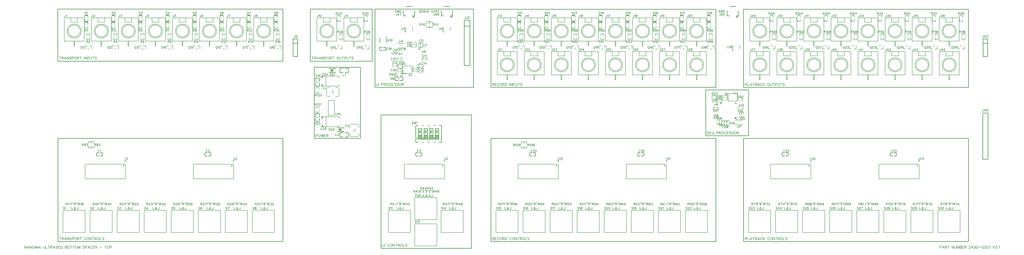
<source format=gto>
G04 Layer: TopSilkscreenLayer*
G04 EasyEDA v6.5.34, 2023-08-15 01:36:41*
G04 4f68baccf90e46bd970f154785848b76,5a6b42c53f6a479593ecc07194224c93,10*
G04 Gerber Generator version 0.2*
G04 Scale: 100 percent, Rotated: No, Reflected: No *
G04 Dimensions in millimeters *
G04 leading zeros omitted , absolute positions ,4 integer and 5 decimal *
%FSLAX45Y45*%
%MOMM*%

%ADD10C,0.2032*%
%ADD11C,0.1524*%
%ADD12C,0.2030*%
%ADD13C,0.1270*%
%ADD14C,0.2540*%
%ADD15C,0.1520*%
%ADD16C,0.2030*%
%ADD17C,0.1999*%
%ADD18C,0.3000*%
%ADD19C,0.2000*%
%ADD20C,0.0194*%

%LPD*%
D10*
X2184400Y-2736336D02*
G01*
X2184400Y-2850890D01*
X2184400Y-2736336D02*
G01*
X2260854Y-2850890D01*
X2260854Y-2736336D02*
G01*
X2260854Y-2850890D01*
X2340356Y-2736336D02*
G01*
X2296668Y-2850890D01*
X2340356Y-2736336D02*
G01*
X2384043Y-2850890D01*
X2313177Y-2812790D02*
G01*
X2367788Y-2812790D01*
X2420111Y-2736336D02*
G01*
X2420111Y-2850890D01*
X2420111Y-2736336D02*
G01*
X2496311Y-2850890D01*
X2496311Y-2736336D02*
G01*
X2496311Y-2850890D01*
X2565145Y-2736336D02*
G01*
X2554224Y-2741924D01*
X2543302Y-2752846D01*
X2537968Y-2763768D01*
X2532379Y-2780024D01*
X2532379Y-2807202D01*
X2537968Y-2823712D01*
X2543302Y-2834634D01*
X2554224Y-2845556D01*
X2565145Y-2850890D01*
X2586990Y-2850890D01*
X2597911Y-2845556D01*
X2608834Y-2834634D01*
X2614168Y-2823712D01*
X2619756Y-2807202D01*
X2619756Y-2780024D01*
X2614168Y-2763768D01*
X2608834Y-2752846D01*
X2597911Y-2741924D01*
X2586990Y-2736336D01*
X2565145Y-2736336D01*
X2655570Y-2736336D02*
G01*
X2655570Y-2850890D01*
X2655570Y-2736336D02*
G01*
X2699258Y-2850890D01*
X2742945Y-2736336D02*
G01*
X2699258Y-2850890D01*
X2742945Y-2736336D02*
G01*
X2742945Y-2850890D01*
X2779013Y-2736336D02*
G01*
X2779013Y-2850890D01*
X2858515Y-2736336D02*
G01*
X2814827Y-2850890D01*
X2858515Y-2736336D02*
G01*
X2902204Y-2850890D01*
X2831338Y-2812790D02*
G01*
X2885947Y-2812790D01*
X3022091Y-2736336D02*
G01*
X3022091Y-2818124D01*
X3027679Y-2834634D01*
X3038602Y-2845556D01*
X3054858Y-2850890D01*
X3065779Y-2850890D01*
X3082290Y-2845556D01*
X3093211Y-2834634D01*
X3098545Y-2818124D01*
X3098545Y-2736336D01*
X3134613Y-2736336D02*
G01*
X3134613Y-2850890D01*
X3134613Y-2850890D02*
G01*
X3200145Y-2850890D01*
X3274313Y-2736336D02*
G01*
X3274313Y-2850890D01*
X3235959Y-2736336D02*
G01*
X3312413Y-2736336D01*
X3348481Y-2736336D02*
G01*
X3348481Y-2850890D01*
X3348481Y-2736336D02*
G01*
X3397504Y-2736336D01*
X3413759Y-2741924D01*
X3419347Y-2747258D01*
X3424681Y-2758180D01*
X3424681Y-2769102D01*
X3419347Y-2780024D01*
X3413759Y-2785612D01*
X3397504Y-2790946D01*
X3348481Y-2790946D01*
X3386581Y-2790946D02*
G01*
X3424681Y-2850890D01*
X3504438Y-2736336D02*
G01*
X3460750Y-2850890D01*
X3504438Y-2736336D02*
G01*
X3548125Y-2850890D01*
X3477006Y-2812790D02*
G01*
X3531615Y-2812790D01*
X3660393Y-2752846D02*
G01*
X3649472Y-2741924D01*
X3633215Y-2736336D01*
X3611372Y-2736336D01*
X3594861Y-2741924D01*
X3583940Y-2752846D01*
X3583940Y-2763768D01*
X3589527Y-2774690D01*
X3594861Y-2780024D01*
X3605784Y-2785612D01*
X3638550Y-2796280D01*
X3649472Y-2801868D01*
X3655059Y-2807202D01*
X3660393Y-2818124D01*
X3660393Y-2834634D01*
X3649472Y-2845556D01*
X3633215Y-2850890D01*
X3611372Y-2850890D01*
X3594861Y-2845556D01*
X3583940Y-2834634D01*
X3696461Y-2736336D02*
G01*
X3696461Y-2850890D01*
X3696461Y-2736336D02*
G01*
X3767327Y-2736336D01*
X3696461Y-2790946D02*
G01*
X3740150Y-2790946D01*
X3696461Y-2850890D02*
G01*
X3767327Y-2850890D01*
X3835908Y-2736336D02*
G01*
X3825240Y-2741924D01*
X3814318Y-2752846D01*
X3808729Y-2763768D01*
X3803395Y-2780024D01*
X3803395Y-2807202D01*
X3808729Y-2823712D01*
X3814318Y-2834634D01*
X3825240Y-2845556D01*
X3835908Y-2850890D01*
X3857752Y-2850890D01*
X3868674Y-2845556D01*
X3879595Y-2834634D01*
X3885184Y-2823712D01*
X3890518Y-2807202D01*
X3890518Y-2780024D01*
X3885184Y-2763768D01*
X3879595Y-2752846D01*
X3868674Y-2741924D01*
X3857752Y-2736336D01*
X3835908Y-2736336D01*
X3852418Y-2829046D02*
G01*
X3885184Y-2861812D01*
X4010659Y-2736336D02*
G01*
X4010659Y-2850890D01*
X4010659Y-2736336D02*
G01*
X4059681Y-2736336D01*
X4075938Y-2741924D01*
X4081525Y-2747258D01*
X4086859Y-2758180D01*
X4086859Y-2769102D01*
X4081525Y-2780024D01*
X4075938Y-2785612D01*
X4059681Y-2790946D01*
X4010659Y-2790946D02*
G01*
X4059681Y-2790946D01*
X4075938Y-2796280D01*
X4081525Y-2801868D01*
X4086859Y-2812790D01*
X4086859Y-2829046D01*
X4081525Y-2839968D01*
X4075938Y-2845556D01*
X4059681Y-2850890D01*
X4010659Y-2850890D01*
X4155693Y-2736336D02*
G01*
X4144772Y-2741924D01*
X4133850Y-2752846D01*
X4128515Y-2763768D01*
X4122927Y-2780024D01*
X4122927Y-2807202D01*
X4128515Y-2823712D01*
X4133850Y-2834634D01*
X4144772Y-2845556D01*
X4155693Y-2850890D01*
X4177538Y-2850890D01*
X4188459Y-2845556D01*
X4199381Y-2834634D01*
X4204715Y-2823712D01*
X4210304Y-2807202D01*
X4210304Y-2780024D01*
X4204715Y-2763768D01*
X4199381Y-2752846D01*
X4188459Y-2741924D01*
X4177538Y-2736336D01*
X4155693Y-2736336D01*
X4284472Y-2736336D02*
G01*
X4284472Y-2850890D01*
X4246118Y-2736336D02*
G01*
X4322572Y-2736336D01*
X4396740Y-2736336D02*
G01*
X4396740Y-2850890D01*
X4358640Y-2736336D02*
G01*
X4434840Y-2736336D01*
X4503674Y-2736336D02*
G01*
X4492752Y-2741924D01*
X4481829Y-2752846D01*
X4476495Y-2763768D01*
X4470908Y-2780024D01*
X4470908Y-2807202D01*
X4476495Y-2823712D01*
X4481829Y-2834634D01*
X4492752Y-2845556D01*
X4503674Y-2850890D01*
X4525518Y-2850890D01*
X4536440Y-2845556D01*
X4547361Y-2834634D01*
X4552695Y-2823712D01*
X4558284Y-2807202D01*
X4558284Y-2780024D01*
X4552695Y-2763768D01*
X4547361Y-2752846D01*
X4536440Y-2741924D01*
X4525518Y-2736336D01*
X4503674Y-2736336D01*
X4594097Y-2736336D02*
G01*
X4594097Y-2850890D01*
X4594097Y-2736336D02*
G01*
X4637786Y-2850890D01*
X4681474Y-2736336D02*
G01*
X4637786Y-2850890D01*
X4681474Y-2736336D02*
G01*
X4681474Y-2850890D01*
X4877815Y-2752846D02*
G01*
X4866893Y-2741924D01*
X4850638Y-2736336D01*
X4828793Y-2736336D01*
X4812284Y-2741924D01*
X4801361Y-2752846D01*
X4801361Y-2763768D01*
X4806950Y-2774690D01*
X4812284Y-2780024D01*
X4823206Y-2785612D01*
X4855972Y-2796280D01*
X4866893Y-2801868D01*
X4872481Y-2807202D01*
X4877815Y-2818124D01*
X4877815Y-2834634D01*
X4866893Y-2845556D01*
X4850638Y-2850890D01*
X4828793Y-2850890D01*
X4812284Y-2845556D01*
X4801361Y-2834634D01*
X4913884Y-2736336D02*
G01*
X4913884Y-2850890D01*
X4913884Y-2736336D02*
G01*
X4962906Y-2736336D01*
X4979415Y-2741924D01*
X4984750Y-2747258D01*
X4990338Y-2758180D01*
X4990338Y-2774690D01*
X4984750Y-2785612D01*
X4979415Y-2790946D01*
X4962906Y-2796280D01*
X4913884Y-2796280D01*
X5069840Y-2736336D02*
G01*
X5026152Y-2850890D01*
X5069840Y-2736336D02*
G01*
X5113527Y-2850890D01*
X5042661Y-2812790D02*
G01*
X5097018Y-2812790D01*
X5231384Y-2763768D02*
G01*
X5225795Y-2752846D01*
X5214874Y-2741924D01*
X5203952Y-2736336D01*
X5182108Y-2736336D01*
X5171186Y-2741924D01*
X5160518Y-2752846D01*
X5154929Y-2763768D01*
X5149595Y-2780024D01*
X5149595Y-2807202D01*
X5154929Y-2823712D01*
X5160518Y-2834634D01*
X5171186Y-2845556D01*
X5182108Y-2850890D01*
X5203952Y-2850890D01*
X5214874Y-2845556D01*
X5225795Y-2834634D01*
X5231384Y-2823712D01*
X5267197Y-2736336D02*
G01*
X5267197Y-2850890D01*
X5267197Y-2736336D02*
G01*
X5338318Y-2736336D01*
X5267197Y-2790946D02*
G01*
X5310886Y-2790946D01*
X5267197Y-2850890D02*
G01*
X5338318Y-2850890D01*
X5374131Y-2736336D02*
G01*
X5374131Y-2850890D01*
X5374131Y-2736336D02*
G01*
X5423408Y-2736336D01*
X5439663Y-2741924D01*
X5444997Y-2747258D01*
X5450586Y-2758180D01*
X5450586Y-2769102D01*
X5444997Y-2780024D01*
X5439663Y-2785612D01*
X5423408Y-2790946D01*
X5374131Y-2790946D01*
X5412486Y-2790946D02*
G01*
X5450586Y-2850890D01*
X5570474Y-2801868D02*
G01*
X5668772Y-2801868D01*
X5827013Y-2736336D02*
G01*
X5827013Y-2850890D01*
X5788659Y-2736336D02*
G01*
X5865113Y-2736336D01*
X5933947Y-2736336D02*
G01*
X5923025Y-2741924D01*
X5912104Y-2752846D01*
X5906515Y-2763768D01*
X5901181Y-2780024D01*
X5901181Y-2807202D01*
X5906515Y-2823712D01*
X5912104Y-2834634D01*
X5923025Y-2845556D01*
X5933947Y-2850890D01*
X5955791Y-2850890D01*
X5966459Y-2845556D01*
X5977381Y-2834634D01*
X5982970Y-2823712D01*
X5988304Y-2807202D01*
X5988304Y-2780024D01*
X5982970Y-2763768D01*
X5977381Y-2752846D01*
X5966459Y-2741924D01*
X5955791Y-2736336D01*
X5933947Y-2736336D01*
X6024372Y-2736336D02*
G01*
X6024372Y-2850890D01*
X6024372Y-2736336D02*
G01*
X6073393Y-2736336D01*
X6089904Y-2741924D01*
X6095238Y-2747258D01*
X6100825Y-2758180D01*
X6100825Y-2774690D01*
X6095238Y-2785612D01*
X6089904Y-2790946D01*
X6073393Y-2796280D01*
X6024372Y-2796280D01*
X43421300Y-2736331D02*
G01*
X43421300Y-2850885D01*
X43421300Y-2736331D02*
G01*
X43470322Y-2736331D01*
X43486832Y-2741919D01*
X43492166Y-2747253D01*
X43497754Y-2758175D01*
X43497754Y-2774685D01*
X43492166Y-2785607D01*
X43486832Y-2790941D01*
X43470322Y-2796275D01*
X43421300Y-2796275D01*
X43577256Y-2736331D02*
G01*
X43533568Y-2850885D01*
X43577256Y-2736331D02*
G01*
X43620943Y-2850885D01*
X43550077Y-2812785D02*
G01*
X43604688Y-2812785D01*
X43657011Y-2736331D02*
G01*
X43657011Y-2850885D01*
X43657011Y-2736331D02*
G01*
X43706034Y-2736331D01*
X43722290Y-2741919D01*
X43727877Y-2747253D01*
X43733211Y-2758175D01*
X43733211Y-2769097D01*
X43727877Y-2780019D01*
X43722290Y-2785607D01*
X43706034Y-2790941D01*
X43657011Y-2790941D01*
X43695111Y-2790941D02*
G01*
X43733211Y-2850885D01*
X43807379Y-2736331D02*
G01*
X43807379Y-2850885D01*
X43769279Y-2736331D02*
G01*
X43845734Y-2736331D01*
X43965622Y-2736331D02*
G01*
X43965622Y-2850885D01*
X43965622Y-2736331D02*
G01*
X44042075Y-2850885D01*
X44042075Y-2736331D02*
G01*
X44042075Y-2850885D01*
X44078143Y-2736331D02*
G01*
X44078143Y-2818119D01*
X44083477Y-2834629D01*
X44094400Y-2845551D01*
X44110656Y-2850885D01*
X44121577Y-2850885D01*
X44138088Y-2845551D01*
X44149009Y-2834629D01*
X44154343Y-2818119D01*
X44154343Y-2736331D01*
X44190411Y-2736331D02*
G01*
X44190411Y-2850885D01*
X44190411Y-2736331D02*
G01*
X44234100Y-2850885D01*
X44277788Y-2736331D02*
G01*
X44234100Y-2850885D01*
X44277788Y-2736331D02*
G01*
X44277788Y-2850885D01*
X44313602Y-2736331D02*
G01*
X44313602Y-2850885D01*
X44313602Y-2736331D02*
G01*
X44362877Y-2736331D01*
X44379134Y-2741919D01*
X44384468Y-2747253D01*
X44390056Y-2758175D01*
X44390056Y-2769097D01*
X44384468Y-2780019D01*
X44379134Y-2785607D01*
X44362877Y-2790941D01*
X44313602Y-2790941D02*
G01*
X44362877Y-2790941D01*
X44379134Y-2796275D01*
X44384468Y-2801863D01*
X44390056Y-2812785D01*
X44390056Y-2829041D01*
X44384468Y-2839963D01*
X44379134Y-2845551D01*
X44362877Y-2850885D01*
X44313602Y-2850885D01*
X44426124Y-2736331D02*
G01*
X44426124Y-2850885D01*
X44426124Y-2736331D02*
G01*
X44496990Y-2736331D01*
X44426124Y-2790941D02*
G01*
X44469558Y-2790941D01*
X44426124Y-2850885D02*
G01*
X44496990Y-2850885D01*
X44533058Y-2736331D02*
G01*
X44533058Y-2850885D01*
X44533058Y-2736331D02*
G01*
X44582079Y-2736331D01*
X44598336Y-2741919D01*
X44603924Y-2747253D01*
X44609258Y-2758175D01*
X44609258Y-2769097D01*
X44603924Y-2780019D01*
X44598336Y-2785607D01*
X44582079Y-2790941D01*
X44533058Y-2790941D01*
X44571158Y-2790941D02*
G01*
X44609258Y-2850885D01*
X44734734Y-2763763D02*
G01*
X44734734Y-2758175D01*
X44740322Y-2747253D01*
X44745656Y-2741919D01*
X44756577Y-2736331D01*
X44778422Y-2736331D01*
X44789343Y-2741919D01*
X44794677Y-2747253D01*
X44800266Y-2758175D01*
X44800266Y-2769097D01*
X44794677Y-2780019D01*
X44783756Y-2796275D01*
X44729400Y-2850885D01*
X44805600Y-2850885D01*
X44896277Y-2736331D02*
G01*
X44841668Y-2812785D01*
X44923456Y-2812785D01*
X44896277Y-2736331D02*
G01*
X44896277Y-2850885D01*
X45030390Y-2774685D02*
G01*
X45025056Y-2790941D01*
X45014134Y-2801863D01*
X44997624Y-2807197D01*
X44992290Y-2807197D01*
X44975779Y-2801863D01*
X44964858Y-2790941D01*
X44959524Y-2774685D01*
X44959524Y-2769097D01*
X44964858Y-2752841D01*
X44975779Y-2741919D01*
X44992290Y-2736331D01*
X44997624Y-2736331D01*
X45014134Y-2741919D01*
X45025056Y-2752841D01*
X45030390Y-2774685D01*
X45030390Y-2801863D01*
X45025056Y-2829041D01*
X45014134Y-2845551D01*
X44997624Y-2850885D01*
X44986702Y-2850885D01*
X44970446Y-2845551D01*
X44964858Y-2834629D01*
X45099224Y-2736331D02*
G01*
X45082713Y-2741919D01*
X45071791Y-2758175D01*
X45066458Y-2785607D01*
X45066458Y-2801863D01*
X45071791Y-2829041D01*
X45082713Y-2845551D01*
X45099224Y-2850885D01*
X45110146Y-2850885D01*
X45126402Y-2845551D01*
X45137324Y-2829041D01*
X45142658Y-2801863D01*
X45142658Y-2785607D01*
X45137324Y-2758175D01*
X45126402Y-2741919D01*
X45110146Y-2736331D01*
X45099224Y-2736331D01*
X45178725Y-2801863D02*
G01*
X45277024Y-2801863D01*
X45345604Y-2736331D02*
G01*
X45329348Y-2741919D01*
X45318425Y-2758175D01*
X45312838Y-2785607D01*
X45312838Y-2801863D01*
X45318425Y-2829041D01*
X45329348Y-2845551D01*
X45345604Y-2850885D01*
X45356525Y-2850885D01*
X45373036Y-2845551D01*
X45383958Y-2829041D01*
X45389291Y-2801863D01*
X45389291Y-2785607D01*
X45383958Y-2758175D01*
X45373036Y-2741919D01*
X45356525Y-2736331D01*
X45345604Y-2736331D01*
X45490638Y-2736331D02*
G01*
X45436282Y-2736331D01*
X45430693Y-2785607D01*
X45436282Y-2780019D01*
X45452538Y-2774685D01*
X45469048Y-2774685D01*
X45485304Y-2780019D01*
X45496225Y-2790941D01*
X45501559Y-2807197D01*
X45501559Y-2818119D01*
X45496225Y-2834629D01*
X45485304Y-2845551D01*
X45469048Y-2850885D01*
X45452538Y-2850885D01*
X45436282Y-2845551D01*
X45430693Y-2839963D01*
X45425359Y-2829041D01*
X45570393Y-2736331D02*
G01*
X45554138Y-2741919D01*
X45543216Y-2758175D01*
X45537627Y-2785607D01*
X45537627Y-2801863D01*
X45543216Y-2829041D01*
X45554138Y-2845551D01*
X45570393Y-2850885D01*
X45581316Y-2850885D01*
X45597572Y-2845551D01*
X45608493Y-2829041D01*
X45614082Y-2801863D01*
X45614082Y-2785607D01*
X45608493Y-2758175D01*
X45597572Y-2741919D01*
X45581316Y-2736331D01*
X45570393Y-2736331D01*
X45649896Y-2758175D02*
G01*
X45660818Y-2752841D01*
X45677327Y-2736331D01*
X45677327Y-2850885D01*
X45797216Y-2736331D02*
G01*
X45840904Y-2850885D01*
X45884591Y-2736331D02*
G01*
X45840904Y-2850885D01*
X45953172Y-2736331D02*
G01*
X45936916Y-2741919D01*
X45925993Y-2758175D01*
X45920659Y-2785607D01*
X45920659Y-2801863D01*
X45925993Y-2829041D01*
X45936916Y-2845551D01*
X45953172Y-2850885D01*
X45964093Y-2850885D01*
X45980604Y-2845551D01*
X45991525Y-2829041D01*
X45996859Y-2801863D01*
X45996859Y-2785607D01*
X45991525Y-2758175D01*
X45980604Y-2741919D01*
X45964093Y-2736331D01*
X45953172Y-2736331D01*
X46038261Y-2823707D02*
G01*
X46032927Y-2829041D01*
X46038261Y-2834629D01*
X46043850Y-2829041D01*
X46038261Y-2823707D01*
X46079918Y-2758175D02*
G01*
X46090840Y-2752841D01*
X46107096Y-2736331D01*
X46107096Y-2850885D01*
X18034000Y4604257D02*
G01*
X18034000Y4522470D01*
X18039334Y4505960D01*
X18050256Y4495037D01*
X18066766Y4489704D01*
X18077688Y4489704D01*
X18093943Y4495037D01*
X18104866Y4505960D01*
X18110454Y4522470D01*
X18110454Y4604257D01*
X18146268Y4604257D02*
G01*
X18146268Y4489704D01*
X18266409Y4604257D02*
G01*
X18266409Y4489704D01*
X18266409Y4604257D02*
G01*
X18315431Y4604257D01*
X18331941Y4598670D01*
X18337275Y4593336D01*
X18342609Y4582413D01*
X18342609Y4565904D01*
X18337275Y4554981D01*
X18331941Y4549647D01*
X18315431Y4544313D01*
X18266409Y4544313D01*
X18378677Y4604257D02*
G01*
X18378677Y4489704D01*
X18378677Y4604257D02*
G01*
X18427700Y4604257D01*
X18444209Y4598670D01*
X18449543Y4593336D01*
X18455131Y4582413D01*
X18455131Y4571492D01*
X18449543Y4560570D01*
X18444209Y4554981D01*
X18427700Y4549647D01*
X18378677Y4549647D01*
X18417031Y4549647D02*
G01*
X18455131Y4489704D01*
X18523711Y4604257D02*
G01*
X18512790Y4598670D01*
X18502122Y4587747D01*
X18496534Y4576826D01*
X18491200Y4560570D01*
X18491200Y4533392D01*
X18496534Y4516881D01*
X18502122Y4505960D01*
X18512790Y4495037D01*
X18523711Y4489704D01*
X18545556Y4489704D01*
X18556477Y4495037D01*
X18567400Y4505960D01*
X18572988Y4516881D01*
X18578322Y4533392D01*
X18578322Y4560570D01*
X18572988Y4576826D01*
X18567400Y4587747D01*
X18556477Y4598670D01*
X18545556Y4604257D01*
X18523711Y4604257D01*
X18696177Y4576826D02*
G01*
X18690843Y4587747D01*
X18679922Y4598670D01*
X18669000Y4604257D01*
X18647156Y4604257D01*
X18636234Y4598670D01*
X18625311Y4587747D01*
X18619724Y4576826D01*
X18614390Y4560570D01*
X18614390Y4533392D01*
X18619724Y4516881D01*
X18625311Y4505960D01*
X18636234Y4495037D01*
X18647156Y4489704D01*
X18669000Y4489704D01*
X18679922Y4495037D01*
X18690843Y4505960D01*
X18696177Y4516881D01*
X18732245Y4604257D02*
G01*
X18732245Y4489704D01*
X18732245Y4604257D02*
G01*
X18803111Y4604257D01*
X18732245Y4549647D02*
G01*
X18775934Y4549647D01*
X18732245Y4489704D02*
G01*
X18803111Y4489704D01*
X18915379Y4587747D02*
G01*
X18904458Y4598670D01*
X18888202Y4604257D01*
X18866358Y4604257D01*
X18850102Y4598670D01*
X18839179Y4587747D01*
X18839179Y4576826D01*
X18844513Y4565904D01*
X18850102Y4560570D01*
X18861024Y4554981D01*
X18893536Y4544313D01*
X18904458Y4538726D01*
X18910045Y4533392D01*
X18915379Y4522470D01*
X18915379Y4505960D01*
X18904458Y4495037D01*
X18888202Y4489704D01*
X18866358Y4489704D01*
X18850102Y4495037D01*
X18839179Y4505960D01*
X19027902Y4587747D02*
G01*
X19016979Y4598670D01*
X19000470Y4604257D01*
X18978625Y4604257D01*
X18962370Y4598670D01*
X18951448Y4587747D01*
X18951448Y4576826D01*
X18956781Y4565904D01*
X18962370Y4560570D01*
X18973291Y4554981D01*
X19006058Y4544313D01*
X19016979Y4538726D01*
X19022313Y4533392D01*
X19027902Y4522470D01*
X19027902Y4505960D01*
X19016979Y4495037D01*
X19000470Y4489704D01*
X18978625Y4489704D01*
X18962370Y4495037D01*
X18951448Y4505960D01*
X19096481Y4604257D02*
G01*
X19085559Y4598670D01*
X19074638Y4587747D01*
X19069304Y4576826D01*
X19063716Y4560570D01*
X19063716Y4533392D01*
X19069304Y4516881D01*
X19074638Y4505960D01*
X19085559Y4495037D01*
X19096481Y4489704D01*
X19118325Y4489704D01*
X19129248Y4495037D01*
X19140170Y4505960D01*
X19145758Y4516881D01*
X19151091Y4533392D01*
X19151091Y4560570D01*
X19145758Y4576826D01*
X19140170Y4587747D01*
X19129248Y4598670D01*
X19118325Y4604257D01*
X19096481Y4604257D01*
X19187159Y4604257D02*
G01*
X19187159Y4489704D01*
X19187159Y4604257D02*
G01*
X19236181Y4604257D01*
X19252438Y4598670D01*
X19258025Y4593336D01*
X19263359Y4582413D01*
X19263359Y4571492D01*
X19258025Y4560570D01*
X19252438Y4554981D01*
X19236181Y4549647D01*
X19187159Y4549647D01*
X19225259Y4549647D02*
G01*
X19263359Y4489704D01*
D11*
X18935956Y7884967D02*
G01*
X18926812Y7894111D01*
X18913096Y7898683D01*
X18894808Y7898683D01*
X18881346Y7894111D01*
X18872202Y7884967D01*
X18872202Y7876077D01*
X18876774Y7866933D01*
X18881346Y7862361D01*
X18890490Y7857789D01*
X18917668Y7848645D01*
X18926812Y7844073D01*
X18931384Y7839501D01*
X18935956Y7830611D01*
X18935956Y7816895D01*
X18926812Y7807751D01*
X18913096Y7803179D01*
X18894808Y7803179D01*
X18881346Y7807751D01*
X18872202Y7816895D01*
X18965928Y7898683D02*
G01*
X18988534Y7803179D01*
X19011394Y7898683D02*
G01*
X18988534Y7803179D01*
X19011394Y7898683D02*
G01*
X19034000Y7803179D01*
X19056860Y7898683D02*
G01*
X19034000Y7803179D01*
X19086832Y7898683D02*
G01*
X19086832Y7803179D01*
X19086832Y7898683D02*
G01*
X19118582Y7898683D01*
X19132298Y7894111D01*
X19141188Y7884967D01*
X19145760Y7876077D01*
X19150332Y7862361D01*
X19150332Y7839501D01*
X19145760Y7826039D01*
X19141188Y7816895D01*
X19132298Y7807751D01*
X19118582Y7803179D01*
X19086832Y7803179D01*
X19964400Y7898637D02*
G01*
X19964400Y7803134D01*
X19964400Y7898637D02*
G01*
X19996150Y7898637D01*
X20009866Y7894065D01*
X20019009Y7885176D01*
X20023581Y7876031D01*
X20028154Y7862315D01*
X20028154Y7839710D01*
X20023581Y7825994D01*
X20019009Y7816850D01*
X20009866Y7807705D01*
X19996150Y7803134D01*
X19964400Y7803134D01*
X20058125Y7898637D02*
G01*
X20058125Y7803134D01*
X20058125Y7898637D02*
G01*
X20117054Y7898637D01*
X20058125Y7853171D02*
G01*
X20094448Y7853171D01*
X20058125Y7803134D02*
G01*
X20117054Y7803134D01*
X20147025Y7898637D02*
G01*
X20147025Y7803134D01*
X20147025Y7898637D02*
G01*
X20187920Y7898637D01*
X20201636Y7894065D01*
X20206208Y7889494D01*
X20210779Y7880604D01*
X20210779Y7871460D01*
X20206208Y7862315D01*
X20201636Y7857744D01*
X20187920Y7853171D01*
X20147025Y7853171D02*
G01*
X20187920Y7853171D01*
X20201636Y7848600D01*
X20206208Y7844281D01*
X20210779Y7835137D01*
X20210779Y7821421D01*
X20206208Y7812278D01*
X20201636Y7807705D01*
X20187920Y7803134D01*
X20147025Y7803134D01*
X20240752Y7898637D02*
G01*
X20240752Y7830565D01*
X20245324Y7816850D01*
X20254468Y7807705D01*
X20267929Y7803134D01*
X20277074Y7803134D01*
X20290790Y7807705D01*
X20299934Y7816850D01*
X20304506Y7830565D01*
X20304506Y7898637D01*
X20402550Y7876031D02*
G01*
X20397977Y7885176D01*
X20388834Y7894065D01*
X20379943Y7898637D01*
X20361656Y7898637D01*
X20352511Y7894065D01*
X20343368Y7885176D01*
X20339050Y7876031D01*
X20334477Y7862315D01*
X20334477Y7839710D01*
X20339050Y7825994D01*
X20343368Y7816850D01*
X20352511Y7807705D01*
X20361656Y7803134D01*
X20379943Y7803134D01*
X20388834Y7807705D01*
X20397977Y7816850D01*
X20402550Y7825994D01*
X20402550Y7839710D01*
X20379943Y7839710D02*
G01*
X20402550Y7839710D01*
X20502625Y7898637D02*
G01*
X20502625Y7830565D01*
X20507198Y7816850D01*
X20516341Y7807705D01*
X20529804Y7803134D01*
X20538948Y7803134D01*
X20552663Y7807705D01*
X20561554Y7816850D01*
X20566125Y7830565D01*
X20566125Y7898637D01*
X20632674Y7898637D02*
G01*
X20596098Y7803134D01*
X20632674Y7898637D02*
G01*
X20668995Y7803134D01*
X20609813Y7835137D02*
G01*
X20655279Y7835137D01*
X20698968Y7898637D02*
G01*
X20698968Y7803134D01*
X20698968Y7898637D02*
G01*
X20739861Y7898637D01*
X20753577Y7894065D01*
X20758150Y7889494D01*
X20762468Y7880604D01*
X20762468Y7871460D01*
X20758150Y7862315D01*
X20753577Y7857744D01*
X20739861Y7853171D01*
X20698968Y7853171D01*
X20730718Y7853171D02*
G01*
X20762468Y7803134D01*
X20824443Y7898637D02*
G01*
X20824443Y7803134D01*
X20792693Y7898637D02*
G01*
X20856193Y7898637D01*
D12*
X15303576Y2292730D02*
G01*
X15303576Y2178177D01*
X15303576Y2292730D02*
G01*
X15352598Y2292730D01*
X15368854Y2287396D01*
X15374442Y2281809D01*
X15379776Y2270887D01*
X15379776Y2254630D01*
X15374442Y2243709D01*
X15368854Y2238120D01*
X15352598Y2232787D01*
X15303576Y2232787D01*
X15448610Y2292730D02*
G01*
X15437688Y2287396D01*
X15426766Y2276475D01*
X15421432Y2265553D01*
X15415844Y2249043D01*
X15415844Y2221864D01*
X15421432Y2205609D01*
X15426766Y2194687D01*
X15437688Y2183764D01*
X15448610Y2178177D01*
X15470454Y2178177D01*
X15481376Y2183764D01*
X15492298Y2194687D01*
X15497632Y2205609D01*
X15503220Y2221864D01*
X15503220Y2249043D01*
X15497632Y2265553D01*
X15492298Y2276475D01*
X15481376Y2287396D01*
X15470454Y2292730D01*
X15448610Y2292730D01*
X15539034Y2292730D02*
G01*
X15566466Y2178177D01*
X15593644Y2292730D02*
G01*
X15566466Y2178177D01*
X15593644Y2292730D02*
G01*
X15621076Y2178177D01*
X15648254Y2292730D02*
G01*
X15621076Y2178177D01*
X15684322Y2292730D02*
G01*
X15684322Y2178177D01*
X15684322Y2292730D02*
G01*
X15755188Y2292730D01*
X15684322Y2238120D02*
G01*
X15727756Y2238120D01*
X15684322Y2178177D02*
G01*
X15755188Y2178177D01*
X15791256Y2292730D02*
G01*
X15791256Y2178177D01*
X15791256Y2292730D02*
G01*
X15840278Y2292730D01*
X15856534Y2287396D01*
X15862122Y2281809D01*
X15867456Y2270887D01*
X15867456Y2259964D01*
X15862122Y2249043D01*
X15856534Y2243709D01*
X15840278Y2238120D01*
X15791256Y2238120D01*
X15829356Y2238120D02*
G01*
X15867456Y2178177D01*
D10*
X3784600Y5798057D02*
G01*
X3784600Y5683504D01*
X3746500Y5798057D02*
G01*
X3822954Y5798057D01*
X3858768Y5798057D02*
G01*
X3858768Y5683504D01*
X3858768Y5798057D02*
G01*
X3908043Y5798057D01*
X3924300Y5792470D01*
X3929888Y5787136D01*
X3935222Y5776213D01*
X3935222Y5765292D01*
X3929888Y5754370D01*
X3924300Y5748781D01*
X3908043Y5743447D01*
X3858768Y5743447D01*
X3897122Y5743447D02*
G01*
X3935222Y5683504D01*
X4014977Y5798057D02*
G01*
X3971290Y5683504D01*
X4014977Y5798057D02*
G01*
X4058411Y5683504D01*
X3987545Y5721604D02*
G01*
X4042156Y5721604D01*
X4094479Y5798057D02*
G01*
X4094479Y5683504D01*
X4094479Y5798057D02*
G01*
X4170934Y5683504D01*
X4170934Y5798057D02*
G01*
X4170934Y5683504D01*
X4283202Y5781547D02*
G01*
X4272279Y5792470D01*
X4256024Y5798057D01*
X4234179Y5798057D01*
X4217670Y5792470D01*
X4206747Y5781547D01*
X4206747Y5770626D01*
X4212336Y5759704D01*
X4217670Y5754370D01*
X4228591Y5748781D01*
X4261358Y5738113D01*
X4272279Y5732526D01*
X4277868Y5727192D01*
X4283202Y5716270D01*
X4283202Y5699760D01*
X4272279Y5688837D01*
X4256024Y5683504D01*
X4234179Y5683504D01*
X4217670Y5688837D01*
X4206747Y5699760D01*
X4319270Y5798057D02*
G01*
X4319270Y5683504D01*
X4319270Y5798057D02*
G01*
X4368291Y5798057D01*
X4384802Y5792470D01*
X4390136Y5787136D01*
X4395470Y5776213D01*
X4395470Y5759704D01*
X4390136Y5748781D01*
X4384802Y5743447D01*
X4368291Y5738113D01*
X4319270Y5738113D01*
X4464304Y5798057D02*
G01*
X4453381Y5792470D01*
X4442459Y5781547D01*
X4437125Y5770626D01*
X4431538Y5754370D01*
X4431538Y5727192D01*
X4437125Y5710681D01*
X4442459Y5699760D01*
X4453381Y5688837D01*
X4464304Y5683504D01*
X4486147Y5683504D01*
X4497070Y5688837D01*
X4507991Y5699760D01*
X4513325Y5710681D01*
X4518913Y5727192D01*
X4518913Y5754370D01*
X4513325Y5770626D01*
X4507991Y5781547D01*
X4497070Y5792470D01*
X4486147Y5798057D01*
X4464304Y5798057D01*
X4554981Y5798057D02*
G01*
X4554981Y5683504D01*
X4554981Y5798057D02*
G01*
X4604004Y5798057D01*
X4620259Y5792470D01*
X4625847Y5787136D01*
X4631181Y5776213D01*
X4631181Y5765292D01*
X4625847Y5754370D01*
X4620259Y5748781D01*
X4604004Y5743447D01*
X4554981Y5743447D01*
X4593081Y5743447D02*
G01*
X4631181Y5683504D01*
X4705350Y5798057D02*
G01*
X4705350Y5683504D01*
X4667250Y5798057D02*
G01*
X4743704Y5798057D01*
X4863591Y5798057D02*
G01*
X4863591Y5683504D01*
X4899659Y5798057D02*
G01*
X4899659Y5683504D01*
X4899659Y5798057D02*
G01*
X4975859Y5683504D01*
X4975859Y5798057D02*
G01*
X4975859Y5683504D01*
X5011927Y5798057D02*
G01*
X5011927Y5683504D01*
X5011927Y5798057D02*
G01*
X5060950Y5798057D01*
X5077459Y5792470D01*
X5082793Y5787136D01*
X5088381Y5776213D01*
X5088381Y5759704D01*
X5082793Y5748781D01*
X5077459Y5743447D01*
X5060950Y5738113D01*
X5011927Y5738113D01*
X5124195Y5798057D02*
G01*
X5124195Y5716270D01*
X5129784Y5699760D01*
X5140706Y5688837D01*
X5156961Y5683504D01*
X5167884Y5683504D01*
X5184393Y5688837D01*
X5195315Y5699760D01*
X5200650Y5716270D01*
X5200650Y5798057D01*
X5274818Y5798057D02*
G01*
X5274818Y5683504D01*
X5236718Y5798057D02*
G01*
X5312918Y5798057D01*
X5425440Y5781547D02*
G01*
X5414518Y5792470D01*
X5398008Y5798057D01*
X5376418Y5798057D01*
X5359908Y5792470D01*
X5348986Y5781547D01*
X5348986Y5770626D01*
X5354574Y5759704D01*
X5359908Y5754370D01*
X5370829Y5748781D01*
X5403595Y5738113D01*
X5414518Y5732526D01*
X5419852Y5727192D01*
X5425440Y5716270D01*
X5425440Y5699760D01*
X5414518Y5688837D01*
X5398008Y5683504D01*
X5376418Y5683504D01*
X5359908Y5688837D01*
X5348986Y5699760D01*
X23266400Y4604257D02*
G01*
X23266400Y4489704D01*
X23266400Y4604257D02*
G01*
X23315422Y4604257D01*
X23331931Y4598670D01*
X23337266Y4593336D01*
X23342854Y4582413D01*
X23342854Y4571492D01*
X23337266Y4560570D01*
X23331931Y4554981D01*
X23315422Y4549647D01*
X23266400Y4549647D01*
X23304500Y4549647D02*
G01*
X23342854Y4489704D01*
X23378668Y4604257D02*
G01*
X23378668Y4489704D01*
X23378668Y4604257D02*
G01*
X23449788Y4604257D01*
X23378668Y4549647D02*
G01*
X23422356Y4549647D01*
X23378668Y4489704D02*
G01*
X23449788Y4489704D01*
X23567390Y4576826D02*
G01*
X23562056Y4587747D01*
X23551134Y4598670D01*
X23540211Y4604257D01*
X23518368Y4604257D01*
X23507445Y4598670D01*
X23496524Y4587747D01*
X23491190Y4576826D01*
X23485602Y4560570D01*
X23485602Y4533392D01*
X23491190Y4516881D01*
X23496524Y4505960D01*
X23507445Y4495037D01*
X23518368Y4489704D01*
X23540211Y4489704D01*
X23551134Y4495037D01*
X23562056Y4505960D01*
X23567390Y4516881D01*
X23636224Y4604257D02*
G01*
X23625302Y4598670D01*
X23614379Y4587747D01*
X23609045Y4576826D01*
X23603458Y4560570D01*
X23603458Y4533392D01*
X23609045Y4516881D01*
X23614379Y4505960D01*
X23625302Y4495037D01*
X23636224Y4489704D01*
X23658068Y4489704D01*
X23668990Y4495037D01*
X23679911Y4505960D01*
X23685245Y4516881D01*
X23690834Y4533392D01*
X23690834Y4560570D01*
X23685245Y4576826D01*
X23679911Y4587747D01*
X23668990Y4598670D01*
X23658068Y4604257D01*
X23636224Y4604257D01*
X23726648Y4604257D02*
G01*
X23726648Y4489704D01*
X23726648Y4604257D02*
G01*
X23775924Y4604257D01*
X23792179Y4598670D01*
X23797768Y4593336D01*
X23803102Y4582413D01*
X23803102Y4571492D01*
X23797768Y4560570D01*
X23792179Y4554981D01*
X23775924Y4549647D01*
X23726648Y4549647D01*
X23765002Y4549647D02*
G01*
X23803102Y4489704D01*
X23839170Y4604257D02*
G01*
X23839170Y4489704D01*
X23839170Y4604257D02*
G01*
X23877270Y4604257D01*
X23893779Y4598670D01*
X23904702Y4587747D01*
X23910036Y4576826D01*
X23915370Y4560570D01*
X23915370Y4533392D01*
X23910036Y4516881D01*
X23904702Y4505960D01*
X23893779Y4495037D01*
X23877270Y4489704D01*
X23839170Y4489704D01*
X24035511Y4604257D02*
G01*
X24035511Y4489704D01*
X24071579Y4604257D02*
G01*
X24071579Y4489704D01*
X24071579Y4604257D02*
G01*
X24147779Y4489704D01*
X24147779Y4604257D02*
G01*
X24147779Y4489704D01*
X24183848Y4604257D02*
G01*
X24183848Y4489704D01*
X24183848Y4604257D02*
G01*
X24232870Y4604257D01*
X24249379Y4598670D01*
X24254713Y4593336D01*
X24260302Y4582413D01*
X24260302Y4565904D01*
X24254713Y4554981D01*
X24249379Y4549647D01*
X24232870Y4544313D01*
X24183848Y4544313D01*
X24296116Y4604257D02*
G01*
X24296116Y4522470D01*
X24301704Y4505960D01*
X24312625Y4495037D01*
X24328881Y4489704D01*
X24339804Y4489704D01*
X24356313Y4495037D01*
X24367236Y4505960D01*
X24372570Y4522470D01*
X24372570Y4604257D01*
X24446738Y4604257D02*
G01*
X24446738Y4489704D01*
X24408638Y4604257D02*
G01*
X24484838Y4604257D01*
X24597359Y4587747D02*
G01*
X24586438Y4598670D01*
X24569927Y4604257D01*
X24548338Y4604257D01*
X24531827Y4598670D01*
X24520906Y4587747D01*
X24520906Y4576826D01*
X24526493Y4565904D01*
X24531827Y4560570D01*
X24542750Y4554981D01*
X24575516Y4544313D01*
X24586438Y4538726D01*
X24591772Y4533392D01*
X24597359Y4522470D01*
X24597359Y4505960D01*
X24586438Y4495037D01*
X24569927Y4489704D01*
X24548338Y4489704D01*
X24531827Y4495037D01*
X24520906Y4505960D01*
X3797300Y-2352294D02*
G01*
X3797300Y-2466847D01*
X3759200Y-2352294D02*
G01*
X3835654Y-2352294D01*
X3871468Y-2352294D02*
G01*
X3871468Y-2466847D01*
X3871468Y-2352294D02*
G01*
X3920743Y-2352294D01*
X3937000Y-2357628D01*
X3942588Y-2363215D01*
X3947922Y-2374137D01*
X3947922Y-2385060D01*
X3942588Y-2395981D01*
X3937000Y-2401315D01*
X3920743Y-2406904D01*
X3871468Y-2406904D01*
X3909822Y-2406904D02*
G01*
X3947922Y-2466847D01*
X4027677Y-2352294D02*
G01*
X3983990Y-2466847D01*
X4027677Y-2352294D02*
G01*
X4071111Y-2466847D01*
X4000245Y-2428494D02*
G01*
X4054856Y-2428494D01*
X4107179Y-2352294D02*
G01*
X4107179Y-2466847D01*
X4107179Y-2352294D02*
G01*
X4183634Y-2466847D01*
X4183634Y-2352294D02*
G01*
X4183634Y-2466847D01*
X4295902Y-2368550D02*
G01*
X4284979Y-2357628D01*
X4268724Y-2352294D01*
X4246879Y-2352294D01*
X4230370Y-2357628D01*
X4219447Y-2368550D01*
X4219447Y-2379471D01*
X4225036Y-2390394D01*
X4230370Y-2395981D01*
X4241291Y-2401315D01*
X4274058Y-2412237D01*
X4284979Y-2417571D01*
X4290568Y-2423160D01*
X4295902Y-2434081D01*
X4295902Y-2450337D01*
X4284979Y-2461260D01*
X4268724Y-2466847D01*
X4246879Y-2466847D01*
X4230370Y-2461260D01*
X4219447Y-2450337D01*
X4331970Y-2352294D02*
G01*
X4331970Y-2466847D01*
X4331970Y-2352294D02*
G01*
X4380991Y-2352294D01*
X4397502Y-2357628D01*
X4402836Y-2363215D01*
X4408170Y-2374137D01*
X4408170Y-2390394D01*
X4402836Y-2401315D01*
X4397502Y-2406904D01*
X4380991Y-2412237D01*
X4331970Y-2412237D01*
X4477004Y-2352294D02*
G01*
X4466081Y-2357628D01*
X4455159Y-2368550D01*
X4449825Y-2379471D01*
X4444238Y-2395981D01*
X4444238Y-2423160D01*
X4449825Y-2439415D01*
X4455159Y-2450337D01*
X4466081Y-2461260D01*
X4477004Y-2466847D01*
X4498847Y-2466847D01*
X4509770Y-2461260D01*
X4520691Y-2450337D01*
X4526025Y-2439415D01*
X4531613Y-2423160D01*
X4531613Y-2395981D01*
X4526025Y-2379471D01*
X4520691Y-2368550D01*
X4509770Y-2357628D01*
X4498847Y-2352294D01*
X4477004Y-2352294D01*
X4567681Y-2352294D02*
G01*
X4567681Y-2466847D01*
X4567681Y-2352294D02*
G01*
X4616704Y-2352294D01*
X4632959Y-2357628D01*
X4638547Y-2363215D01*
X4643881Y-2374137D01*
X4643881Y-2385060D01*
X4638547Y-2395981D01*
X4632959Y-2401315D01*
X4616704Y-2406904D01*
X4567681Y-2406904D01*
X4605781Y-2406904D02*
G01*
X4643881Y-2466847D01*
X4718050Y-2352294D02*
G01*
X4718050Y-2466847D01*
X4679950Y-2352294D02*
G01*
X4756404Y-2352294D01*
X4958079Y-2379471D02*
G01*
X4952745Y-2368550D01*
X4941824Y-2357628D01*
X4930902Y-2352294D01*
X4909058Y-2352294D01*
X4898136Y-2357628D01*
X4887213Y-2368550D01*
X4881625Y-2379471D01*
X4876291Y-2395981D01*
X4876291Y-2423160D01*
X4881625Y-2439415D01*
X4887213Y-2450337D01*
X4898136Y-2461260D01*
X4909058Y-2466847D01*
X4930902Y-2466847D01*
X4941824Y-2461260D01*
X4952745Y-2450337D01*
X4958079Y-2439415D01*
X5026913Y-2352294D02*
G01*
X5015991Y-2357628D01*
X5005070Y-2368550D01*
X4999481Y-2379471D01*
X4994147Y-2395981D01*
X4994147Y-2423160D01*
X4999481Y-2439415D01*
X5005070Y-2450337D01*
X5015991Y-2461260D01*
X5026913Y-2466847D01*
X5048758Y-2466847D01*
X5059679Y-2461260D01*
X5070347Y-2450337D01*
X5075936Y-2439415D01*
X5081270Y-2423160D01*
X5081270Y-2395981D01*
X5075936Y-2379471D01*
X5070347Y-2368550D01*
X5059679Y-2357628D01*
X5048758Y-2352294D01*
X5026913Y-2352294D01*
X5117338Y-2352294D02*
G01*
X5117338Y-2466847D01*
X5117338Y-2352294D02*
G01*
X5193791Y-2466847D01*
X5193791Y-2352294D02*
G01*
X5193791Y-2466847D01*
X5267959Y-2352294D02*
G01*
X5267959Y-2466847D01*
X5229859Y-2352294D02*
G01*
X5306059Y-2352294D01*
X5342127Y-2352294D02*
G01*
X5342127Y-2466847D01*
X5342127Y-2352294D02*
G01*
X5391150Y-2352294D01*
X5407659Y-2357628D01*
X5412993Y-2363215D01*
X5418581Y-2374137D01*
X5418581Y-2385060D01*
X5412993Y-2395981D01*
X5407659Y-2401315D01*
X5391150Y-2406904D01*
X5342127Y-2406904D01*
X5380227Y-2406904D02*
G01*
X5418581Y-2466847D01*
X5487161Y-2352294D02*
G01*
X5476240Y-2357628D01*
X5465318Y-2368550D01*
X5459984Y-2379471D01*
X5454395Y-2395981D01*
X5454395Y-2423160D01*
X5459984Y-2439415D01*
X5465318Y-2450337D01*
X5476240Y-2461260D01*
X5487161Y-2466847D01*
X5509006Y-2466847D01*
X5519927Y-2461260D01*
X5530850Y-2450337D01*
X5536184Y-2439415D01*
X5541772Y-2423160D01*
X5541772Y-2395981D01*
X5536184Y-2379471D01*
X5530850Y-2368550D01*
X5519927Y-2357628D01*
X5509006Y-2352294D01*
X5487161Y-2352294D01*
X5577840Y-2352294D02*
G01*
X5577840Y-2466847D01*
X5577840Y-2466847D02*
G01*
X5643118Y-2466847D01*
X5755640Y-2368550D02*
G01*
X5744718Y-2357628D01*
X5728208Y-2352294D01*
X5706363Y-2352294D01*
X5690108Y-2357628D01*
X5679186Y-2368550D01*
X5679186Y-2379471D01*
X5684774Y-2390394D01*
X5690108Y-2395981D01*
X5701029Y-2401315D01*
X5733795Y-2412237D01*
X5744718Y-2417571D01*
X5750052Y-2423160D01*
X5755640Y-2434081D01*
X5755640Y-2450337D01*
X5744718Y-2461260D01*
X5728208Y-2466847D01*
X5706363Y-2466847D01*
X5690108Y-2461260D01*
X5679186Y-2450337D01*
X23266400Y-2352294D02*
G01*
X23266400Y-2466847D01*
X23266400Y-2352294D02*
G01*
X23315422Y-2352294D01*
X23331931Y-2357628D01*
X23337266Y-2363215D01*
X23342854Y-2374137D01*
X23342854Y-2385060D01*
X23337266Y-2395981D01*
X23331931Y-2401315D01*
X23315422Y-2406904D01*
X23266400Y-2406904D01*
X23304500Y-2406904D02*
G01*
X23342854Y-2466847D01*
X23378668Y-2352294D02*
G01*
X23378668Y-2466847D01*
X23378668Y-2352294D02*
G01*
X23449788Y-2352294D01*
X23378668Y-2406904D02*
G01*
X23422356Y-2406904D01*
X23378668Y-2466847D02*
G01*
X23449788Y-2466847D01*
X23567390Y-2379471D02*
G01*
X23562056Y-2368550D01*
X23551134Y-2357628D01*
X23540211Y-2352294D01*
X23518368Y-2352294D01*
X23507445Y-2357628D01*
X23496524Y-2368550D01*
X23491190Y-2379471D01*
X23485602Y-2395981D01*
X23485602Y-2423160D01*
X23491190Y-2439415D01*
X23496524Y-2450337D01*
X23507445Y-2461260D01*
X23518368Y-2466847D01*
X23540211Y-2466847D01*
X23551134Y-2461260D01*
X23562056Y-2450337D01*
X23567390Y-2439415D01*
X23636224Y-2352294D02*
G01*
X23625302Y-2357628D01*
X23614379Y-2368550D01*
X23609045Y-2379471D01*
X23603458Y-2395981D01*
X23603458Y-2423160D01*
X23609045Y-2439415D01*
X23614379Y-2450337D01*
X23625302Y-2461260D01*
X23636224Y-2466847D01*
X23658068Y-2466847D01*
X23668990Y-2461260D01*
X23679911Y-2450337D01*
X23685245Y-2439415D01*
X23690834Y-2423160D01*
X23690834Y-2395981D01*
X23685245Y-2379471D01*
X23679911Y-2368550D01*
X23668990Y-2357628D01*
X23658068Y-2352294D01*
X23636224Y-2352294D01*
X23726648Y-2352294D02*
G01*
X23726648Y-2466847D01*
X23726648Y-2352294D02*
G01*
X23775924Y-2352294D01*
X23792179Y-2357628D01*
X23797768Y-2363215D01*
X23803102Y-2374137D01*
X23803102Y-2385060D01*
X23797768Y-2395981D01*
X23792179Y-2401315D01*
X23775924Y-2406904D01*
X23726648Y-2406904D01*
X23765002Y-2406904D02*
G01*
X23803102Y-2466847D01*
X23839170Y-2352294D02*
G01*
X23839170Y-2466847D01*
X23839170Y-2352294D02*
G01*
X23877270Y-2352294D01*
X23893779Y-2357628D01*
X23904702Y-2368550D01*
X23910036Y-2379471D01*
X23915370Y-2395981D01*
X23915370Y-2423160D01*
X23910036Y-2439415D01*
X23904702Y-2450337D01*
X23893779Y-2461260D01*
X23877270Y-2466847D01*
X23839170Y-2466847D01*
X24117300Y-2379471D02*
G01*
X24111966Y-2368550D01*
X24101043Y-2357628D01*
X24090122Y-2352294D01*
X24068277Y-2352294D01*
X24057356Y-2357628D01*
X24046434Y-2368550D01*
X24040845Y-2379471D01*
X24035511Y-2395981D01*
X24035511Y-2423160D01*
X24040845Y-2439415D01*
X24046434Y-2450337D01*
X24057356Y-2461260D01*
X24068277Y-2466847D01*
X24090122Y-2466847D01*
X24101043Y-2461260D01*
X24111966Y-2450337D01*
X24117300Y-2439415D01*
X24186134Y-2352294D02*
G01*
X24175211Y-2357628D01*
X24164290Y-2368550D01*
X24158702Y-2379471D01*
X24153368Y-2395981D01*
X24153368Y-2423160D01*
X24158702Y-2439415D01*
X24164290Y-2450337D01*
X24175211Y-2461260D01*
X24186134Y-2466847D01*
X24207977Y-2466847D01*
X24218645Y-2461260D01*
X24229568Y-2450337D01*
X24235156Y-2439415D01*
X24240490Y-2423160D01*
X24240490Y-2395981D01*
X24235156Y-2379471D01*
X24229568Y-2368550D01*
X24218645Y-2357628D01*
X24207977Y-2352294D01*
X24186134Y-2352294D01*
X24276558Y-2352294D02*
G01*
X24276558Y-2466847D01*
X24276558Y-2352294D02*
G01*
X24353011Y-2466847D01*
X24353011Y-2352294D02*
G01*
X24353011Y-2466847D01*
X24427179Y-2352294D02*
G01*
X24427179Y-2466847D01*
X24388825Y-2352294D02*
G01*
X24465279Y-2352294D01*
X24501348Y-2352294D02*
G01*
X24501348Y-2466847D01*
X24501348Y-2352294D02*
G01*
X24550370Y-2352294D01*
X24566879Y-2357628D01*
X24572213Y-2363215D01*
X24577548Y-2374137D01*
X24577548Y-2385060D01*
X24572213Y-2395981D01*
X24566879Y-2401315D01*
X24550370Y-2406904D01*
X24501348Y-2406904D01*
X24539448Y-2406904D02*
G01*
X24577548Y-2466847D01*
X24646381Y-2352294D02*
G01*
X24635459Y-2357628D01*
X24624538Y-2368550D01*
X24619204Y-2379471D01*
X24613616Y-2395981D01*
X24613616Y-2423160D01*
X24619204Y-2439415D01*
X24624538Y-2450337D01*
X24635459Y-2461260D01*
X24646381Y-2466847D01*
X24668225Y-2466847D01*
X24679148Y-2461260D01*
X24690070Y-2450337D01*
X24695404Y-2439415D01*
X24700991Y-2423160D01*
X24700991Y-2395981D01*
X24695404Y-2379471D01*
X24690070Y-2368550D01*
X24679148Y-2357628D01*
X24668225Y-2352294D01*
X24646381Y-2352294D01*
X24737059Y-2352294D02*
G01*
X24737059Y-2466847D01*
X24737059Y-2466847D02*
G01*
X24802338Y-2466847D01*
X24914859Y-2368550D02*
G01*
X24903938Y-2357628D01*
X24887427Y-2352294D01*
X24865584Y-2352294D01*
X24849327Y-2357628D01*
X24838406Y-2368550D01*
X24838406Y-2379471D01*
X24843740Y-2390394D01*
X24849327Y-2395981D01*
X24860250Y-2401315D01*
X24893016Y-2412237D01*
X24903938Y-2417571D01*
X24909272Y-2423160D01*
X24914859Y-2434081D01*
X24914859Y-2450337D01*
X24903938Y-2461260D01*
X24887427Y-2466847D01*
X24865584Y-2466847D01*
X24849327Y-2461260D01*
X24838406Y-2450337D01*
X34645600Y-2352294D02*
G01*
X34645600Y-2466847D01*
X34645600Y-2352294D02*
G01*
X34694622Y-2352294D01*
X34711132Y-2357628D01*
X34716466Y-2363215D01*
X34722054Y-2374137D01*
X34722054Y-2390394D01*
X34716466Y-2401315D01*
X34711132Y-2406904D01*
X34694622Y-2412237D01*
X34645600Y-2412237D01*
X34757868Y-2352294D02*
G01*
X34757868Y-2466847D01*
X34757868Y-2466847D02*
G01*
X34823400Y-2466847D01*
X34903156Y-2352294D02*
G01*
X34859468Y-2466847D01*
X34903156Y-2352294D02*
G01*
X34946590Y-2466847D01*
X34875724Y-2428494D02*
G01*
X34930334Y-2428494D01*
X34982658Y-2352294D02*
G01*
X35026346Y-2406904D01*
X35026346Y-2466847D01*
X35070034Y-2352294D02*
G01*
X35026346Y-2406904D01*
X35105848Y-2352294D02*
G01*
X35105848Y-2466847D01*
X35105848Y-2352294D02*
G01*
X35155124Y-2352294D01*
X35171379Y-2357628D01*
X35176968Y-2363215D01*
X35182302Y-2374137D01*
X35182302Y-2385060D01*
X35176968Y-2395981D01*
X35171379Y-2401315D01*
X35155124Y-2406904D01*
X35105848Y-2406904D02*
G01*
X35155124Y-2406904D01*
X35171379Y-2412237D01*
X35176968Y-2417571D01*
X35182302Y-2428494D01*
X35182302Y-2445004D01*
X35176968Y-2455926D01*
X35171379Y-2461260D01*
X35155124Y-2466847D01*
X35105848Y-2466847D01*
X35262058Y-2352294D02*
G01*
X35218370Y-2466847D01*
X35262058Y-2352294D02*
G01*
X35305491Y-2466847D01*
X35234625Y-2428494D02*
G01*
X35289236Y-2428494D01*
X35423348Y-2379471D02*
G01*
X35418013Y-2368550D01*
X35407091Y-2357628D01*
X35396170Y-2352294D01*
X35374325Y-2352294D01*
X35363404Y-2357628D01*
X35352482Y-2368550D01*
X35347148Y-2379471D01*
X35341559Y-2395981D01*
X35341559Y-2423160D01*
X35347148Y-2439415D01*
X35352482Y-2450337D01*
X35363404Y-2461260D01*
X35374325Y-2466847D01*
X35396170Y-2466847D01*
X35407091Y-2461260D01*
X35418013Y-2450337D01*
X35423348Y-2439415D01*
X35459416Y-2352294D02*
G01*
X35459416Y-2466847D01*
X35535870Y-2352294D02*
G01*
X35459416Y-2428494D01*
X35486593Y-2401315D02*
G01*
X35535870Y-2466847D01*
X35737546Y-2379471D02*
G01*
X35732211Y-2368550D01*
X35721290Y-2357628D01*
X35710368Y-2352294D01*
X35688524Y-2352294D01*
X35677602Y-2357628D01*
X35666679Y-2368550D01*
X35661346Y-2379471D01*
X35655758Y-2395981D01*
X35655758Y-2423160D01*
X35661346Y-2439415D01*
X35666679Y-2450337D01*
X35677602Y-2461260D01*
X35688524Y-2466847D01*
X35710368Y-2466847D01*
X35721290Y-2461260D01*
X35732211Y-2450337D01*
X35737546Y-2439415D01*
X35806379Y-2352294D02*
G01*
X35795458Y-2357628D01*
X35784536Y-2368550D01*
X35778948Y-2379471D01*
X35773613Y-2395981D01*
X35773613Y-2423160D01*
X35778948Y-2439415D01*
X35784536Y-2450337D01*
X35795458Y-2461260D01*
X35806379Y-2466847D01*
X35828224Y-2466847D01*
X35839146Y-2461260D01*
X35850068Y-2450337D01*
X35855402Y-2439415D01*
X35860990Y-2423160D01*
X35860990Y-2395981D01*
X35855402Y-2379471D01*
X35850068Y-2368550D01*
X35839146Y-2357628D01*
X35828224Y-2352294D01*
X35806379Y-2352294D01*
X35896804Y-2352294D02*
G01*
X35896804Y-2466847D01*
X35896804Y-2352294D02*
G01*
X35973258Y-2466847D01*
X35973258Y-2352294D02*
G01*
X35973258Y-2466847D01*
X36047425Y-2352294D02*
G01*
X36047425Y-2466847D01*
X36009325Y-2352294D02*
G01*
X36085525Y-2352294D01*
X36121593Y-2352294D02*
G01*
X36121593Y-2466847D01*
X36121593Y-2352294D02*
G01*
X36170616Y-2352294D01*
X36187125Y-2357628D01*
X36192459Y-2363215D01*
X36198048Y-2374137D01*
X36198048Y-2385060D01*
X36192459Y-2395981D01*
X36187125Y-2401315D01*
X36170616Y-2406904D01*
X36121593Y-2406904D01*
X36159693Y-2406904D02*
G01*
X36198048Y-2466847D01*
X36266627Y-2352294D02*
G01*
X36255706Y-2357628D01*
X36244784Y-2368550D01*
X36239450Y-2379471D01*
X36233861Y-2395981D01*
X36233861Y-2423160D01*
X36239450Y-2439415D01*
X36244784Y-2450337D01*
X36255706Y-2461260D01*
X36266627Y-2466847D01*
X36288472Y-2466847D01*
X36299393Y-2461260D01*
X36310316Y-2450337D01*
X36315904Y-2439415D01*
X36321238Y-2423160D01*
X36321238Y-2395981D01*
X36315904Y-2379471D01*
X36310316Y-2368550D01*
X36299393Y-2357628D01*
X36288472Y-2352294D01*
X36266627Y-2352294D01*
X36357306Y-2352294D02*
G01*
X36357306Y-2466847D01*
X36357306Y-2466847D02*
G01*
X36422584Y-2466847D01*
X36535106Y-2368550D02*
G01*
X36524184Y-2357628D01*
X36507674Y-2352294D01*
X36486084Y-2352294D01*
X36469574Y-2357628D01*
X36458652Y-2368550D01*
X36458652Y-2379471D01*
X36464240Y-2390394D01*
X36469574Y-2395981D01*
X36480496Y-2401315D01*
X36513261Y-2412237D01*
X36524184Y-2417571D01*
X36529518Y-2423160D01*
X36535106Y-2434081D01*
X36535106Y-2450337D01*
X36524184Y-2461260D01*
X36507674Y-2466847D01*
X36486084Y-2466847D01*
X36469574Y-2461260D01*
X36458652Y-2450337D01*
X34645600Y4604257D02*
G01*
X34645600Y4489704D01*
X34645600Y4604257D02*
G01*
X34694622Y4604257D01*
X34711132Y4598670D01*
X34716466Y4593336D01*
X34722054Y4582413D01*
X34722054Y4565904D01*
X34716466Y4554981D01*
X34711132Y4549647D01*
X34694622Y4544313D01*
X34645600Y4544313D01*
X34757868Y4604257D02*
G01*
X34757868Y4489704D01*
X34757868Y4489704D02*
G01*
X34823400Y4489704D01*
X34903156Y4604257D02*
G01*
X34859468Y4489704D01*
X34903156Y4604257D02*
G01*
X34946590Y4489704D01*
X34875724Y4527804D02*
G01*
X34930334Y4527804D01*
X34982658Y4604257D02*
G01*
X35026346Y4549647D01*
X35026346Y4489704D01*
X35070034Y4604257D02*
G01*
X35026346Y4549647D01*
X35105848Y4604257D02*
G01*
X35105848Y4489704D01*
X35105848Y4604257D02*
G01*
X35155124Y4604257D01*
X35171379Y4598670D01*
X35176968Y4593336D01*
X35182302Y4582413D01*
X35182302Y4571492D01*
X35176968Y4560570D01*
X35171379Y4554981D01*
X35155124Y4549647D01*
X35105848Y4549647D02*
G01*
X35155124Y4549647D01*
X35171379Y4544313D01*
X35176968Y4538726D01*
X35182302Y4527804D01*
X35182302Y4511547D01*
X35176968Y4500626D01*
X35171379Y4495037D01*
X35155124Y4489704D01*
X35105848Y4489704D01*
X35262058Y4604257D02*
G01*
X35218370Y4489704D01*
X35262058Y4604257D02*
G01*
X35305491Y4489704D01*
X35234625Y4527804D02*
G01*
X35289236Y4527804D01*
X35423348Y4576826D02*
G01*
X35418013Y4587747D01*
X35407091Y4598670D01*
X35396170Y4604257D01*
X35374325Y4604257D01*
X35363404Y4598670D01*
X35352482Y4587747D01*
X35347148Y4576826D01*
X35341559Y4560570D01*
X35341559Y4533392D01*
X35347148Y4516881D01*
X35352482Y4505960D01*
X35363404Y4495037D01*
X35374325Y4489704D01*
X35396170Y4489704D01*
X35407091Y4495037D01*
X35418013Y4505960D01*
X35423348Y4516881D01*
X35459416Y4604257D02*
G01*
X35459416Y4489704D01*
X35535870Y4604257D02*
G01*
X35459416Y4527804D01*
X35486593Y4554981D02*
G01*
X35535870Y4489704D01*
X35688524Y4604257D02*
G01*
X35677602Y4598670D01*
X35666679Y4587747D01*
X35661346Y4576826D01*
X35655758Y4560570D01*
X35655758Y4533392D01*
X35661346Y4516881D01*
X35666679Y4505960D01*
X35677602Y4495037D01*
X35688524Y4489704D01*
X35710368Y4489704D01*
X35721290Y4495037D01*
X35732211Y4505960D01*
X35737546Y4516881D01*
X35743134Y4533392D01*
X35743134Y4560570D01*
X35737546Y4576826D01*
X35732211Y4587747D01*
X35721290Y4598670D01*
X35710368Y4604257D01*
X35688524Y4604257D01*
X35778948Y4604257D02*
G01*
X35778948Y4522470D01*
X35784536Y4505960D01*
X35795458Y4495037D01*
X35811713Y4489704D01*
X35822636Y4489704D01*
X35839146Y4495037D01*
X35850068Y4505960D01*
X35855402Y4522470D01*
X35855402Y4604257D01*
X35929570Y4604257D02*
G01*
X35929570Y4489704D01*
X35891470Y4604257D02*
G01*
X35967670Y4604257D01*
X36003738Y4604257D02*
G01*
X36003738Y4489704D01*
X36003738Y4604257D02*
G01*
X36052759Y4604257D01*
X36069270Y4598670D01*
X36074604Y4593336D01*
X36080191Y4582413D01*
X36080191Y4565904D01*
X36074604Y4554981D01*
X36069270Y4549647D01*
X36052759Y4544313D01*
X36003738Y4544313D01*
X36116259Y4604257D02*
G01*
X36116259Y4522470D01*
X36121593Y4505960D01*
X36132516Y4495037D01*
X36148772Y4489704D01*
X36159693Y4489704D01*
X36176204Y4495037D01*
X36187125Y4505960D01*
X36192459Y4522470D01*
X36192459Y4604257D01*
X36266627Y4604257D02*
G01*
X36266627Y4489704D01*
X36228527Y4604257D02*
G01*
X36304982Y4604257D01*
X36417250Y4587747D02*
G01*
X36406327Y4598670D01*
X36390072Y4604257D01*
X36368227Y4604257D01*
X36351718Y4598670D01*
X36340796Y4587747D01*
X36340796Y4576826D01*
X36346384Y4565904D01*
X36351718Y4560570D01*
X36362640Y4554981D01*
X36395406Y4544313D01*
X36406327Y4538726D01*
X36411661Y4533392D01*
X36417250Y4522470D01*
X36417250Y4505960D01*
X36406327Y4495037D01*
X36390072Y4489704D01*
X36368227Y4489704D01*
X36351718Y4495037D01*
X36340796Y4505960D01*
X15163800Y5798057D02*
G01*
X15163800Y5683504D01*
X15125700Y5798057D02*
G01*
X15202154Y5798057D01*
X15237968Y5798057D02*
G01*
X15237968Y5683504D01*
X15237968Y5798057D02*
G01*
X15287243Y5798057D01*
X15303500Y5792470D01*
X15309088Y5787136D01*
X15314422Y5776213D01*
X15314422Y5765292D01*
X15309088Y5754370D01*
X15303500Y5748781D01*
X15287243Y5743447D01*
X15237968Y5743447D01*
X15276322Y5743447D02*
G01*
X15314422Y5683504D01*
X15394177Y5798057D02*
G01*
X15350490Y5683504D01*
X15394177Y5798057D02*
G01*
X15437611Y5683504D01*
X15366745Y5721604D02*
G01*
X15421356Y5721604D01*
X15473679Y5798057D02*
G01*
X15473679Y5683504D01*
X15473679Y5798057D02*
G01*
X15550134Y5683504D01*
X15550134Y5798057D02*
G01*
X15550134Y5683504D01*
X15662402Y5781547D02*
G01*
X15651479Y5792470D01*
X15635224Y5798057D01*
X15613379Y5798057D01*
X15596870Y5792470D01*
X15585947Y5781547D01*
X15585947Y5770626D01*
X15591536Y5759704D01*
X15596870Y5754370D01*
X15607791Y5748781D01*
X15640558Y5738113D01*
X15651479Y5732526D01*
X15657068Y5727192D01*
X15662402Y5716270D01*
X15662402Y5699760D01*
X15651479Y5688837D01*
X15635224Y5683504D01*
X15613379Y5683504D01*
X15596870Y5688837D01*
X15585947Y5699760D01*
X15698470Y5798057D02*
G01*
X15698470Y5683504D01*
X15698470Y5798057D02*
G01*
X15747491Y5798057D01*
X15764002Y5792470D01*
X15769336Y5787136D01*
X15774670Y5776213D01*
X15774670Y5759704D01*
X15769336Y5748781D01*
X15764002Y5743447D01*
X15747491Y5738113D01*
X15698470Y5738113D01*
X15843504Y5798057D02*
G01*
X15832581Y5792470D01*
X15821659Y5781547D01*
X15816325Y5770626D01*
X15810738Y5754370D01*
X15810738Y5727192D01*
X15816325Y5710681D01*
X15821659Y5699760D01*
X15832581Y5688837D01*
X15843504Y5683504D01*
X15865347Y5683504D01*
X15876270Y5688837D01*
X15887191Y5699760D01*
X15892525Y5710681D01*
X15898113Y5727192D01*
X15898113Y5754370D01*
X15892525Y5770626D01*
X15887191Y5781547D01*
X15876270Y5792470D01*
X15865347Y5798057D01*
X15843504Y5798057D01*
X15934181Y5798057D02*
G01*
X15934181Y5683504D01*
X15934181Y5798057D02*
G01*
X15983204Y5798057D01*
X15999459Y5792470D01*
X16005047Y5787136D01*
X16010381Y5776213D01*
X16010381Y5765292D01*
X16005047Y5754370D01*
X15999459Y5748781D01*
X15983204Y5743447D01*
X15934181Y5743447D01*
X15972281Y5743447D02*
G01*
X16010381Y5683504D01*
X16084550Y5798057D02*
G01*
X16084550Y5683504D01*
X16046450Y5798057D02*
G01*
X16122904Y5798057D01*
X16275558Y5798057D02*
G01*
X16264636Y5792470D01*
X16253713Y5781547D01*
X16248125Y5770626D01*
X16242791Y5754370D01*
X16242791Y5727192D01*
X16248125Y5710681D01*
X16253713Y5699760D01*
X16264636Y5688837D01*
X16275558Y5683504D01*
X16297402Y5683504D01*
X16308324Y5688837D01*
X16319245Y5699760D01*
X16324579Y5710681D01*
X16330168Y5727192D01*
X16330168Y5754370D01*
X16324579Y5770626D01*
X16319245Y5781547D01*
X16308324Y5792470D01*
X16297402Y5798057D01*
X16275558Y5798057D01*
X16365981Y5798057D02*
G01*
X16365981Y5716270D01*
X16371570Y5699760D01*
X16382491Y5688837D01*
X16398747Y5683504D01*
X16409670Y5683504D01*
X16426179Y5688837D01*
X16436847Y5699760D01*
X16442436Y5716270D01*
X16442436Y5798057D01*
X16516604Y5798057D02*
G01*
X16516604Y5683504D01*
X16478504Y5798057D02*
G01*
X16554704Y5798057D01*
X16590772Y5798057D02*
G01*
X16590772Y5683504D01*
X16590772Y5798057D02*
G01*
X16639793Y5798057D01*
X16656304Y5792470D01*
X16661638Y5787136D01*
X16667225Y5776213D01*
X16667225Y5759704D01*
X16661638Y5748781D01*
X16656304Y5743447D01*
X16639793Y5738113D01*
X16590772Y5738113D01*
X16703040Y5798057D02*
G01*
X16703040Y5716270D01*
X16708627Y5699760D01*
X16719550Y5688837D01*
X16735806Y5683504D01*
X16746727Y5683504D01*
X16763238Y5688837D01*
X16774159Y5699760D01*
X16779493Y5716270D01*
X16779493Y5798057D01*
X16853661Y5798057D02*
G01*
X16853661Y5683504D01*
X16815561Y5798057D02*
G01*
X16891761Y5798057D01*
X17004284Y5781547D02*
G01*
X16993361Y5792470D01*
X16976852Y5798057D01*
X16955261Y5798057D01*
X16938752Y5792470D01*
X16927829Y5781547D01*
X16927829Y5770626D01*
X16933418Y5759704D01*
X16938752Y5754370D01*
X16949674Y5748781D01*
X16982440Y5738113D01*
X16993361Y5732526D01*
X16998695Y5727192D01*
X17004284Y5716270D01*
X17004284Y5699760D01*
X16993361Y5688837D01*
X16976852Y5683504D01*
X16955261Y5683504D01*
X16938752Y5688837D01*
X16927829Y5699760D01*
X18300700Y-2653792D02*
G01*
X18300700Y-2735579D01*
X18306034Y-2752089D01*
X18316956Y-2763012D01*
X18333466Y-2768345D01*
X18344388Y-2768345D01*
X18360643Y-2763012D01*
X18371566Y-2752089D01*
X18377154Y-2735579D01*
X18377154Y-2653792D01*
X18412968Y-2653792D02*
G01*
X18412968Y-2768345D01*
X18614898Y-2681223D02*
G01*
X18609309Y-2670302D01*
X18598641Y-2659379D01*
X18587720Y-2653792D01*
X18565875Y-2653792D01*
X18554954Y-2659379D01*
X18544031Y-2670302D01*
X18538443Y-2681223D01*
X18533109Y-2697479D01*
X18533109Y-2724657D01*
X18538443Y-2741168D01*
X18544031Y-2752089D01*
X18554954Y-2763012D01*
X18565875Y-2768345D01*
X18587720Y-2768345D01*
X18598641Y-2763012D01*
X18609309Y-2752089D01*
X18614898Y-2741168D01*
X18683731Y-2653792D02*
G01*
X18672809Y-2659379D01*
X18661888Y-2670302D01*
X18656300Y-2681223D01*
X18650966Y-2697479D01*
X18650966Y-2724657D01*
X18656300Y-2741168D01*
X18661888Y-2752089D01*
X18672809Y-2763012D01*
X18683731Y-2768345D01*
X18705322Y-2768345D01*
X18716243Y-2763012D01*
X18727166Y-2752089D01*
X18732754Y-2741168D01*
X18738088Y-2724657D01*
X18738088Y-2697479D01*
X18732754Y-2681223D01*
X18727166Y-2670302D01*
X18716243Y-2659379D01*
X18705322Y-2653792D01*
X18683731Y-2653792D01*
X18774156Y-2653792D02*
G01*
X18774156Y-2768345D01*
X18774156Y-2653792D02*
G01*
X18850609Y-2768345D01*
X18850609Y-2653792D02*
G01*
X18850609Y-2768345D01*
X18924777Y-2653792D02*
G01*
X18924777Y-2768345D01*
X18886424Y-2653792D02*
G01*
X18962877Y-2653792D01*
X18998945Y-2653792D02*
G01*
X18998945Y-2768345D01*
X18998945Y-2653792D02*
G01*
X19047968Y-2653792D01*
X19064224Y-2659379D01*
X19069811Y-2664713D01*
X19075145Y-2675636D01*
X19075145Y-2686557D01*
X19069811Y-2697479D01*
X19064224Y-2703068D01*
X19047968Y-2708402D01*
X18998945Y-2708402D01*
X19037045Y-2708402D02*
G01*
X19075145Y-2768345D01*
X19143979Y-2653792D02*
G01*
X19133058Y-2659379D01*
X19122136Y-2670302D01*
X19116802Y-2681223D01*
X19111213Y-2697479D01*
X19111213Y-2724657D01*
X19116802Y-2741168D01*
X19122136Y-2752089D01*
X19133058Y-2763012D01*
X19143979Y-2768345D01*
X19165824Y-2768345D01*
X19176745Y-2763012D01*
X19187668Y-2752089D01*
X19193002Y-2741168D01*
X19198590Y-2724657D01*
X19198590Y-2697479D01*
X19193002Y-2681223D01*
X19187668Y-2670302D01*
X19176745Y-2659379D01*
X19165824Y-2653792D01*
X19143979Y-2653792D01*
X19234404Y-2653792D02*
G01*
X19234404Y-2768345D01*
X19234404Y-2768345D02*
G01*
X19299936Y-2768345D01*
X19412458Y-2670302D02*
G01*
X19401536Y-2659379D01*
X19385025Y-2653792D01*
X19363181Y-2653792D01*
X19346925Y-2659379D01*
X19336004Y-2670302D01*
X19336004Y-2681223D01*
X19341338Y-2692145D01*
X19346925Y-2697479D01*
X19357848Y-2703068D01*
X19390613Y-2713736D01*
X19401536Y-2719323D01*
X19406870Y-2724657D01*
X19412458Y-2735579D01*
X19412458Y-2752089D01*
X19401536Y-2763012D01*
X19385025Y-2768345D01*
X19363181Y-2768345D01*
X19346925Y-2763012D01*
X19336004Y-2752089D01*
X33007554Y2403347D02*
G01*
X32996632Y2414270D01*
X32980122Y2419857D01*
X32958277Y2419857D01*
X32942022Y2414270D01*
X32931100Y2403347D01*
X32931100Y2392426D01*
X32936434Y2381504D01*
X32942022Y2376170D01*
X32952943Y2370581D01*
X32985709Y2359913D01*
X32996632Y2354326D01*
X33001965Y2348992D01*
X33007554Y2338070D01*
X33007554Y2321560D01*
X32996632Y2310637D01*
X32980122Y2305304D01*
X32958277Y2305304D01*
X32942022Y2310637D01*
X32931100Y2321560D01*
X33043368Y2419857D02*
G01*
X33043368Y2305304D01*
X33043368Y2419857D02*
G01*
X33114488Y2419857D01*
X33043368Y2365247D02*
G01*
X33087056Y2365247D01*
X33043368Y2305304D02*
G01*
X33114488Y2305304D01*
X33183068Y2419857D02*
G01*
X33172145Y2414270D01*
X33161224Y2403347D01*
X33155890Y2392426D01*
X33150302Y2376170D01*
X33150302Y2348992D01*
X33155890Y2332481D01*
X33161224Y2321560D01*
X33172145Y2310637D01*
X33183068Y2305304D01*
X33204911Y2305304D01*
X33215834Y2310637D01*
X33226756Y2321560D01*
X33232090Y2332481D01*
X33237677Y2348992D01*
X33237677Y2376170D01*
X33232090Y2392426D01*
X33226756Y2403347D01*
X33215834Y2414270D01*
X33204911Y2419857D01*
X33183068Y2419857D01*
X33199577Y2327147D02*
G01*
X33232090Y2294381D01*
X33357565Y2419857D02*
G01*
X33357565Y2305304D01*
X33357565Y2419857D02*
G01*
X33406841Y2419857D01*
X33423098Y2414270D01*
X33428432Y2408936D01*
X33434020Y2398013D01*
X33434020Y2381504D01*
X33428432Y2370581D01*
X33423098Y2365247D01*
X33406841Y2359913D01*
X33357565Y2359913D01*
X33470088Y2419857D02*
G01*
X33470088Y2305304D01*
X33470088Y2419857D02*
G01*
X33519109Y2419857D01*
X33535365Y2414270D01*
X33540954Y2408936D01*
X33546288Y2398013D01*
X33546288Y2387092D01*
X33540954Y2376170D01*
X33535365Y2370581D01*
X33519109Y2365247D01*
X33470088Y2365247D01*
X33508188Y2365247D02*
G01*
X33546288Y2305304D01*
X33615122Y2419857D02*
G01*
X33604200Y2414270D01*
X33593277Y2403347D01*
X33587943Y2392426D01*
X33582356Y2376170D01*
X33582356Y2348992D01*
X33587943Y2332481D01*
X33593277Y2321560D01*
X33604200Y2310637D01*
X33615122Y2305304D01*
X33636966Y2305304D01*
X33647888Y2310637D01*
X33658809Y2321560D01*
X33664143Y2332481D01*
X33669732Y2348992D01*
X33669732Y2376170D01*
X33664143Y2392426D01*
X33658809Y2403347D01*
X33647888Y2414270D01*
X33636966Y2419857D01*
X33615122Y2419857D01*
X33787588Y2392426D02*
G01*
X33782000Y2403347D01*
X33771077Y2414270D01*
X33760156Y2419857D01*
X33738311Y2419857D01*
X33727390Y2414270D01*
X33716468Y2403347D01*
X33711134Y2392426D01*
X33705546Y2376170D01*
X33705546Y2348992D01*
X33711134Y2332481D01*
X33716468Y2321560D01*
X33727390Y2310637D01*
X33738311Y2305304D01*
X33760156Y2305304D01*
X33771077Y2310637D01*
X33782000Y2321560D01*
X33787588Y2332481D01*
X33823402Y2419857D02*
G01*
X33823402Y2305304D01*
X33823402Y2419857D02*
G01*
X33894268Y2419857D01*
X33823402Y2365247D02*
G01*
X33867090Y2365247D01*
X33823402Y2305304D02*
G01*
X33894268Y2305304D01*
X34006790Y2403347D02*
G01*
X33995868Y2414270D01*
X33979358Y2419857D01*
X33957768Y2419857D01*
X33941258Y2414270D01*
X33930336Y2403347D01*
X33930336Y2392426D01*
X33935924Y2381504D01*
X33941258Y2376170D01*
X33952179Y2370581D01*
X33984946Y2359913D01*
X33995868Y2354326D01*
X34001202Y2348992D01*
X34006790Y2338070D01*
X34006790Y2321560D01*
X33995868Y2310637D01*
X33979358Y2305304D01*
X33957768Y2305304D01*
X33941258Y2310637D01*
X33930336Y2321560D01*
X34119058Y2403347D02*
G01*
X34108136Y2414270D01*
X34091879Y2419857D01*
X34070036Y2419857D01*
X34053525Y2414270D01*
X34042858Y2403347D01*
X34042858Y2392426D01*
X34048191Y2381504D01*
X34053525Y2376170D01*
X34064448Y2370581D01*
X34097213Y2359913D01*
X34108136Y2354326D01*
X34113724Y2348992D01*
X34119058Y2338070D01*
X34119058Y2321560D01*
X34108136Y2310637D01*
X34091879Y2305304D01*
X34070036Y2305304D01*
X34053525Y2310637D01*
X34042858Y2321560D01*
X34187891Y2419857D02*
G01*
X34176970Y2414270D01*
X34166048Y2403347D01*
X34160459Y2392426D01*
X34155125Y2376170D01*
X34155125Y2348992D01*
X34160459Y2332481D01*
X34166048Y2321560D01*
X34176970Y2310637D01*
X34187891Y2305304D01*
X34209736Y2305304D01*
X34220658Y2310637D01*
X34231579Y2321560D01*
X34236913Y2332481D01*
X34242248Y2348992D01*
X34242248Y2376170D01*
X34236913Y2392426D01*
X34231579Y2403347D01*
X34220658Y2414270D01*
X34209736Y2419857D01*
X34187891Y2419857D01*
X34278316Y2419857D02*
G01*
X34278316Y2305304D01*
X34278316Y2419857D02*
G01*
X34327338Y2419857D01*
X34343848Y2414270D01*
X34349182Y2408936D01*
X34354770Y2398013D01*
X34354770Y2387092D01*
X34349182Y2376170D01*
X34343848Y2370581D01*
X34327338Y2365247D01*
X34278316Y2365247D01*
X34316670Y2365247D02*
G01*
X34354770Y2305304D01*
D11*
X33515556Y7884967D02*
G01*
X33506412Y7894111D01*
X33492696Y7898683D01*
X33474408Y7898683D01*
X33460946Y7894111D01*
X33451802Y7884967D01*
X33451802Y7876077D01*
X33456374Y7866933D01*
X33460946Y7862361D01*
X33470090Y7857789D01*
X33497268Y7848645D01*
X33506412Y7844073D01*
X33510984Y7839501D01*
X33515556Y7830611D01*
X33515556Y7816895D01*
X33506412Y7807751D01*
X33492696Y7803179D01*
X33474408Y7803179D01*
X33460946Y7807751D01*
X33451802Y7816895D01*
X33545528Y7898683D02*
G01*
X33568134Y7803179D01*
X33590994Y7898683D02*
G01*
X33568134Y7803179D01*
X33590994Y7898683D02*
G01*
X33613600Y7803179D01*
X33636460Y7898683D02*
G01*
X33613600Y7803179D01*
X33666432Y7898683D02*
G01*
X33666432Y7803179D01*
X33666432Y7898683D02*
G01*
X33698182Y7898683D01*
X33711898Y7894111D01*
X33720788Y7884967D01*
X33725360Y7876077D01*
X33729932Y7862361D01*
X33729932Y7839501D01*
X33725360Y7826039D01*
X33720788Y7816895D01*
X33711898Y7807751D01*
X33698182Y7803179D01*
X33666432Y7803179D01*
X33158612Y4189653D02*
G01*
X33158612Y4094149D01*
X33158612Y4189653D02*
G01*
X33190362Y4189653D01*
X33204078Y4185081D01*
X33212968Y4175937D01*
X33217540Y4167047D01*
X33222112Y4153331D01*
X33222112Y4130471D01*
X33217540Y4117009D01*
X33212968Y4107865D01*
X33204078Y4098721D01*
X33190362Y4094149D01*
X33158612Y4094149D01*
X33256656Y4167047D02*
G01*
X33256656Y4171365D01*
X33261228Y4180509D01*
X33265800Y4185081D01*
X33274944Y4189653D01*
X33292978Y4189653D01*
X33302122Y4185081D01*
X33306694Y4180509D01*
X33311266Y4171365D01*
X33311266Y4162475D01*
X33306694Y4153331D01*
X33297550Y4139615D01*
X33252084Y4094149D01*
X33315838Y4094149D01*
X33354954Y4189653D02*
G01*
X33404992Y4189653D01*
X33377560Y4153331D01*
X33391276Y4153331D01*
X33400420Y4148759D01*
X33404992Y4144187D01*
X33409564Y4130471D01*
X33409564Y4121581D01*
X33404992Y4107865D01*
X33395848Y4098721D01*
X33382132Y4094149D01*
X33368416Y4094149D01*
X33354954Y4098721D01*
X33350382Y4103293D01*
X33345810Y4112437D01*
X33845500Y6285737D02*
G01*
X33845500Y6217665D01*
X33850072Y6203950D01*
X33859216Y6194805D01*
X33872677Y6190234D01*
X33881822Y6190234D01*
X33895538Y6194805D01*
X33904682Y6203950D01*
X33909254Y6217665D01*
X33909254Y6285737D01*
X33939225Y6267704D02*
G01*
X33948116Y6272276D01*
X33961832Y6285737D01*
X33961832Y6190234D01*
X34014663Y6285737D02*
G01*
X34000948Y6281165D01*
X33996375Y6272276D01*
X33996375Y6263131D01*
X34000948Y6253987D01*
X34010091Y6249415D01*
X34028125Y6244844D01*
X34041841Y6240271D01*
X34050986Y6231381D01*
X34055558Y6222237D01*
X34055558Y6208521D01*
X34050986Y6199378D01*
X34046413Y6194805D01*
X34032698Y6190234D01*
X34014663Y6190234D01*
X34000948Y6194805D01*
X33996375Y6199378D01*
X33991804Y6208521D01*
X33991804Y6222237D01*
X33996375Y6231381D01*
X34005520Y6240271D01*
X34019236Y6244844D01*
X34037270Y6249415D01*
X34046413Y6253987D01*
X34050986Y6263131D01*
X34050986Y6272276D01*
X34046413Y6281165D01*
X34032698Y6285737D01*
X34014663Y6285737D01*
X33535365Y7758937D02*
G01*
X33535365Y7686294D01*
X33530793Y7672578D01*
X33526222Y7668005D01*
X33517077Y7663434D01*
X33508188Y7663434D01*
X33499043Y7668005D01*
X33494472Y7672578D01*
X33489900Y7686294D01*
X33489900Y7695437D01*
X33619948Y7758937D02*
G01*
X33574482Y7758937D01*
X33569909Y7718044D01*
X33574482Y7722615D01*
X33588198Y7727187D01*
X33601659Y7727187D01*
X33615375Y7722615D01*
X33624520Y7713471D01*
X33629091Y7700010D01*
X33629091Y7690865D01*
X33624520Y7677150D01*
X33615375Y7668005D01*
X33601659Y7663434D01*
X33588198Y7663434D01*
X33574482Y7668005D01*
X33569909Y7672578D01*
X33565338Y7681721D01*
X33686241Y7758937D02*
G01*
X33672525Y7754365D01*
X33663636Y7740904D01*
X33659063Y7718044D01*
X33659063Y7704581D01*
X33663636Y7681721D01*
X33672525Y7668005D01*
X33686241Y7663434D01*
X33695386Y7663434D01*
X33709102Y7668005D01*
X33717991Y7681721D01*
X33722563Y7704581D01*
X33722563Y7718044D01*
X33717991Y7740904D01*
X33709102Y7754365D01*
X33695386Y7758937D01*
X33686241Y7758937D01*
X33290509Y3176523D02*
G01*
X33286700Y3183636D01*
X33279588Y3191002D01*
X33272222Y3194557D01*
X33257743Y3194557D01*
X33250377Y3191002D01*
X33243265Y3183636D01*
X33239456Y3176523D01*
X33235900Y3165602D01*
X33235900Y3147313D01*
X33239456Y3136392D01*
X33243265Y3129026D01*
X33250377Y3121913D01*
X33257743Y3118104D01*
X33272222Y3118104D01*
X33279588Y3121913D01*
X33286700Y3129026D01*
X33290509Y3136392D01*
X33318195Y3176523D02*
G01*
X33318195Y3180079D01*
X33321752Y3187192D01*
X33325308Y3191002D01*
X33332674Y3194557D01*
X33347152Y3194557D01*
X33354518Y3191002D01*
X33358074Y3187192D01*
X33361629Y3180079D01*
X33361629Y3172713D01*
X33358074Y3165602D01*
X33350708Y3154679D01*
X33314386Y3118104D01*
X33365440Y3118104D01*
X33433004Y3183636D02*
G01*
X33429448Y3191002D01*
X33418525Y3194557D01*
X33411159Y3194557D01*
X33400238Y3191002D01*
X33392872Y3180079D01*
X33389315Y3161792D01*
X33389315Y3143757D01*
X33392872Y3129026D01*
X33400238Y3121913D01*
X33411159Y3118104D01*
X33414715Y3118104D01*
X33425638Y3121913D01*
X33433004Y3129026D01*
X33436559Y3139947D01*
X33436559Y3143757D01*
X33433004Y3154679D01*
X33425638Y3161792D01*
X33414715Y3165602D01*
X33411159Y3165602D01*
X33400238Y3161792D01*
X33392872Y3154679D01*
X33389315Y3143757D01*
X33506409Y2729484D02*
G01*
X33502600Y2736850D01*
X33495488Y2744215D01*
X33488122Y2747771D01*
X33473643Y2747771D01*
X33466277Y2744215D01*
X33459165Y2736850D01*
X33455356Y2729484D01*
X33451800Y2718562D01*
X33451800Y2700528D01*
X33455356Y2689605D01*
X33459165Y2682239D01*
X33466277Y2674873D01*
X33473643Y2671318D01*
X33488122Y2671318D01*
X33495488Y2674873D01*
X33502600Y2682239D01*
X33506409Y2689605D01*
X33534095Y2729484D02*
G01*
X33534095Y2733294D01*
X33537652Y2740405D01*
X33541208Y2744215D01*
X33548574Y2747771D01*
X33563052Y2747771D01*
X33570418Y2744215D01*
X33573974Y2740405D01*
X33577529Y2733294D01*
X33577529Y2725928D01*
X33573974Y2718562D01*
X33566608Y2707639D01*
X33530286Y2671318D01*
X33581340Y2671318D01*
X33656270Y2747771D02*
G01*
X33619693Y2671318D01*
X33605216Y2747771D02*
G01*
X33656270Y2747771D01*
X33290509Y3074923D02*
G01*
X33286700Y3082036D01*
X33279588Y3089402D01*
X33272222Y3092957D01*
X33257743Y3092957D01*
X33250377Y3089402D01*
X33243265Y3082036D01*
X33239456Y3074923D01*
X33235900Y3064002D01*
X33235900Y3045713D01*
X33239456Y3034792D01*
X33243265Y3027426D01*
X33250377Y3020313D01*
X33257743Y3016504D01*
X33272222Y3016504D01*
X33279588Y3020313D01*
X33286700Y3027426D01*
X33290509Y3034792D01*
X33318195Y3074923D02*
G01*
X33318195Y3078479D01*
X33321752Y3085592D01*
X33325308Y3089402D01*
X33332674Y3092957D01*
X33347152Y3092957D01*
X33354518Y3089402D01*
X33358074Y3085592D01*
X33361629Y3078479D01*
X33361629Y3071113D01*
X33358074Y3064002D01*
X33350708Y3053079D01*
X33314386Y3016504D01*
X33365440Y3016504D01*
X33407604Y3092957D02*
G01*
X33396682Y3089402D01*
X33392872Y3082036D01*
X33392872Y3074923D01*
X33396682Y3067557D01*
X33403793Y3064002D01*
X33418525Y3060192D01*
X33429448Y3056636D01*
X33436559Y3049270D01*
X33440370Y3042157D01*
X33440370Y3031236D01*
X33436559Y3023870D01*
X33433004Y3020313D01*
X33422082Y3016504D01*
X33407604Y3016504D01*
X33396682Y3020313D01*
X33392872Y3023870D01*
X33389315Y3031236D01*
X33389315Y3042157D01*
X33392872Y3049270D01*
X33400238Y3056636D01*
X33411159Y3060192D01*
X33425638Y3064002D01*
X33433004Y3067557D01*
X33436559Y3074923D01*
X33436559Y3082036D01*
X33433004Y3089402D01*
X33422082Y3092957D01*
X33407604Y3092957D01*
X33731202Y4157398D02*
G01*
X33782002Y4080944D01*
X33782002Y4157398D02*
G01*
X33731202Y4080944D01*
X33809688Y4139364D02*
G01*
X33809688Y4142920D01*
X33813498Y4150032D01*
X33817054Y4153842D01*
X33824166Y4157398D01*
X33838898Y4157398D01*
X33846010Y4153842D01*
X33849820Y4150032D01*
X33853376Y4142920D01*
X33853376Y4135554D01*
X33849820Y4128442D01*
X33842454Y4117520D01*
X33806132Y4080944D01*
X33856932Y4080944D01*
X34408109Y4012184D02*
G01*
X34404300Y4019550D01*
X34397188Y4026915D01*
X34389822Y4030471D01*
X34375343Y4030471D01*
X34367977Y4026915D01*
X34360866Y4019550D01*
X34357056Y4012184D01*
X34353500Y4001262D01*
X34353500Y3983228D01*
X34357056Y3972305D01*
X34360866Y3964939D01*
X34367977Y3957573D01*
X34375343Y3954018D01*
X34389822Y3954018D01*
X34397188Y3957573D01*
X34404300Y3964939D01*
X34408109Y3972305D01*
X34435796Y4012184D02*
G01*
X34435796Y4015994D01*
X34439352Y4023105D01*
X34442908Y4026915D01*
X34450274Y4030471D01*
X34464752Y4030471D01*
X34472118Y4026915D01*
X34475674Y4023105D01*
X34479229Y4015994D01*
X34479229Y4008628D01*
X34475674Y4001262D01*
X34468308Y3990339D01*
X34431986Y3954018D01*
X34483040Y3954018D01*
X34514282Y4030471D02*
G01*
X34554159Y4030471D01*
X34532316Y4001262D01*
X34543238Y4001262D01*
X34550604Y3997705D01*
X34554159Y3994150D01*
X34557970Y3983228D01*
X34557970Y3975862D01*
X34554159Y3964939D01*
X34547048Y3957573D01*
X34536125Y3954018D01*
X34525204Y3954018D01*
X34514282Y3957573D01*
X34510472Y3961384D01*
X34506916Y3968495D01*
X33430209Y4037761D02*
G01*
X33426400Y4044873D01*
X33419288Y4052239D01*
X33411922Y4055795D01*
X33397443Y4055795D01*
X33390077Y4052239D01*
X33382965Y4044873D01*
X33379156Y4037761D01*
X33375600Y4026839D01*
X33375600Y4008551D01*
X33379156Y3997629D01*
X33382965Y3990263D01*
X33390077Y3983151D01*
X33397443Y3979341D01*
X33411922Y3979341D01*
X33419288Y3983151D01*
X33426400Y3990263D01*
X33430209Y3997629D01*
X33457895Y4037761D02*
G01*
X33457895Y4041317D01*
X33461452Y4048429D01*
X33465008Y4052239D01*
X33472374Y4055795D01*
X33486852Y4055795D01*
X33494218Y4052239D01*
X33497774Y4048429D01*
X33501329Y4041317D01*
X33501329Y4033951D01*
X33497774Y4026839D01*
X33490408Y4015917D01*
X33454086Y3979341D01*
X33505140Y3979341D01*
X33576259Y4030395D02*
G01*
X33572704Y4019473D01*
X33565338Y4012107D01*
X33554415Y4008551D01*
X33550859Y4008551D01*
X33539938Y4012107D01*
X33532572Y4019473D01*
X33529015Y4030395D01*
X33529015Y4033951D01*
X33532572Y4044873D01*
X33539938Y4052239D01*
X33550859Y4055795D01*
X33554415Y4055795D01*
X33565338Y4052239D01*
X33572704Y4044873D01*
X33576259Y4030395D01*
X33576259Y4012107D01*
X33572704Y3994073D01*
X33565338Y3983151D01*
X33554415Y3979341D01*
X33547304Y3979341D01*
X33536382Y3983151D01*
X33532572Y3990263D01*
X33430209Y3936161D02*
G01*
X33426400Y3943273D01*
X33419288Y3950639D01*
X33411922Y3954195D01*
X33397443Y3954195D01*
X33390077Y3950639D01*
X33382965Y3943273D01*
X33379156Y3936161D01*
X33375600Y3925239D01*
X33375600Y3906951D01*
X33379156Y3896029D01*
X33382965Y3888663D01*
X33390077Y3881551D01*
X33397443Y3877741D01*
X33411922Y3877741D01*
X33419288Y3881551D01*
X33426400Y3888663D01*
X33430209Y3896029D01*
X33461452Y3954195D02*
G01*
X33501329Y3954195D01*
X33479486Y3925239D01*
X33490408Y3925239D01*
X33497774Y3921429D01*
X33501329Y3917873D01*
X33505140Y3906951D01*
X33505140Y3899585D01*
X33501329Y3888663D01*
X33494218Y3881551D01*
X33483295Y3877741D01*
X33472374Y3877741D01*
X33461452Y3881551D01*
X33457895Y3885107D01*
X33454086Y3892473D01*
X33550859Y3954195D02*
G01*
X33539938Y3950639D01*
X33532572Y3939717D01*
X33529015Y3921429D01*
X33529015Y3910507D01*
X33532572Y3892473D01*
X33539938Y3881551D01*
X33550859Y3877741D01*
X33558225Y3877741D01*
X33569148Y3881551D01*
X33576259Y3892473D01*
X33580070Y3910507D01*
X33580070Y3921429D01*
X33576259Y3939717D01*
X33569148Y3950639D01*
X33558225Y3954195D01*
X33550859Y3954195D01*
X33261300Y3687495D02*
G01*
X33261300Y3632885D01*
X33264856Y3621963D01*
X33272222Y3614851D01*
X33283143Y3611041D01*
X33290509Y3611041D01*
X33301177Y3614851D01*
X33308543Y3621963D01*
X33312100Y3632885D01*
X33312100Y3687495D01*
X33336229Y3673017D02*
G01*
X33343595Y3676573D01*
X33354263Y3687495D01*
X33354263Y3611041D01*
X33422082Y3676573D02*
G01*
X33418272Y3683939D01*
X33407604Y3687495D01*
X33400238Y3687495D01*
X33389315Y3683939D01*
X33381950Y3673017D01*
X33378393Y3654729D01*
X33378393Y3636695D01*
X33381950Y3621963D01*
X33389315Y3614851D01*
X33400238Y3611041D01*
X33403793Y3611041D01*
X33414715Y3614851D01*
X33422082Y3621963D01*
X33425638Y3632885D01*
X33425638Y3636695D01*
X33422082Y3647617D01*
X33414715Y3654729D01*
X33403793Y3658539D01*
X33400238Y3658539D01*
X33389315Y3654729D01*
X33381950Y3647617D01*
X33378393Y3636695D01*
X33214309Y3821861D02*
G01*
X33210500Y3828973D01*
X33203388Y3836339D01*
X33196022Y3839895D01*
X33181543Y3839895D01*
X33174177Y3836339D01*
X33167065Y3828973D01*
X33163256Y3821861D01*
X33159700Y3810939D01*
X33159700Y3792651D01*
X33163256Y3781729D01*
X33167065Y3774363D01*
X33174177Y3767251D01*
X33181543Y3763441D01*
X33196022Y3763441D01*
X33203388Y3767251D01*
X33210500Y3774363D01*
X33214309Y3781729D01*
X33245552Y3839895D02*
G01*
X33285429Y3839895D01*
X33263586Y3810939D01*
X33274508Y3810939D01*
X33281874Y3807129D01*
X33285429Y3803573D01*
X33289240Y3792651D01*
X33289240Y3785285D01*
X33285429Y3774363D01*
X33278318Y3767251D01*
X33267395Y3763441D01*
X33256474Y3763441D01*
X33245552Y3767251D01*
X33241995Y3770807D01*
X33238186Y3778173D01*
X33313115Y3825417D02*
G01*
X33320482Y3828973D01*
X33331404Y3839895D01*
X33331404Y3763441D01*
X34302700Y2684271D02*
G01*
X34302700Y2629662D01*
X34306256Y2618739D01*
X34313622Y2611373D01*
X34324543Y2607818D01*
X34331909Y2607818D01*
X34342577Y2611373D01*
X34349943Y2618739D01*
X34353500Y2629662D01*
X34353500Y2684271D01*
X34377629Y2669794D02*
G01*
X34384996Y2673350D01*
X34395663Y2684271D01*
X34395663Y2607818D01*
X34470593Y2684271D02*
G01*
X34434272Y2607818D01*
X34419793Y2684271D02*
G01*
X34470593Y2684271D01*
X34382709Y3379723D02*
G01*
X34378900Y3386836D01*
X34371788Y3394202D01*
X34364422Y3397757D01*
X34349943Y3397757D01*
X34342577Y3394202D01*
X34335466Y3386836D01*
X34331656Y3379723D01*
X34328100Y3368802D01*
X34328100Y3350513D01*
X34331656Y3339592D01*
X34335466Y3332226D01*
X34342577Y3325113D01*
X34349943Y3321304D01*
X34364422Y3321304D01*
X34371788Y3325113D01*
X34378900Y3332226D01*
X34382709Y3339592D01*
X34413952Y3397757D02*
G01*
X34453829Y3397757D01*
X34431986Y3368802D01*
X34442908Y3368802D01*
X34450274Y3364992D01*
X34453829Y3361436D01*
X34457640Y3350513D01*
X34457640Y3343147D01*
X34453829Y3332226D01*
X34446718Y3325113D01*
X34435796Y3321304D01*
X34424874Y3321304D01*
X34413952Y3325113D01*
X34410396Y3328670D01*
X34406586Y3336036D01*
X34485072Y3379723D02*
G01*
X34485072Y3383279D01*
X34488882Y3390392D01*
X34492438Y3394202D01*
X34499804Y3397757D01*
X34514282Y3397757D01*
X34521648Y3394202D01*
X34525204Y3390392D01*
X34528759Y3383279D01*
X34528759Y3375913D01*
X34525204Y3368802D01*
X34517838Y3357879D01*
X34481516Y3321304D01*
X34532570Y3321304D01*
X34484309Y3024123D02*
G01*
X34480500Y3031236D01*
X34473388Y3038602D01*
X34466022Y3042157D01*
X34451543Y3042157D01*
X34444177Y3038602D01*
X34437066Y3031236D01*
X34433256Y3024123D01*
X34429700Y3013202D01*
X34429700Y2994913D01*
X34433256Y2983992D01*
X34437066Y2976626D01*
X34444177Y2969513D01*
X34451543Y2965704D01*
X34466022Y2965704D01*
X34473388Y2969513D01*
X34480500Y2976626D01*
X34484309Y2983992D01*
X34515552Y3042157D02*
G01*
X34555429Y3042157D01*
X34533586Y3013202D01*
X34544508Y3013202D01*
X34551874Y3009392D01*
X34555429Y3005836D01*
X34559240Y2994913D01*
X34559240Y2987547D01*
X34555429Y2976626D01*
X34548318Y2969513D01*
X34537396Y2965704D01*
X34526474Y2965704D01*
X34515552Y2969513D01*
X34511996Y2973070D01*
X34508186Y2980436D01*
X34590482Y3042157D02*
G01*
X34630359Y3042157D01*
X34608516Y3013202D01*
X34619438Y3013202D01*
X34626804Y3009392D01*
X34630359Y3005836D01*
X34634170Y2994913D01*
X34634170Y2987547D01*
X34630359Y2976626D01*
X34623248Y2969513D01*
X34612325Y2965704D01*
X34601404Y2965704D01*
X34590482Y2969513D01*
X34586672Y2973070D01*
X34583116Y2980436D01*
X34433509Y3631184D02*
G01*
X34429700Y3638550D01*
X34422588Y3645915D01*
X34415222Y3649471D01*
X34400743Y3649471D01*
X34393377Y3645915D01*
X34386266Y3638550D01*
X34382456Y3631184D01*
X34378900Y3620262D01*
X34378900Y3602228D01*
X34382456Y3591305D01*
X34386266Y3583939D01*
X34393377Y3576573D01*
X34400743Y3573018D01*
X34415222Y3573018D01*
X34422588Y3576573D01*
X34429700Y3583939D01*
X34433509Y3591305D01*
X34464752Y3649471D02*
G01*
X34504629Y3649471D01*
X34482786Y3620262D01*
X34493708Y3620262D01*
X34501074Y3616705D01*
X34504629Y3613150D01*
X34508440Y3602228D01*
X34508440Y3594862D01*
X34504629Y3583939D01*
X34497518Y3576573D01*
X34486596Y3573018D01*
X34475674Y3573018D01*
X34464752Y3576573D01*
X34461196Y3580384D01*
X34457386Y3587495D01*
X34568638Y3649471D02*
G01*
X34532316Y3598418D01*
X34586925Y3598418D01*
X34568638Y3649471D02*
G01*
X34568638Y3573018D01*
X34027109Y2818384D02*
G01*
X34023300Y2825750D01*
X34016188Y2833115D01*
X34008822Y2836671D01*
X33994343Y2836671D01*
X33986977Y2833115D01*
X33979866Y2825750D01*
X33976056Y2818384D01*
X33972500Y2807462D01*
X33972500Y2789428D01*
X33976056Y2778505D01*
X33979866Y2771139D01*
X33986977Y2763773D01*
X33994343Y2760218D01*
X34008822Y2760218D01*
X34016188Y2763773D01*
X34023300Y2771139D01*
X34027109Y2778505D01*
X34058352Y2836671D02*
G01*
X34098229Y2836671D01*
X34076386Y2807462D01*
X34087308Y2807462D01*
X34094674Y2803905D01*
X34098229Y2800350D01*
X34102040Y2789428D01*
X34102040Y2782062D01*
X34098229Y2771139D01*
X34091118Y2763773D01*
X34080196Y2760218D01*
X34069274Y2760218D01*
X34058352Y2763773D01*
X34054796Y2767584D01*
X34050986Y2774695D01*
X34169604Y2836671D02*
G01*
X34133282Y2836671D01*
X34129472Y2803905D01*
X34133282Y2807462D01*
X34144204Y2811271D01*
X34155125Y2811271D01*
X34166048Y2807462D01*
X34173159Y2800350D01*
X34176970Y2789428D01*
X34176970Y2782062D01*
X34173159Y2771139D01*
X34166048Y2763773D01*
X34155125Y2760218D01*
X34144204Y2760218D01*
X34133282Y2763773D01*
X34129472Y2767584D01*
X34125916Y2774695D01*
X33735009Y2640584D02*
G01*
X33731200Y2647950D01*
X33724088Y2655315D01*
X33716722Y2658871D01*
X33702243Y2658871D01*
X33694877Y2655315D01*
X33687766Y2647950D01*
X33683956Y2640584D01*
X33680400Y2629662D01*
X33680400Y2611628D01*
X33683956Y2600705D01*
X33687766Y2593339D01*
X33694877Y2585973D01*
X33702243Y2582418D01*
X33716722Y2582418D01*
X33724088Y2585973D01*
X33731200Y2593339D01*
X33735009Y2600705D01*
X33766252Y2658871D02*
G01*
X33806129Y2658871D01*
X33784286Y2629662D01*
X33795208Y2629662D01*
X33802574Y2626105D01*
X33806129Y2622550D01*
X33809940Y2611628D01*
X33809940Y2604262D01*
X33806129Y2593339D01*
X33799018Y2585973D01*
X33788096Y2582418D01*
X33777174Y2582418D01*
X33766252Y2585973D01*
X33762696Y2589784D01*
X33758886Y2596895D01*
X33877504Y2647950D02*
G01*
X33873948Y2655315D01*
X33863025Y2658871D01*
X33855659Y2658871D01*
X33844738Y2655315D01*
X33837372Y2644394D01*
X33833816Y2626105D01*
X33833816Y2607818D01*
X33837372Y2593339D01*
X33844738Y2585973D01*
X33855659Y2582418D01*
X33859216Y2582418D01*
X33870138Y2585973D01*
X33877504Y2593339D01*
X33881059Y2604262D01*
X33881059Y2607818D01*
X33877504Y2618739D01*
X33870138Y2626105D01*
X33859216Y2629662D01*
X33855659Y2629662D01*
X33844738Y2626105D01*
X33837372Y2618739D01*
X33833816Y2607818D01*
X33277809Y3377184D02*
G01*
X33274000Y3384550D01*
X33266888Y3391915D01*
X33259522Y3395471D01*
X33245043Y3395471D01*
X33237677Y3391915D01*
X33230565Y3384550D01*
X33226756Y3377184D01*
X33223200Y3366262D01*
X33223200Y3348228D01*
X33226756Y3337305D01*
X33230565Y3329939D01*
X33237677Y3322573D01*
X33245043Y3319018D01*
X33259522Y3319018D01*
X33266888Y3322573D01*
X33274000Y3329939D01*
X33277809Y3337305D01*
X33309052Y3395471D02*
G01*
X33348929Y3395471D01*
X33327086Y3366262D01*
X33338008Y3366262D01*
X33345374Y3362705D01*
X33348929Y3359150D01*
X33352740Y3348228D01*
X33352740Y3340862D01*
X33348929Y3329939D01*
X33341818Y3322573D01*
X33330895Y3319018D01*
X33319974Y3319018D01*
X33309052Y3322573D01*
X33305495Y3326384D01*
X33301686Y3333495D01*
X33427670Y3395471D02*
G01*
X33391093Y3319018D01*
X33376615Y3395471D02*
G01*
X33427670Y3395471D01*
X16644785Y2728335D02*
G01*
X16644785Y2632831D01*
X16644785Y2728335D02*
G01*
X16703967Y2728335D01*
X16644785Y2682869D02*
G01*
X16681107Y2682869D01*
X16738511Y2705729D02*
G01*
X16738511Y2710301D01*
X16743083Y2719191D01*
X16747401Y2723763D01*
X16756545Y2728335D01*
X16774833Y2728335D01*
X16783977Y2723763D01*
X16788295Y2719191D01*
X16792867Y2710301D01*
X16792867Y2701157D01*
X16788295Y2692013D01*
X16779405Y2678297D01*
X16733939Y2632831D01*
X16797439Y2632831D01*
X15298585Y4988938D02*
G01*
X15298585Y4893434D01*
X15298585Y4988938D02*
G01*
X15330335Y4988938D01*
X15344051Y4984366D01*
X15353195Y4975476D01*
X15357767Y4966332D01*
X15362339Y4952616D01*
X15362339Y4930010D01*
X15357767Y4916294D01*
X15353195Y4907150D01*
X15344051Y4898006D01*
X15330335Y4893434D01*
X15298585Y4893434D01*
X15392311Y4970904D02*
G01*
X15401201Y4975476D01*
X15414917Y4988938D01*
X15414917Y4893434D01*
X15504071Y4957188D02*
G01*
X15499499Y4943472D01*
X15490355Y4934582D01*
X15476893Y4930010D01*
X15472321Y4930010D01*
X15458605Y4934582D01*
X15449461Y4943472D01*
X15444889Y4957188D01*
X15444889Y4961760D01*
X15449461Y4975476D01*
X15458605Y4984366D01*
X15472321Y4988938D01*
X15476893Y4988938D01*
X15490355Y4984366D01*
X15499499Y4975476D01*
X15504071Y4957188D01*
X15504071Y4934582D01*
X15499499Y4911722D01*
X15490355Y4898006D01*
X15476893Y4893434D01*
X15467749Y4893434D01*
X15454033Y4898006D01*
X15449461Y4907150D01*
X15247797Y2829940D02*
G01*
X15247797Y2734437D01*
X15247797Y2829940D02*
G01*
X15279547Y2829940D01*
X15293263Y2825369D01*
X15302407Y2816479D01*
X15306979Y2807335D01*
X15311551Y2793619D01*
X15311551Y2771012D01*
X15306979Y2757296D01*
X15302407Y2748153D01*
X15293263Y2739009D01*
X15279547Y2734437D01*
X15247797Y2734437D01*
X15346095Y2807335D02*
G01*
X15346095Y2811906D01*
X15350413Y2820796D01*
X15354985Y2825369D01*
X15364129Y2829940D01*
X15382417Y2829940D01*
X15391561Y2825369D01*
X15395879Y2820796D01*
X15400451Y2811906D01*
X15400451Y2802762D01*
X15395879Y2793619D01*
X15386989Y2779903D01*
X15341523Y2734437D01*
X15405023Y2734437D01*
X15462427Y2829940D02*
G01*
X15448711Y2825369D01*
X15439567Y2811906D01*
X15434995Y2789046D01*
X15434995Y2775585D01*
X15439567Y2752725D01*
X15448711Y2739009D01*
X15462427Y2734437D01*
X15471571Y2734437D01*
X15485033Y2739009D01*
X15494177Y2752725D01*
X15498749Y2775585D01*
X15498749Y2789046D01*
X15494177Y2811906D01*
X15485033Y2825369D01*
X15471571Y2829940D01*
X15462427Y2829940D01*
X16192411Y2334633D02*
G01*
X16192411Y2239129D01*
X16192411Y2239129D02*
G01*
X16247021Y2239129D01*
X16281565Y2312027D02*
G01*
X16281565Y2316599D01*
X16286137Y2325489D01*
X16290709Y2330061D01*
X16299853Y2334633D01*
X16317887Y2334633D01*
X16327031Y2330061D01*
X16331603Y2325489D01*
X16336175Y2316599D01*
X16336175Y2307455D01*
X16331603Y2298311D01*
X16322459Y2284595D01*
X16276993Y2239129D01*
X16340747Y2239129D01*
X16530398Y5028389D02*
G01*
X16530398Y4932885D01*
X16530398Y4932885D02*
G01*
X16585008Y4932885D01*
X16614980Y5010355D02*
G01*
X16624124Y5014927D01*
X16637840Y5028389D01*
X16637840Y4932885D01*
X15941484Y5053967D02*
G01*
X15941484Y4958463D01*
X15941484Y5053967D02*
G01*
X15973234Y5053967D01*
X15986950Y5049395D01*
X15995840Y5040251D01*
X16000412Y5031107D01*
X16004984Y5017391D01*
X16004984Y4994785D01*
X16000412Y4981069D01*
X15995840Y4971925D01*
X15986950Y4963035D01*
X15973234Y4958463D01*
X15941484Y4958463D01*
X16039528Y5031107D02*
G01*
X16039528Y5035679D01*
X16044100Y5044823D01*
X16048672Y5049395D01*
X16057816Y5053967D01*
X16075850Y5053967D01*
X16084994Y5049395D01*
X16089566Y5044823D01*
X16094138Y5035679D01*
X16094138Y5026535D01*
X16089566Y5017391D01*
X16080422Y5003929D01*
X16034956Y4958463D01*
X16098710Y4958463D01*
X16128682Y5035679D02*
G01*
X16137826Y5040251D01*
X16151288Y5053967D01*
X16151288Y4958463D01*
X15895497Y2564764D02*
G01*
X15895497Y2469261D01*
X15895497Y2564764D02*
G01*
X15927247Y2564764D01*
X15940963Y2560193D01*
X15950107Y2551048D01*
X15954679Y2541904D01*
X15958997Y2528443D01*
X15958997Y2505582D01*
X15954679Y2491867D01*
X15950107Y2482977D01*
X15940963Y2473832D01*
X15927247Y2469261D01*
X15895497Y2469261D01*
X15993541Y2541904D02*
G01*
X15993541Y2546477D01*
X15998113Y2555620D01*
X16002685Y2560193D01*
X16011829Y2564764D01*
X16030117Y2564764D01*
X16039007Y2560193D01*
X16043579Y2555620D01*
X16048151Y2546477D01*
X16048151Y2537332D01*
X16043579Y2528443D01*
X16034689Y2514727D01*
X15989223Y2469261D01*
X16052723Y2469261D01*
X16087267Y2541904D02*
G01*
X16087267Y2546477D01*
X16091839Y2555620D01*
X16096411Y2560193D01*
X16105555Y2564764D01*
X16123589Y2564764D01*
X16132733Y2560193D01*
X16137305Y2555620D01*
X16141877Y2546477D01*
X16141877Y2537332D01*
X16137305Y2528443D01*
X16128161Y2514727D01*
X16082695Y2469261D01*
X16146449Y2469261D01*
X16200285Y3263262D02*
G01*
X16200285Y3194936D01*
X16204857Y3181474D01*
X16214001Y3172330D01*
X16227463Y3167758D01*
X16236607Y3167758D01*
X16250323Y3172330D01*
X16259467Y3181474D01*
X16264039Y3194936D01*
X16264039Y3263262D01*
X16294011Y3244974D02*
G01*
X16302901Y3249546D01*
X16316617Y3263262D01*
X16316617Y3167758D01*
X16401199Y3263262D02*
G01*
X16355733Y3263262D01*
X16351161Y3222368D01*
X16355733Y3226940D01*
X16369449Y3231512D01*
X16382911Y3231512D01*
X16396627Y3226940D01*
X16405771Y3217796D01*
X16410343Y3204080D01*
X16410343Y3194936D01*
X16405771Y3181474D01*
X16396627Y3172330D01*
X16382911Y3167758D01*
X16369449Y3167758D01*
X16355733Y3172330D01*
X16351161Y3176902D01*
X16346589Y3186046D01*
X15595269Y2578732D02*
G01*
X15590697Y2587876D01*
X15581807Y2596766D01*
X15572663Y2601338D01*
X15554375Y2601338D01*
X15545485Y2596766D01*
X15536341Y2587876D01*
X15531769Y2578732D01*
X15527197Y2565016D01*
X15527197Y2542410D01*
X15531769Y2528694D01*
X15536341Y2519550D01*
X15545485Y2510406D01*
X15554375Y2505834D01*
X15572663Y2505834D01*
X15581807Y2510406D01*
X15590697Y2519550D01*
X15595269Y2528694D01*
X15629813Y2578732D02*
G01*
X15629813Y2583304D01*
X15634385Y2592194D01*
X15638957Y2596766D01*
X15648101Y2601338D01*
X15666389Y2601338D01*
X15675279Y2596766D01*
X15679851Y2592194D01*
X15684423Y2583304D01*
X15684423Y2574160D01*
X15679851Y2565016D01*
X15670707Y2551300D01*
X15625495Y2505834D01*
X15688995Y2505834D01*
X15773577Y2601338D02*
G01*
X15728111Y2601338D01*
X15723539Y2560444D01*
X15728111Y2565016D01*
X15741827Y2569588D01*
X15755289Y2569588D01*
X15769005Y2565016D01*
X15778149Y2555872D01*
X15782721Y2542410D01*
X15782721Y2533266D01*
X15778149Y2519550D01*
X15769005Y2510406D01*
X15755289Y2505834D01*
X15741827Y2505834D01*
X15728111Y2510406D01*
X15723539Y2514978D01*
X15718967Y2524122D01*
X15650977Y5031249D02*
G01*
X15646405Y5040393D01*
X15637515Y5049283D01*
X15628371Y5053855D01*
X15610083Y5053855D01*
X15601193Y5049283D01*
X15592049Y5040393D01*
X15587477Y5031249D01*
X15582905Y5017533D01*
X15582905Y4994927D01*
X15587477Y4981211D01*
X15592049Y4972067D01*
X15601193Y4962923D01*
X15610083Y4958351D01*
X15628371Y4958351D01*
X15637515Y4962923D01*
X15646405Y4972067D01*
X15650977Y4981211D01*
X15685521Y5031249D02*
G01*
X15685521Y5035821D01*
X15690093Y5044711D01*
X15694665Y5049283D01*
X15703809Y5053855D01*
X15722097Y5053855D01*
X15730987Y5049283D01*
X15735559Y5044711D01*
X15740131Y5035821D01*
X15740131Y5026677D01*
X15735559Y5017533D01*
X15726415Y5003817D01*
X15680949Y4958351D01*
X15744703Y4958351D01*
X15820141Y5053855D02*
G01*
X15774675Y4990355D01*
X15843001Y4990355D01*
X15820141Y5053855D02*
G01*
X15820141Y4958351D01*
X15628686Y4404809D02*
G01*
X15628686Y4309305D01*
X15628686Y4404809D02*
G01*
X15687868Y4404809D01*
X15628686Y4359343D02*
G01*
X15665262Y4359343D01*
X15717840Y4386521D02*
G01*
X15726984Y4391093D01*
X15740700Y4404809D01*
X15740700Y4309305D01*
X15273197Y4112640D02*
G01*
X15273197Y4017137D01*
X15273197Y4112640D02*
G01*
X15314091Y4112640D01*
X15327807Y4108069D01*
X15332379Y4103496D01*
X15336951Y4094606D01*
X15336951Y4085462D01*
X15332379Y4076319D01*
X15327807Y4071746D01*
X15314091Y4067175D01*
X15273197Y4067175D01*
X15304947Y4067175D02*
G01*
X15336951Y4017137D01*
X15366923Y4094606D02*
G01*
X15375813Y4099179D01*
X15389529Y4112640D01*
X15389529Y4017137D01*
X15424073Y4090035D02*
G01*
X15424073Y4094606D01*
X15428645Y4103496D01*
X15433217Y4108069D01*
X15442361Y4112640D01*
X15460395Y4112640D01*
X15469539Y4108069D01*
X15474111Y4103496D01*
X15478683Y4094606D01*
X15478683Y4085462D01*
X15474111Y4076319D01*
X15464967Y4062603D01*
X15419501Y4017137D01*
X15483255Y4017137D01*
X15540405Y4112640D02*
G01*
X15526943Y4108069D01*
X15517799Y4094606D01*
X15513227Y4071746D01*
X15513227Y4058285D01*
X15517799Y4035425D01*
X15526943Y4021709D01*
X15540405Y4017137D01*
X15549549Y4017137D01*
X15563265Y4021709D01*
X15572409Y4035425D01*
X15576727Y4058285D01*
X15576727Y4071746D01*
X15572409Y4094606D01*
X15563265Y4108069D01*
X15549549Y4112640D01*
X15540405Y4112640D01*
X15273185Y3693538D02*
G01*
X15273185Y3598034D01*
X15273185Y3693538D02*
G01*
X15314079Y3693538D01*
X15327795Y3688966D01*
X15332367Y3684394D01*
X15336939Y3675504D01*
X15336939Y3666360D01*
X15332367Y3657216D01*
X15327795Y3652644D01*
X15314079Y3648072D01*
X15273185Y3648072D01*
X15304935Y3648072D02*
G01*
X15336939Y3598034D01*
X15366911Y3675504D02*
G01*
X15375801Y3680076D01*
X15389517Y3693538D01*
X15389517Y3598034D01*
X15424061Y3670932D02*
G01*
X15424061Y3675504D01*
X15428633Y3684394D01*
X15433205Y3688966D01*
X15442349Y3693538D01*
X15460383Y3693538D01*
X15469527Y3688966D01*
X15474099Y3684394D01*
X15478671Y3675504D01*
X15478671Y3666360D01*
X15474099Y3657216D01*
X15464955Y3643500D01*
X15419489Y3598034D01*
X15483243Y3598034D01*
X15513215Y3675504D02*
G01*
X15522359Y3680076D01*
X15535821Y3693538D01*
X15535821Y3598034D01*
X25625806Y7822559D02*
G01*
X25625806Y7727055D01*
X25625806Y7822559D02*
G01*
X25657809Y7822559D01*
X25671272Y7817987D01*
X25680416Y7808843D01*
X25684988Y7799699D01*
X25689559Y7786237D01*
X25689559Y7763377D01*
X25684988Y7749661D01*
X25680416Y7740771D01*
X25671272Y7731627D01*
X25657809Y7727055D01*
X25625806Y7727055D01*
X25719531Y7804271D02*
G01*
X25728675Y7808843D01*
X25742391Y7822559D01*
X25742391Y7727055D01*
X25776936Y7799699D02*
G01*
X25776936Y7804271D01*
X25781254Y7813415D01*
X25785825Y7817987D01*
X25794970Y7822559D01*
X25813258Y7822559D01*
X25822148Y7817987D01*
X25826720Y7813415D01*
X25831291Y7804271D01*
X25831291Y7795127D01*
X25826720Y7786237D01*
X25817829Y7772521D01*
X25772363Y7727055D01*
X25835863Y7727055D01*
X26845006Y7822559D02*
G01*
X26845006Y7727055D01*
X26845006Y7822559D02*
G01*
X26877009Y7822559D01*
X26890472Y7817987D01*
X26899615Y7808843D01*
X26904188Y7799699D01*
X26908759Y7786237D01*
X26908759Y7763377D01*
X26904188Y7749661D01*
X26899615Y7740771D01*
X26890472Y7731627D01*
X26877009Y7727055D01*
X26845006Y7727055D01*
X26938732Y7804271D02*
G01*
X26947875Y7808843D01*
X26961591Y7822559D01*
X26961591Y7727055D01*
X27000454Y7822559D02*
G01*
X27050491Y7822559D01*
X27023313Y7786237D01*
X27037029Y7786237D01*
X27045920Y7781665D01*
X27050491Y7777093D01*
X27055063Y7763377D01*
X27055063Y7754233D01*
X27050491Y7740771D01*
X27041348Y7731627D01*
X27027886Y7727055D01*
X27014170Y7727055D01*
X27000454Y7731627D01*
X26996136Y7736199D01*
X26991563Y7745343D01*
X28064206Y7822559D02*
G01*
X28064206Y7727055D01*
X28064206Y7822559D02*
G01*
X28096209Y7822559D01*
X28109672Y7817987D01*
X28118815Y7808843D01*
X28123388Y7799699D01*
X28127959Y7786237D01*
X28127959Y7763377D01*
X28123388Y7749661D01*
X28118815Y7740771D01*
X28109672Y7731627D01*
X28096209Y7727055D01*
X28064206Y7727055D01*
X28157932Y7804271D02*
G01*
X28167075Y7808843D01*
X28180791Y7822559D01*
X28180791Y7727055D01*
X28256229Y7822559D02*
G01*
X28210763Y7758805D01*
X28278836Y7758805D01*
X28256229Y7822559D02*
G01*
X28256229Y7727055D01*
X29283406Y7822559D02*
G01*
X29283406Y7727055D01*
X29283406Y7822559D02*
G01*
X29315409Y7822559D01*
X29328872Y7817987D01*
X29338015Y7808843D01*
X29342588Y7799699D01*
X29347159Y7786237D01*
X29347159Y7763377D01*
X29342588Y7749661D01*
X29338015Y7740771D01*
X29328872Y7731627D01*
X29315409Y7727055D01*
X29283406Y7727055D01*
X29377132Y7804271D02*
G01*
X29386275Y7808843D01*
X29399991Y7822559D01*
X29399991Y7727055D01*
X29484320Y7822559D02*
G01*
X29438854Y7822559D01*
X29434536Y7781665D01*
X29438854Y7786237D01*
X29452570Y7790809D01*
X29466286Y7790809D01*
X29479748Y7786237D01*
X29488891Y7777093D01*
X29493463Y7763377D01*
X29493463Y7754233D01*
X29488891Y7740771D01*
X29479748Y7731627D01*
X29466286Y7727055D01*
X29452570Y7727055D01*
X29438854Y7731627D01*
X29434536Y7736199D01*
X29429963Y7745343D01*
X30502606Y7822432D02*
G01*
X30502606Y7726928D01*
X30502606Y7822432D02*
G01*
X30534609Y7822432D01*
X30548072Y7817860D01*
X30557215Y7808970D01*
X30561788Y7799826D01*
X30566359Y7786110D01*
X30566359Y7763504D01*
X30561788Y7749788D01*
X30557215Y7740644D01*
X30548072Y7731500D01*
X30534609Y7726928D01*
X30502606Y7726928D01*
X30596332Y7804398D02*
G01*
X30605475Y7808970D01*
X30619191Y7822432D01*
X30619191Y7726928D01*
X30703520Y7808970D02*
G01*
X30698948Y7817860D01*
X30685486Y7822432D01*
X30676341Y7822432D01*
X30662625Y7817860D01*
X30653736Y7804398D01*
X30649163Y7781538D01*
X30649163Y7758932D01*
X30653736Y7740644D01*
X30662625Y7731500D01*
X30676341Y7726928D01*
X30680913Y7726928D01*
X30694629Y7731500D01*
X30703520Y7740644D01*
X30708091Y7754360D01*
X30708091Y7758932D01*
X30703520Y7772394D01*
X30694629Y7781538D01*
X30680913Y7786110D01*
X30676341Y7786110D01*
X30662625Y7781538D01*
X30653736Y7772394D01*
X30649163Y7758932D01*
X31721806Y7822432D02*
G01*
X31721806Y7726928D01*
X31721806Y7822432D02*
G01*
X31753809Y7822432D01*
X31767272Y7817860D01*
X31776415Y7808970D01*
X31780988Y7799826D01*
X31785559Y7786110D01*
X31785559Y7763504D01*
X31780988Y7749788D01*
X31776415Y7740644D01*
X31767272Y7731500D01*
X31753809Y7726928D01*
X31721806Y7726928D01*
X31815532Y7804398D02*
G01*
X31824675Y7808970D01*
X31838391Y7822432D01*
X31838391Y7726928D01*
X31931863Y7822432D02*
G01*
X31886398Y7726928D01*
X31868363Y7822432D02*
G01*
X31931863Y7822432D01*
X32941006Y7822432D02*
G01*
X32941006Y7726928D01*
X32941006Y7822432D02*
G01*
X32973009Y7822432D01*
X32986472Y7817860D01*
X32995615Y7808970D01*
X33000188Y7799826D01*
X33004759Y7786110D01*
X33004759Y7763504D01*
X33000188Y7749788D01*
X32995615Y7740644D01*
X32986472Y7731500D01*
X32973009Y7726928D01*
X32941006Y7726928D01*
X33034732Y7804398D02*
G01*
X33043875Y7808970D01*
X33057591Y7822432D01*
X33057591Y7726928D01*
X33110170Y7822432D02*
G01*
X33096454Y7817860D01*
X33092136Y7808970D01*
X33092136Y7799826D01*
X33096454Y7790682D01*
X33105598Y7786110D01*
X33123886Y7781538D01*
X33137348Y7776966D01*
X33146491Y7768076D01*
X33151063Y7758932D01*
X33151063Y7745216D01*
X33146491Y7736072D01*
X33141920Y7731500D01*
X33128458Y7726928D01*
X33110170Y7726928D01*
X33096454Y7731500D01*
X33092136Y7736072D01*
X33087563Y7745216D01*
X33087563Y7758932D01*
X33092136Y7768076D01*
X33101025Y7776966D01*
X33114741Y7781538D01*
X33133029Y7786110D01*
X33141920Y7790682D01*
X33146491Y7799826D01*
X33146491Y7808970D01*
X33141920Y7817860D01*
X33128458Y7822432D01*
X33110170Y7822432D01*
X24406606Y7822559D02*
G01*
X24406606Y7727055D01*
X24406606Y7822559D02*
G01*
X24438609Y7822559D01*
X24452072Y7817987D01*
X24461216Y7808843D01*
X24465788Y7799699D01*
X24470359Y7786237D01*
X24470359Y7763377D01*
X24465788Y7749661D01*
X24461216Y7740771D01*
X24452072Y7731627D01*
X24438609Y7727055D01*
X24406606Y7727055D01*
X24500331Y7804271D02*
G01*
X24509475Y7808843D01*
X24523191Y7822559D01*
X24523191Y7727055D01*
X24553163Y7804271D02*
G01*
X24562054Y7808843D01*
X24575770Y7822559D01*
X24575770Y7727055D01*
X31096204Y1245107D02*
G01*
X31096204Y1176781D01*
X31100775Y1163320D01*
X31109920Y1154176D01*
X31123382Y1149604D01*
X31132525Y1149604D01*
X31146241Y1154176D01*
X31155386Y1163320D01*
X31159704Y1176781D01*
X31159704Y1245107D01*
X31189929Y1226820D02*
G01*
X31198820Y1231392D01*
X31212536Y1245107D01*
X31212536Y1149604D01*
X31242508Y1226820D02*
G01*
X31251652Y1231392D01*
X31265368Y1245107D01*
X31265368Y1149604D01*
X29938472Y1576831D02*
G01*
X29934154Y1585976D01*
X29925009Y1594865D01*
X29915865Y1599437D01*
X29897577Y1599437D01*
X29888688Y1594865D01*
X29879543Y1585976D01*
X29874972Y1576831D01*
X29870400Y1563115D01*
X29870400Y1540510D01*
X29874972Y1526794D01*
X29879543Y1517650D01*
X29888688Y1508505D01*
X29897577Y1503934D01*
X29915865Y1503934D01*
X29925009Y1508505D01*
X29934154Y1517650D01*
X29938472Y1526794D01*
X29968698Y1581404D02*
G01*
X29977588Y1585976D01*
X29991304Y1599437D01*
X29991304Y1503934D01*
X30080458Y1567687D02*
G01*
X30075886Y1553971D01*
X30066741Y1545081D01*
X30053025Y1540510D01*
X30048708Y1540510D01*
X30034991Y1545081D01*
X30025848Y1553971D01*
X30021275Y1567687D01*
X30021275Y1572260D01*
X30025848Y1585976D01*
X30034991Y1594865D01*
X30048708Y1599437D01*
X30053025Y1599437D01*
X30066741Y1594865D01*
X30075886Y1585976D01*
X30080458Y1567687D01*
X30080458Y1545081D01*
X30075886Y1522221D01*
X30066741Y1508505D01*
X30053025Y1503934D01*
X30044136Y1503934D01*
X30030420Y1508505D01*
X30025848Y1517650D01*
X27157934Y-999236D02*
G01*
X27148790Y-990092D01*
X27135074Y-985520D01*
X27117040Y-985520D01*
X27103324Y-990092D01*
X27094179Y-999236D01*
X27094179Y-1008126D01*
X27098752Y-1017270D01*
X27103324Y-1021842D01*
X27112468Y-1026413D01*
X27139645Y-1035557D01*
X27148790Y-1040129D01*
X27153361Y-1044447D01*
X27157934Y-1053592D01*
X27157934Y-1067307D01*
X27148790Y-1076452D01*
X27135074Y-1081023D01*
X27117040Y-1081023D01*
X27103324Y-1076452D01*
X27094179Y-1067307D01*
X27187906Y-1003554D02*
G01*
X27197050Y-999236D01*
X27210765Y-985520D01*
X27210765Y-1081023D01*
X27263343Y-985520D02*
G01*
X27249627Y-990092D01*
X27245309Y-999236D01*
X27245309Y-1008126D01*
X27249627Y-1017270D01*
X27258772Y-1021842D01*
X27277059Y-1026413D01*
X27290522Y-1030986D01*
X27299665Y-1040129D01*
X27304238Y-1049020D01*
X27304238Y-1062736D01*
X27299665Y-1071879D01*
X27295093Y-1076452D01*
X27281632Y-1081023D01*
X27263343Y-1081023D01*
X27249627Y-1076452D01*
X27245309Y-1071879D01*
X27240738Y-1062736D01*
X27240738Y-1049020D01*
X27245309Y-1040129D01*
X27254200Y-1030986D01*
X27267915Y-1026413D01*
X27286204Y-1021842D01*
X27295093Y-1017270D01*
X27299665Y-1008126D01*
X27299665Y-999236D01*
X27295093Y-990092D01*
X27281632Y-985520D01*
X27263343Y-985520D01*
X25938734Y-999236D02*
G01*
X25929590Y-990092D01*
X25915874Y-985520D01*
X25897840Y-985520D01*
X25884124Y-990092D01*
X25874979Y-999236D01*
X25874979Y-1008126D01*
X25879552Y-1017270D01*
X25884124Y-1021842D01*
X25893268Y-1026413D01*
X25920445Y-1035557D01*
X25929590Y-1040129D01*
X25934161Y-1044447D01*
X25938734Y-1053592D01*
X25938734Y-1067307D01*
X25929590Y-1076452D01*
X25915874Y-1081023D01*
X25897840Y-1081023D01*
X25884124Y-1076452D01*
X25874979Y-1067307D01*
X25968706Y-1003554D02*
G01*
X25977850Y-999236D01*
X25991566Y-985520D01*
X25991566Y-1081023D01*
X26085038Y-985520D02*
G01*
X26039572Y-1081023D01*
X26021538Y-985520D02*
G01*
X26085038Y-985520D01*
X24719534Y-999236D02*
G01*
X24710390Y-990092D01*
X24696674Y-985520D01*
X24678640Y-985520D01*
X24664924Y-990092D01*
X24655779Y-999236D01*
X24655779Y-1008126D01*
X24660352Y-1017270D01*
X24664924Y-1021842D01*
X24674068Y-1026413D01*
X24701245Y-1035557D01*
X24710390Y-1040129D01*
X24714961Y-1044447D01*
X24719534Y-1053592D01*
X24719534Y-1067307D01*
X24710390Y-1076452D01*
X24696674Y-1081023D01*
X24678640Y-1081023D01*
X24664924Y-1076452D01*
X24655779Y-1067307D01*
X24749506Y-1003554D02*
G01*
X24758650Y-999236D01*
X24772366Y-985520D01*
X24772366Y-1081023D01*
X24856693Y-999236D02*
G01*
X24852122Y-990092D01*
X24838659Y-985520D01*
X24829516Y-985520D01*
X24815800Y-990092D01*
X24806909Y-1003554D01*
X24802338Y-1026413D01*
X24802338Y-1049020D01*
X24806909Y-1067307D01*
X24815800Y-1076452D01*
X24829516Y-1081023D01*
X24834088Y-1081023D01*
X24847804Y-1076452D01*
X24856693Y-1067307D01*
X24861266Y-1053592D01*
X24861266Y-1049020D01*
X24856693Y-1035557D01*
X24847804Y-1026413D01*
X24834088Y-1021842D01*
X24829516Y-1021842D01*
X24815800Y-1026413D01*
X24806909Y-1035557D01*
X24802338Y-1049020D01*
X23500334Y-999236D02*
G01*
X23491190Y-990092D01*
X23477474Y-985520D01*
X23459440Y-985520D01*
X23445724Y-990092D01*
X23436579Y-999236D01*
X23436579Y-1008126D01*
X23441152Y-1017270D01*
X23445724Y-1021842D01*
X23454868Y-1026413D01*
X23482045Y-1035557D01*
X23491190Y-1040129D01*
X23495761Y-1044447D01*
X23500334Y-1053592D01*
X23500334Y-1067307D01*
X23491190Y-1076452D01*
X23477474Y-1081023D01*
X23459440Y-1081023D01*
X23445724Y-1076452D01*
X23436579Y-1067307D01*
X23530306Y-1003554D02*
G01*
X23539450Y-999236D01*
X23553166Y-985520D01*
X23553166Y-1081023D01*
X23637493Y-985520D02*
G01*
X23592027Y-985520D01*
X23587709Y-1026413D01*
X23592027Y-1021842D01*
X23605743Y-1017270D01*
X23619459Y-1017270D01*
X23632922Y-1021842D01*
X23642066Y-1030986D01*
X23646638Y-1044447D01*
X23646638Y-1053592D01*
X23642066Y-1067307D01*
X23632922Y-1076452D01*
X23619459Y-1081023D01*
X23605743Y-1081023D01*
X23592027Y-1076452D01*
X23587709Y-1071879D01*
X23583138Y-1062736D01*
X27787600Y-800862D02*
G01*
X27787600Y-896365D01*
X27787600Y-800862D02*
G01*
X27828493Y-800862D01*
X27842209Y-805434D01*
X27846782Y-810005D01*
X27851354Y-818895D01*
X27851354Y-828039D01*
X27846782Y-837184D01*
X27842209Y-841755D01*
X27828493Y-846328D01*
X27787600Y-846328D01*
X27819350Y-846328D02*
G01*
X27851354Y-896365D01*
X27935682Y-800862D02*
G01*
X27890215Y-800862D01*
X27885898Y-841755D01*
X27890215Y-837184D01*
X27903932Y-832612D01*
X27917648Y-832612D01*
X27931109Y-837184D01*
X27940254Y-846328D01*
X27944825Y-859789D01*
X27944825Y-868934D01*
X27940254Y-882650D01*
X27931109Y-891794D01*
X27917648Y-896365D01*
X27903932Y-896365D01*
X27890215Y-891794D01*
X27885898Y-887221D01*
X27881325Y-878078D01*
X28002229Y-800862D02*
G01*
X27988513Y-805434D01*
X27979370Y-818895D01*
X27974798Y-841755D01*
X27974798Y-855218D01*
X27979370Y-878078D01*
X27988513Y-891794D01*
X28002229Y-896365D01*
X28011120Y-896365D01*
X28024836Y-891794D01*
X28033979Y-878078D01*
X28038552Y-855218D01*
X28038552Y-841755D01*
X28033979Y-818895D01*
X28024836Y-805434D01*
X28011120Y-800862D01*
X28002229Y-800862D01*
X27203400Y-800862D02*
G01*
X27203400Y-896365D01*
X27203400Y-800862D02*
G01*
X27244293Y-800862D01*
X27258009Y-805434D01*
X27262582Y-810005D01*
X27267154Y-818895D01*
X27267154Y-828039D01*
X27262582Y-837184D01*
X27258009Y-841755D01*
X27244293Y-846328D01*
X27203400Y-846328D01*
X27235150Y-846328D02*
G01*
X27267154Y-896365D01*
X27351482Y-800862D02*
G01*
X27306015Y-800862D01*
X27301698Y-841755D01*
X27306015Y-837184D01*
X27319732Y-832612D01*
X27333448Y-832612D01*
X27346909Y-837184D01*
X27356054Y-846328D01*
X27360625Y-859789D01*
X27360625Y-868934D01*
X27356054Y-882650D01*
X27346909Y-891794D01*
X27333448Y-896365D01*
X27319732Y-896365D01*
X27306015Y-891794D01*
X27301698Y-887221D01*
X27297125Y-878078D01*
X27390598Y-818895D02*
G01*
X27399741Y-814323D01*
X27413458Y-800862D01*
X27413458Y-896365D01*
X25946100Y-800862D02*
G01*
X25946100Y-896365D01*
X25946100Y-800862D02*
G01*
X25986993Y-800862D01*
X26000709Y-805434D01*
X26005281Y-810005D01*
X26009854Y-818895D01*
X26009854Y-828039D01*
X26005281Y-837184D01*
X26000709Y-841755D01*
X25986993Y-846328D01*
X25946100Y-846328D01*
X25977850Y-846328D02*
G01*
X26009854Y-896365D01*
X26094181Y-800862D02*
G01*
X26048716Y-800862D01*
X26044398Y-841755D01*
X26048716Y-837184D01*
X26062431Y-832612D01*
X26076148Y-832612D01*
X26089609Y-837184D01*
X26098754Y-846328D01*
X26103325Y-859789D01*
X26103325Y-868934D01*
X26098754Y-882650D01*
X26089609Y-891794D01*
X26076148Y-896365D01*
X26062431Y-896365D01*
X26048716Y-891794D01*
X26044398Y-887221D01*
X26039825Y-878078D01*
X26137870Y-823468D02*
G01*
X26137870Y-818895D01*
X26142441Y-810005D01*
X26147013Y-805434D01*
X26156158Y-800862D01*
X26174191Y-800862D01*
X26183336Y-805434D01*
X26187908Y-810005D01*
X26192479Y-818895D01*
X26192479Y-828039D01*
X26187908Y-837184D01*
X26178763Y-850900D01*
X26133298Y-896365D01*
X26197052Y-896365D01*
X26568400Y-800862D02*
G01*
X26568400Y-896365D01*
X26568400Y-800862D02*
G01*
X26609293Y-800862D01*
X26623009Y-805434D01*
X26627582Y-810005D01*
X26632154Y-818895D01*
X26632154Y-828039D01*
X26627582Y-837184D01*
X26623009Y-841755D01*
X26609293Y-846328D01*
X26568400Y-846328D01*
X26600150Y-846328D02*
G01*
X26632154Y-896365D01*
X26716482Y-800862D02*
G01*
X26671015Y-800862D01*
X26666698Y-841755D01*
X26671015Y-837184D01*
X26684732Y-832612D01*
X26698448Y-832612D01*
X26711909Y-837184D01*
X26721054Y-846328D01*
X26725625Y-859789D01*
X26725625Y-868934D01*
X26721054Y-882650D01*
X26711909Y-891794D01*
X26698448Y-896365D01*
X26684732Y-896365D01*
X26671015Y-891794D01*
X26666698Y-887221D01*
X26662125Y-878078D01*
X26764741Y-800862D02*
G01*
X26814779Y-800862D01*
X26787602Y-837184D01*
X26801063Y-837184D01*
X26810208Y-841755D01*
X26814779Y-846328D01*
X26819352Y-859789D01*
X26819352Y-868934D01*
X26814779Y-882650D01*
X26805636Y-891794D01*
X26791920Y-896365D01*
X26778458Y-896365D01*
X26764741Y-891794D01*
X26760170Y-887221D01*
X26755598Y-878078D01*
X25349200Y-800862D02*
G01*
X25349200Y-896365D01*
X25349200Y-800862D02*
G01*
X25390093Y-800862D01*
X25403809Y-805434D01*
X25408381Y-810005D01*
X25412954Y-818895D01*
X25412954Y-828039D01*
X25408381Y-837184D01*
X25403809Y-841755D01*
X25390093Y-846328D01*
X25349200Y-846328D01*
X25380950Y-846328D02*
G01*
X25412954Y-896365D01*
X25497281Y-800862D02*
G01*
X25451816Y-800862D01*
X25447498Y-841755D01*
X25451816Y-837184D01*
X25465531Y-832612D01*
X25479248Y-832612D01*
X25492709Y-837184D01*
X25501854Y-846328D01*
X25506425Y-859789D01*
X25506425Y-868934D01*
X25501854Y-882650D01*
X25492709Y-891794D01*
X25479248Y-896365D01*
X25465531Y-896365D01*
X25451816Y-891794D01*
X25447498Y-887221D01*
X25442925Y-878078D01*
X25581863Y-800862D02*
G01*
X25536398Y-864362D01*
X25604724Y-864362D01*
X25581863Y-800862D02*
G01*
X25581863Y-896365D01*
X24739600Y-800862D02*
G01*
X24739600Y-896365D01*
X24739600Y-800862D02*
G01*
X24780493Y-800862D01*
X24794209Y-805434D01*
X24798781Y-810005D01*
X24803354Y-818895D01*
X24803354Y-828039D01*
X24798781Y-837184D01*
X24794209Y-841755D01*
X24780493Y-846328D01*
X24739600Y-846328D01*
X24771350Y-846328D02*
G01*
X24803354Y-896365D01*
X24887681Y-800862D02*
G01*
X24842216Y-800862D01*
X24837898Y-841755D01*
X24842216Y-837184D01*
X24855931Y-832612D01*
X24869648Y-832612D01*
X24883109Y-837184D01*
X24892254Y-846328D01*
X24896825Y-859789D01*
X24896825Y-868934D01*
X24892254Y-882650D01*
X24883109Y-891794D01*
X24869648Y-896365D01*
X24855931Y-896365D01*
X24842216Y-891794D01*
X24837898Y-887221D01*
X24833325Y-878078D01*
X24981408Y-800862D02*
G01*
X24935941Y-800862D01*
X24931370Y-841755D01*
X24935941Y-837184D01*
X24949658Y-832612D01*
X24963120Y-832612D01*
X24976836Y-837184D01*
X24985979Y-846328D01*
X24990552Y-859789D01*
X24990552Y-868934D01*
X24985979Y-882650D01*
X24976836Y-891794D01*
X24963120Y-896365D01*
X24949658Y-896365D01*
X24935941Y-891794D01*
X24931370Y-887221D01*
X24926798Y-878078D01*
X24130000Y-800862D02*
G01*
X24130000Y-896365D01*
X24130000Y-800862D02*
G01*
X24170893Y-800862D01*
X24184609Y-805434D01*
X24189181Y-810005D01*
X24193754Y-818895D01*
X24193754Y-828039D01*
X24189181Y-837184D01*
X24184609Y-841755D01*
X24170893Y-846328D01*
X24130000Y-846328D01*
X24161750Y-846328D02*
G01*
X24193754Y-896365D01*
X24278081Y-800862D02*
G01*
X24232616Y-800862D01*
X24228298Y-841755D01*
X24232616Y-837184D01*
X24246331Y-832612D01*
X24260048Y-832612D01*
X24273509Y-837184D01*
X24282654Y-846328D01*
X24287225Y-859789D01*
X24287225Y-868934D01*
X24282654Y-882650D01*
X24273509Y-891794D01*
X24260048Y-896365D01*
X24246331Y-896365D01*
X24232616Y-891794D01*
X24228298Y-887221D01*
X24223725Y-878078D01*
X24371808Y-814323D02*
G01*
X24367236Y-805434D01*
X24353520Y-800862D01*
X24344629Y-800862D01*
X24330913Y-805434D01*
X24321770Y-818895D01*
X24317198Y-841755D01*
X24317198Y-864362D01*
X24321770Y-882650D01*
X24330913Y-891794D01*
X24344629Y-896365D01*
X24349202Y-896365D01*
X24362663Y-891794D01*
X24371808Y-882650D01*
X24376379Y-868934D01*
X24376379Y-864362D01*
X24371808Y-850900D01*
X24362663Y-841755D01*
X24349202Y-837184D01*
X24344629Y-837184D01*
X24330913Y-841755D01*
X24321770Y-850900D01*
X24317198Y-864362D01*
X23520400Y-800862D02*
G01*
X23520400Y-896365D01*
X23520400Y-800862D02*
G01*
X23561293Y-800862D01*
X23575009Y-805434D01*
X23579581Y-810005D01*
X23584154Y-818895D01*
X23584154Y-828039D01*
X23579581Y-837184D01*
X23575009Y-841755D01*
X23561293Y-846328D01*
X23520400Y-846328D01*
X23552150Y-846328D02*
G01*
X23584154Y-896365D01*
X23668481Y-800862D02*
G01*
X23623016Y-800862D01*
X23618698Y-841755D01*
X23623016Y-837184D01*
X23636731Y-832612D01*
X23650448Y-832612D01*
X23663909Y-837184D01*
X23673054Y-846328D01*
X23677625Y-859789D01*
X23677625Y-868934D01*
X23673054Y-882650D01*
X23663909Y-891794D01*
X23650448Y-896365D01*
X23636731Y-896365D01*
X23623016Y-891794D01*
X23618698Y-887221D01*
X23614125Y-878078D01*
X23771352Y-800862D02*
G01*
X23725886Y-896365D01*
X23707598Y-800862D02*
G01*
X23771352Y-800862D01*
X32034734Y-999236D02*
G01*
X32025590Y-990092D01*
X32011874Y-985520D01*
X31993840Y-985520D01*
X31980124Y-990092D01*
X31970979Y-999236D01*
X31970979Y-1008126D01*
X31975552Y-1017270D01*
X31980124Y-1021842D01*
X31989268Y-1026413D01*
X32016445Y-1035557D01*
X32025590Y-1040129D01*
X32030161Y-1044447D01*
X32034734Y-1053592D01*
X32034734Y-1067307D01*
X32025590Y-1076452D01*
X32011874Y-1081023D01*
X31993840Y-1081023D01*
X31980124Y-1076452D01*
X31970979Y-1067307D01*
X32069277Y-1008126D02*
G01*
X32069277Y-1003554D01*
X32073850Y-994663D01*
X32078422Y-990092D01*
X32087565Y-985520D01*
X32105600Y-985520D01*
X32114743Y-990092D01*
X32119315Y-994663D01*
X32123888Y-1003554D01*
X32123888Y-1012697D01*
X32119315Y-1021842D01*
X32110172Y-1035557D01*
X32064706Y-1081023D01*
X32128459Y-1081023D01*
X32163004Y-1008126D02*
G01*
X32163004Y-1003554D01*
X32167322Y-994663D01*
X32171893Y-990092D01*
X32181038Y-985520D01*
X32199325Y-985520D01*
X32208470Y-990092D01*
X32212788Y-994663D01*
X32217359Y-1003554D01*
X32217359Y-1012697D01*
X32212788Y-1021842D01*
X32203898Y-1035557D01*
X32158432Y-1081023D01*
X32221932Y-1081023D01*
X30815534Y-999236D02*
G01*
X30806390Y-990092D01*
X30792674Y-985520D01*
X30774640Y-985520D01*
X30760924Y-990092D01*
X30751779Y-999236D01*
X30751779Y-1008126D01*
X30756352Y-1017270D01*
X30760924Y-1021842D01*
X30770068Y-1026413D01*
X30797245Y-1035557D01*
X30806390Y-1040129D01*
X30810961Y-1044447D01*
X30815534Y-1053592D01*
X30815534Y-1067307D01*
X30806390Y-1076452D01*
X30792674Y-1081023D01*
X30774640Y-1081023D01*
X30760924Y-1076452D01*
X30751779Y-1067307D01*
X30850077Y-1008126D02*
G01*
X30850077Y-1003554D01*
X30854650Y-994663D01*
X30859222Y-990092D01*
X30868365Y-985520D01*
X30886400Y-985520D01*
X30895543Y-990092D01*
X30900115Y-994663D01*
X30904688Y-1003554D01*
X30904688Y-1012697D01*
X30900115Y-1021842D01*
X30890972Y-1035557D01*
X30845506Y-1081023D01*
X30909259Y-1081023D01*
X30939232Y-1003554D02*
G01*
X30948122Y-999236D01*
X30961838Y-985520D01*
X30961838Y-1081023D01*
X29596334Y-999236D02*
G01*
X29587190Y-990092D01*
X29573474Y-985520D01*
X29555440Y-985520D01*
X29541724Y-990092D01*
X29532579Y-999236D01*
X29532579Y-1008126D01*
X29537152Y-1017270D01*
X29541724Y-1021842D01*
X29550868Y-1026413D01*
X29578045Y-1035557D01*
X29587190Y-1040129D01*
X29591761Y-1044447D01*
X29596334Y-1053592D01*
X29596334Y-1067307D01*
X29587190Y-1076452D01*
X29573474Y-1081023D01*
X29555440Y-1081023D01*
X29541724Y-1076452D01*
X29532579Y-1067307D01*
X29626306Y-1003554D02*
G01*
X29635450Y-999236D01*
X29649165Y-985520D01*
X29649165Y-1081023D01*
X29738065Y-1017270D02*
G01*
X29733493Y-1030986D01*
X29724604Y-1040129D01*
X29710888Y-1044447D01*
X29706315Y-1044447D01*
X29692600Y-1040129D01*
X29683709Y-1030986D01*
X29679138Y-1017270D01*
X29679138Y-1012697D01*
X29683709Y-999236D01*
X29692600Y-990092D01*
X29706315Y-985520D01*
X29710888Y-985520D01*
X29724604Y-990092D01*
X29733493Y-999236D01*
X29738065Y-1017270D01*
X29738065Y-1040129D01*
X29733493Y-1062736D01*
X29724604Y-1076452D01*
X29710888Y-1081023D01*
X29701743Y-1081023D01*
X29688027Y-1076452D01*
X29683709Y-1067307D01*
X28377134Y-999236D02*
G01*
X28367990Y-990092D01*
X28354274Y-985520D01*
X28336240Y-985520D01*
X28322524Y-990092D01*
X28313379Y-999236D01*
X28313379Y-1008126D01*
X28317952Y-1017270D01*
X28322524Y-1021842D01*
X28331668Y-1026413D01*
X28358845Y-1035557D01*
X28367990Y-1040129D01*
X28372561Y-1044447D01*
X28377134Y-1053592D01*
X28377134Y-1067307D01*
X28367990Y-1076452D01*
X28354274Y-1081023D01*
X28336240Y-1081023D01*
X28322524Y-1076452D01*
X28313379Y-1067307D01*
X28411677Y-1008126D02*
G01*
X28411677Y-1003554D01*
X28416250Y-994663D01*
X28420822Y-990092D01*
X28429965Y-985520D01*
X28448000Y-985520D01*
X28457143Y-990092D01*
X28461715Y-994663D01*
X28466288Y-1003554D01*
X28466288Y-1012697D01*
X28461715Y-1021842D01*
X28452572Y-1035557D01*
X28407106Y-1081023D01*
X28470859Y-1081023D01*
X28528009Y-985520D02*
G01*
X28514293Y-990092D01*
X28505404Y-1003554D01*
X28500832Y-1026413D01*
X28500832Y-1040129D01*
X28505404Y-1062736D01*
X28514293Y-1076452D01*
X28528009Y-1081023D01*
X28537154Y-1081023D01*
X28550870Y-1076452D01*
X28559759Y-1062736D01*
X28564332Y-1040129D01*
X28564332Y-1026413D01*
X28559759Y-1003554D01*
X28550870Y-990092D01*
X28537154Y-985520D01*
X28528009Y-985520D01*
X32664400Y-800862D02*
G01*
X32664400Y-896365D01*
X32664400Y-800862D02*
G01*
X32705293Y-800862D01*
X32719009Y-805434D01*
X32723582Y-810005D01*
X32728154Y-818895D01*
X32728154Y-828039D01*
X32723582Y-837184D01*
X32719009Y-841755D01*
X32705293Y-846328D01*
X32664400Y-846328D01*
X32696150Y-846328D02*
G01*
X32728154Y-896365D01*
X32812482Y-800862D02*
G01*
X32767015Y-800862D01*
X32762698Y-841755D01*
X32767015Y-837184D01*
X32780732Y-832612D01*
X32794448Y-832612D01*
X32807909Y-837184D01*
X32817054Y-846328D01*
X32821625Y-859789D01*
X32821625Y-868934D01*
X32817054Y-882650D01*
X32807909Y-891794D01*
X32794448Y-896365D01*
X32780732Y-896365D01*
X32767015Y-891794D01*
X32762698Y-887221D01*
X32758125Y-878078D01*
X32874458Y-800862D02*
G01*
X32860741Y-805434D01*
X32856170Y-814323D01*
X32856170Y-823468D01*
X32860741Y-832612D01*
X32869886Y-837184D01*
X32887920Y-841755D01*
X32901636Y-846328D01*
X32910779Y-855218D01*
X32915352Y-864362D01*
X32915352Y-878078D01*
X32910779Y-887221D01*
X32906208Y-891794D01*
X32892491Y-896365D01*
X32874458Y-896365D01*
X32860741Y-891794D01*
X32856170Y-887221D01*
X32851598Y-878078D01*
X32851598Y-864362D01*
X32856170Y-855218D01*
X32865313Y-846328D01*
X32879029Y-841755D01*
X32897063Y-837184D01*
X32906208Y-832612D01*
X32910779Y-823468D01*
X32910779Y-814323D01*
X32906208Y-805434D01*
X32892491Y-800862D01*
X32874458Y-800862D01*
X32054800Y-800862D02*
G01*
X32054800Y-896365D01*
X32054800Y-800862D02*
G01*
X32095693Y-800862D01*
X32109409Y-805434D01*
X32113982Y-810005D01*
X32118554Y-818895D01*
X32118554Y-828039D01*
X32113982Y-837184D01*
X32109409Y-841755D01*
X32095693Y-846328D01*
X32054800Y-846328D01*
X32086550Y-846328D02*
G01*
X32118554Y-896365D01*
X32202882Y-800862D02*
G01*
X32157415Y-800862D01*
X32153098Y-841755D01*
X32157415Y-837184D01*
X32171132Y-832612D01*
X32184848Y-832612D01*
X32198309Y-837184D01*
X32207454Y-846328D01*
X32212025Y-859789D01*
X32212025Y-868934D01*
X32207454Y-882650D01*
X32198309Y-891794D01*
X32184848Y-896365D01*
X32171132Y-896365D01*
X32157415Y-891794D01*
X32153098Y-887221D01*
X32148525Y-878078D01*
X32301179Y-832612D02*
G01*
X32296608Y-846328D01*
X32287463Y-855218D01*
X32274002Y-859789D01*
X32269429Y-859789D01*
X32255713Y-855218D01*
X32246570Y-846328D01*
X32241998Y-832612D01*
X32241998Y-828039D01*
X32246570Y-814323D01*
X32255713Y-805434D01*
X32269429Y-800862D01*
X32274002Y-800862D01*
X32287463Y-805434D01*
X32296608Y-814323D01*
X32301179Y-832612D01*
X32301179Y-855218D01*
X32296608Y-878078D01*
X32287463Y-891794D01*
X32274002Y-896365D01*
X32264858Y-896365D01*
X32251141Y-891794D01*
X32246570Y-882650D01*
X31445200Y-800862D02*
G01*
X31445200Y-896365D01*
X31445200Y-800862D02*
G01*
X31486093Y-800862D01*
X31499809Y-805434D01*
X31504382Y-810005D01*
X31508954Y-818895D01*
X31508954Y-828039D01*
X31504382Y-837184D01*
X31499809Y-841755D01*
X31486093Y-846328D01*
X31445200Y-846328D01*
X31476950Y-846328D02*
G01*
X31508954Y-896365D01*
X31593282Y-814323D02*
G01*
X31588709Y-805434D01*
X31575248Y-800862D01*
X31566104Y-800862D01*
X31552388Y-805434D01*
X31543498Y-818895D01*
X31538925Y-841755D01*
X31538925Y-864362D01*
X31543498Y-882650D01*
X31552388Y-891794D01*
X31566104Y-896365D01*
X31570675Y-896365D01*
X31584391Y-891794D01*
X31593282Y-882650D01*
X31597854Y-868934D01*
X31597854Y-864362D01*
X31593282Y-850900D01*
X31584391Y-841755D01*
X31570675Y-837184D01*
X31566104Y-837184D01*
X31552388Y-841755D01*
X31543498Y-850900D01*
X31538925Y-864362D01*
X31655258Y-800862D02*
G01*
X31641541Y-805434D01*
X31632398Y-818895D01*
X31627825Y-841755D01*
X31627825Y-855218D01*
X31632398Y-878078D01*
X31641541Y-891794D01*
X31655258Y-896365D01*
X31664402Y-896365D01*
X31677863Y-891794D01*
X31687008Y-878078D01*
X31691579Y-855218D01*
X31691579Y-841755D01*
X31687008Y-818895D01*
X31677863Y-805434D01*
X31664402Y-800862D01*
X31655258Y-800862D01*
X30835600Y-800862D02*
G01*
X30835600Y-896365D01*
X30835600Y-800862D02*
G01*
X30876493Y-800862D01*
X30890209Y-805434D01*
X30894782Y-810005D01*
X30899354Y-818895D01*
X30899354Y-828039D01*
X30894782Y-837184D01*
X30890209Y-841755D01*
X30876493Y-846328D01*
X30835600Y-846328D01*
X30867350Y-846328D02*
G01*
X30899354Y-896365D01*
X30983682Y-814323D02*
G01*
X30979109Y-805434D01*
X30965648Y-800862D01*
X30956504Y-800862D01*
X30942788Y-805434D01*
X30933898Y-818895D01*
X30929325Y-841755D01*
X30929325Y-864362D01*
X30933898Y-882650D01*
X30942788Y-891794D01*
X30956504Y-896365D01*
X30961075Y-896365D01*
X30974791Y-891794D01*
X30983682Y-882650D01*
X30988254Y-868934D01*
X30988254Y-864362D01*
X30983682Y-850900D01*
X30974791Y-841755D01*
X30961075Y-837184D01*
X30956504Y-837184D01*
X30942788Y-841755D01*
X30933898Y-850900D01*
X30929325Y-864362D01*
X31018225Y-818895D02*
G01*
X31027370Y-814323D01*
X31041086Y-800862D01*
X31041086Y-896365D01*
X30226000Y-800862D02*
G01*
X30226000Y-896365D01*
X30226000Y-800862D02*
G01*
X30266893Y-800862D01*
X30280609Y-805434D01*
X30285182Y-810005D01*
X30289754Y-818895D01*
X30289754Y-828039D01*
X30285182Y-837184D01*
X30280609Y-841755D01*
X30266893Y-846328D01*
X30226000Y-846328D01*
X30257750Y-846328D02*
G01*
X30289754Y-896365D01*
X30374082Y-814323D02*
G01*
X30369509Y-805434D01*
X30356048Y-800862D01*
X30346904Y-800862D01*
X30333188Y-805434D01*
X30324298Y-818895D01*
X30319725Y-841755D01*
X30319725Y-864362D01*
X30324298Y-882650D01*
X30333188Y-891794D01*
X30346904Y-896365D01*
X30351475Y-896365D01*
X30365191Y-891794D01*
X30374082Y-882650D01*
X30378654Y-868934D01*
X30378654Y-864362D01*
X30374082Y-850900D01*
X30365191Y-841755D01*
X30351475Y-837184D01*
X30346904Y-837184D01*
X30333188Y-841755D01*
X30324298Y-850900D01*
X30319725Y-864362D01*
X30413198Y-823468D02*
G01*
X30413198Y-818895D01*
X30417770Y-810005D01*
X30422341Y-805434D01*
X30431486Y-800862D01*
X30449520Y-800862D01*
X30458663Y-805434D01*
X30463236Y-810005D01*
X30467808Y-818895D01*
X30467808Y-828039D01*
X30463236Y-837184D01*
X30454091Y-850900D01*
X30408625Y-896365D01*
X30472379Y-896365D01*
X29616400Y-800862D02*
G01*
X29616400Y-896365D01*
X29616400Y-800862D02*
G01*
X29657293Y-800862D01*
X29671009Y-805434D01*
X29675582Y-810005D01*
X29680154Y-818895D01*
X29680154Y-828039D01*
X29675582Y-837184D01*
X29671009Y-841755D01*
X29657293Y-846328D01*
X29616400Y-846328D01*
X29648150Y-846328D02*
G01*
X29680154Y-896365D01*
X29764482Y-814323D02*
G01*
X29759909Y-805434D01*
X29746448Y-800862D01*
X29737304Y-800862D01*
X29723588Y-805434D01*
X29714698Y-818895D01*
X29710125Y-841755D01*
X29710125Y-864362D01*
X29714698Y-882650D01*
X29723588Y-891794D01*
X29737304Y-896365D01*
X29741875Y-896365D01*
X29755591Y-891794D01*
X29764482Y-882650D01*
X29769054Y-868934D01*
X29769054Y-864362D01*
X29764482Y-850900D01*
X29755591Y-841755D01*
X29741875Y-837184D01*
X29737304Y-837184D01*
X29723588Y-841755D01*
X29714698Y-850900D01*
X29710125Y-864362D01*
X29808170Y-800862D02*
G01*
X29858208Y-800862D01*
X29831029Y-837184D01*
X29844491Y-837184D01*
X29853636Y-841755D01*
X29858208Y-846328D01*
X29862779Y-859789D01*
X29862779Y-868934D01*
X29858208Y-882650D01*
X29849063Y-891794D01*
X29835602Y-896365D01*
X29821886Y-896365D01*
X29808170Y-891794D01*
X29803598Y-887221D01*
X29799025Y-878078D01*
X29006800Y-800862D02*
G01*
X29006800Y-896365D01*
X29006800Y-800862D02*
G01*
X29047693Y-800862D01*
X29061409Y-805434D01*
X29065982Y-810005D01*
X29070554Y-818895D01*
X29070554Y-828039D01*
X29065982Y-837184D01*
X29061409Y-841755D01*
X29047693Y-846328D01*
X29006800Y-846328D01*
X29038550Y-846328D02*
G01*
X29070554Y-896365D01*
X29154882Y-814323D02*
G01*
X29150309Y-805434D01*
X29136848Y-800862D01*
X29127704Y-800862D01*
X29113988Y-805434D01*
X29105098Y-818895D01*
X29100525Y-841755D01*
X29100525Y-864362D01*
X29105098Y-882650D01*
X29113988Y-891794D01*
X29127704Y-896365D01*
X29132275Y-896365D01*
X29145991Y-891794D01*
X29154882Y-882650D01*
X29159454Y-868934D01*
X29159454Y-864362D01*
X29154882Y-850900D01*
X29145991Y-841755D01*
X29132275Y-837184D01*
X29127704Y-837184D01*
X29113988Y-841755D01*
X29105098Y-850900D01*
X29100525Y-864362D01*
X29234891Y-800862D02*
G01*
X29189425Y-864362D01*
X29257752Y-864362D01*
X29234891Y-800862D02*
G01*
X29234891Y-896365D01*
X28397200Y-800862D02*
G01*
X28397200Y-896365D01*
X28397200Y-800862D02*
G01*
X28438093Y-800862D01*
X28451809Y-805434D01*
X28456382Y-810005D01*
X28460954Y-818895D01*
X28460954Y-828039D01*
X28456382Y-837184D01*
X28451809Y-841755D01*
X28438093Y-846328D01*
X28397200Y-846328D01*
X28428950Y-846328D02*
G01*
X28460954Y-896365D01*
X28545282Y-814323D02*
G01*
X28540709Y-805434D01*
X28527248Y-800862D01*
X28518104Y-800862D01*
X28504388Y-805434D01*
X28495498Y-818895D01*
X28490925Y-841755D01*
X28490925Y-864362D01*
X28495498Y-882650D01*
X28504388Y-891794D01*
X28518104Y-896365D01*
X28522675Y-896365D01*
X28536391Y-891794D01*
X28545282Y-882650D01*
X28549854Y-868934D01*
X28549854Y-864362D01*
X28545282Y-850900D01*
X28536391Y-841755D01*
X28522675Y-837184D01*
X28518104Y-837184D01*
X28504388Y-841755D01*
X28495498Y-850900D01*
X28490925Y-864362D01*
X28634436Y-800862D02*
G01*
X28588970Y-800862D01*
X28584398Y-841755D01*
X28588970Y-837184D01*
X28602686Y-832612D01*
X28616402Y-832612D01*
X28629863Y-837184D01*
X28639008Y-846328D01*
X28643579Y-859789D01*
X28643579Y-868934D01*
X28639008Y-882650D01*
X28629863Y-891794D01*
X28616402Y-896365D01*
X28602686Y-896365D01*
X28588970Y-891794D01*
X28584398Y-887221D01*
X28579825Y-878078D01*
X26219404Y1245107D02*
G01*
X26219404Y1176781D01*
X26223975Y1163320D01*
X26233120Y1154176D01*
X26246582Y1149604D01*
X26255725Y1149604D01*
X26269441Y1154176D01*
X26278586Y1163320D01*
X26282904Y1176781D01*
X26282904Y1245107D01*
X26313129Y1226820D02*
G01*
X26322020Y1231392D01*
X26335736Y1245107D01*
X26335736Y1149604D01*
X26370279Y1222247D02*
G01*
X26370279Y1226820D01*
X26374852Y1235963D01*
X26379424Y1240536D01*
X26388568Y1245107D01*
X26406602Y1245107D01*
X26415745Y1240536D01*
X26420318Y1235963D01*
X26424890Y1226820D01*
X26424890Y1217676D01*
X26420318Y1208786D01*
X26411174Y1195070D01*
X26365708Y1149604D01*
X26429461Y1149604D01*
X25061672Y1576831D02*
G01*
X25057354Y1585976D01*
X25048209Y1594865D01*
X25039066Y1599437D01*
X25020777Y1599437D01*
X25011888Y1594865D01*
X25002743Y1585976D01*
X24998172Y1576831D01*
X24993600Y1563115D01*
X24993600Y1540510D01*
X24998172Y1526794D01*
X25002743Y1517650D01*
X25011888Y1508505D01*
X25020777Y1503934D01*
X25039066Y1503934D01*
X25048209Y1508505D01*
X25057354Y1517650D01*
X25061672Y1526794D01*
X25096216Y1576831D02*
G01*
X25096216Y1581404D01*
X25100788Y1590294D01*
X25105359Y1594865D01*
X25114504Y1599437D01*
X25132791Y1599437D01*
X25141681Y1594865D01*
X25146254Y1590294D01*
X25150825Y1581404D01*
X25150825Y1572260D01*
X25146254Y1563115D01*
X25137109Y1549400D01*
X25091898Y1503934D01*
X25155398Y1503934D01*
X25212802Y1599437D02*
G01*
X25199086Y1594865D01*
X25189941Y1581404D01*
X25185370Y1558544D01*
X25185370Y1545081D01*
X25189941Y1522221D01*
X25199086Y1508505D01*
X25212802Y1503934D01*
X25221691Y1503934D01*
X25235408Y1508505D01*
X25244552Y1522221D01*
X25249124Y1545081D01*
X25249124Y1558544D01*
X25244552Y1581404D01*
X25235408Y1594865D01*
X25221691Y1599437D01*
X25212802Y1599437D01*
X42475404Y1245107D02*
G01*
X42475404Y1176781D01*
X42479975Y1163320D01*
X42489120Y1154176D01*
X42502582Y1149604D01*
X42511725Y1149604D01*
X42525441Y1154176D01*
X42534586Y1163320D01*
X42538904Y1176781D01*
X42538904Y1245107D01*
X42569129Y1226820D02*
G01*
X42578020Y1231392D01*
X42591736Y1245107D01*
X42591736Y1149604D01*
X42630852Y1245107D02*
G01*
X42680890Y1245107D01*
X42653458Y1208786D01*
X42667174Y1208786D01*
X42676318Y1204213D01*
X42680890Y1199642D01*
X42685461Y1185926D01*
X42685461Y1176781D01*
X42680890Y1163320D01*
X42671746Y1154176D01*
X42658029Y1149604D01*
X42644568Y1149604D01*
X42630852Y1154176D01*
X42626279Y1158747D01*
X42621708Y1167892D01*
X41317672Y1576831D02*
G01*
X41313354Y1585976D01*
X41304209Y1594865D01*
X41295066Y1599437D01*
X41276777Y1599437D01*
X41267888Y1594865D01*
X41258743Y1585976D01*
X41254172Y1576831D01*
X41249600Y1563115D01*
X41249600Y1540510D01*
X41254172Y1526794D01*
X41258743Y1517650D01*
X41267888Y1508505D01*
X41276777Y1503934D01*
X41295066Y1503934D01*
X41304209Y1508505D01*
X41313354Y1517650D01*
X41317672Y1526794D01*
X41352216Y1576831D02*
G01*
X41352216Y1581404D01*
X41356788Y1590294D01*
X41361359Y1594865D01*
X41370504Y1599437D01*
X41388791Y1599437D01*
X41397682Y1594865D01*
X41402254Y1590294D01*
X41406825Y1581404D01*
X41406825Y1572260D01*
X41402254Y1563115D01*
X41393109Y1549400D01*
X41347898Y1503934D01*
X41411398Y1503934D01*
X41441370Y1581404D02*
G01*
X41450513Y1585976D01*
X41464229Y1599437D01*
X41464229Y1503934D01*
X38537134Y-999236D02*
G01*
X38527990Y-990092D01*
X38514274Y-985520D01*
X38496240Y-985520D01*
X38482524Y-990092D01*
X38473379Y-999236D01*
X38473379Y-1008126D01*
X38477952Y-1017270D01*
X38482524Y-1021842D01*
X38491668Y-1026413D01*
X38518846Y-1035557D01*
X38527990Y-1040129D01*
X38532561Y-1044447D01*
X38537134Y-1053592D01*
X38537134Y-1067307D01*
X38527990Y-1076452D01*
X38514274Y-1081023D01*
X38496240Y-1081023D01*
X38482524Y-1076452D01*
X38473379Y-1067307D01*
X38571677Y-1008126D02*
G01*
X38571677Y-1003554D01*
X38576250Y-994663D01*
X38580822Y-990092D01*
X38589966Y-985520D01*
X38608000Y-985520D01*
X38617143Y-990092D01*
X38621716Y-994663D01*
X38626288Y-1003554D01*
X38626288Y-1012697D01*
X38621716Y-1021842D01*
X38612572Y-1035557D01*
X38567106Y-1081023D01*
X38630859Y-1081023D01*
X38715188Y-999236D02*
G01*
X38710870Y-990092D01*
X38697154Y-985520D01*
X38688009Y-985520D01*
X38674293Y-990092D01*
X38665404Y-1003554D01*
X38660832Y-1026413D01*
X38660832Y-1049020D01*
X38665404Y-1067307D01*
X38674293Y-1076452D01*
X38688009Y-1081023D01*
X38692582Y-1081023D01*
X38706298Y-1076452D01*
X38715188Y-1067307D01*
X38719759Y-1053592D01*
X38719759Y-1049020D01*
X38715188Y-1035557D01*
X38706298Y-1026413D01*
X38692582Y-1021842D01*
X38688009Y-1021842D01*
X38674293Y-1026413D01*
X38665404Y-1035557D01*
X38660832Y-1049020D01*
X37317934Y-999236D02*
G01*
X37308790Y-990092D01*
X37295074Y-985520D01*
X37277040Y-985520D01*
X37263324Y-990092D01*
X37254179Y-999236D01*
X37254179Y-1008126D01*
X37258752Y-1017270D01*
X37263324Y-1021842D01*
X37272468Y-1026413D01*
X37299646Y-1035557D01*
X37308790Y-1040129D01*
X37313361Y-1044447D01*
X37317934Y-1053592D01*
X37317934Y-1067307D01*
X37308790Y-1076452D01*
X37295074Y-1081023D01*
X37277040Y-1081023D01*
X37263324Y-1076452D01*
X37254179Y-1067307D01*
X37352477Y-1008126D02*
G01*
X37352477Y-1003554D01*
X37357050Y-994663D01*
X37361622Y-990092D01*
X37370766Y-985520D01*
X37388800Y-985520D01*
X37397943Y-990092D01*
X37402516Y-994663D01*
X37407088Y-1003554D01*
X37407088Y-1012697D01*
X37402516Y-1021842D01*
X37393372Y-1035557D01*
X37347906Y-1081023D01*
X37411659Y-1081023D01*
X37495988Y-985520D02*
G01*
X37450522Y-985520D01*
X37446204Y-1026413D01*
X37450522Y-1021842D01*
X37464238Y-1017270D01*
X37477954Y-1017270D01*
X37491670Y-1021842D01*
X37500559Y-1030986D01*
X37505132Y-1044447D01*
X37505132Y-1053592D01*
X37500559Y-1067307D01*
X37491670Y-1076452D01*
X37477954Y-1081023D01*
X37464238Y-1081023D01*
X37450522Y-1076452D01*
X37446204Y-1071879D01*
X37441632Y-1062736D01*
X36098734Y-999236D02*
G01*
X36089590Y-990092D01*
X36075874Y-985520D01*
X36057840Y-985520D01*
X36044124Y-990092D01*
X36034979Y-999236D01*
X36034979Y-1008126D01*
X36039552Y-1017270D01*
X36044124Y-1021842D01*
X36053268Y-1026413D01*
X36080446Y-1035557D01*
X36089590Y-1040129D01*
X36094161Y-1044447D01*
X36098734Y-1053592D01*
X36098734Y-1067307D01*
X36089590Y-1076452D01*
X36075874Y-1081023D01*
X36057840Y-1081023D01*
X36044124Y-1076452D01*
X36034979Y-1067307D01*
X36133277Y-1008126D02*
G01*
X36133277Y-1003554D01*
X36137850Y-994663D01*
X36142422Y-990092D01*
X36151566Y-985520D01*
X36169600Y-985520D01*
X36178743Y-990092D01*
X36183316Y-994663D01*
X36187888Y-1003554D01*
X36187888Y-1012697D01*
X36183316Y-1021842D01*
X36174172Y-1035557D01*
X36128706Y-1081023D01*
X36192459Y-1081023D01*
X36267898Y-985520D02*
G01*
X36222432Y-1049020D01*
X36290504Y-1049020D01*
X36267898Y-985520D02*
G01*
X36267898Y-1081023D01*
X34879534Y-999236D02*
G01*
X34870390Y-990092D01*
X34856674Y-985520D01*
X34838640Y-985520D01*
X34824924Y-990092D01*
X34815779Y-999236D01*
X34815779Y-1008126D01*
X34820352Y-1017270D01*
X34824924Y-1021842D01*
X34834068Y-1026413D01*
X34861246Y-1035557D01*
X34870390Y-1040129D01*
X34874961Y-1044447D01*
X34879534Y-1053592D01*
X34879534Y-1067307D01*
X34870390Y-1076452D01*
X34856674Y-1081023D01*
X34838640Y-1081023D01*
X34824924Y-1076452D01*
X34815779Y-1067307D01*
X34914077Y-1008126D02*
G01*
X34914077Y-1003554D01*
X34918650Y-994663D01*
X34923222Y-990092D01*
X34932366Y-985520D01*
X34950400Y-985520D01*
X34959543Y-990092D01*
X34964116Y-994663D01*
X34968688Y-1003554D01*
X34968688Y-1012697D01*
X34964116Y-1021842D01*
X34954972Y-1035557D01*
X34909506Y-1081023D01*
X34973259Y-1081023D01*
X35012122Y-985520D02*
G01*
X35062159Y-985520D01*
X35034982Y-1021842D01*
X35048698Y-1021842D01*
X35057588Y-1026413D01*
X35062159Y-1030986D01*
X35066732Y-1044447D01*
X35066732Y-1053592D01*
X35062159Y-1067307D01*
X35053270Y-1076452D01*
X35039554Y-1081023D01*
X35025838Y-1081023D01*
X35012122Y-1076452D01*
X35007804Y-1071879D01*
X35003232Y-1062736D01*
X39166800Y-800862D02*
G01*
X39166800Y-896365D01*
X39166800Y-800862D02*
G01*
X39207693Y-800862D01*
X39221409Y-805434D01*
X39225982Y-810005D01*
X39230554Y-818895D01*
X39230554Y-828039D01*
X39225982Y-837184D01*
X39221409Y-841755D01*
X39207693Y-846328D01*
X39166800Y-846328D01*
X39198550Y-846328D02*
G01*
X39230554Y-896365D01*
X39314882Y-814323D02*
G01*
X39310309Y-805434D01*
X39296848Y-800862D01*
X39287704Y-800862D01*
X39273988Y-805434D01*
X39265098Y-818895D01*
X39260525Y-841755D01*
X39260525Y-864362D01*
X39265098Y-882650D01*
X39273988Y-891794D01*
X39287704Y-896365D01*
X39292275Y-896365D01*
X39305991Y-891794D01*
X39314882Y-882650D01*
X39319454Y-868934D01*
X39319454Y-864362D01*
X39314882Y-850900D01*
X39305991Y-841755D01*
X39292275Y-837184D01*
X39287704Y-837184D01*
X39273988Y-841755D01*
X39265098Y-850900D01*
X39260525Y-864362D01*
X39404036Y-814323D02*
G01*
X39399463Y-805434D01*
X39386002Y-800862D01*
X39376858Y-800862D01*
X39363141Y-805434D01*
X39353998Y-818895D01*
X39349425Y-841755D01*
X39349425Y-864362D01*
X39353998Y-882650D01*
X39363141Y-891794D01*
X39376858Y-896365D01*
X39381429Y-896365D01*
X39394891Y-891794D01*
X39404036Y-882650D01*
X39408608Y-868934D01*
X39408608Y-864362D01*
X39404036Y-850900D01*
X39394891Y-841755D01*
X39381429Y-837184D01*
X39376858Y-837184D01*
X39363141Y-841755D01*
X39353998Y-850900D01*
X39349425Y-864362D01*
X38557200Y-800862D02*
G01*
X38557200Y-896365D01*
X38557200Y-800862D02*
G01*
X38598093Y-800862D01*
X38611809Y-805434D01*
X38616382Y-810005D01*
X38620954Y-818895D01*
X38620954Y-828039D01*
X38616382Y-837184D01*
X38611809Y-841755D01*
X38598093Y-846328D01*
X38557200Y-846328D01*
X38588950Y-846328D02*
G01*
X38620954Y-896365D01*
X38705282Y-814323D02*
G01*
X38700709Y-805434D01*
X38687248Y-800862D01*
X38678104Y-800862D01*
X38664388Y-805434D01*
X38655498Y-818895D01*
X38650925Y-841755D01*
X38650925Y-864362D01*
X38655498Y-882650D01*
X38664388Y-891794D01*
X38678104Y-896365D01*
X38682675Y-896365D01*
X38696391Y-891794D01*
X38705282Y-882650D01*
X38709854Y-868934D01*
X38709854Y-864362D01*
X38705282Y-850900D01*
X38696391Y-841755D01*
X38682675Y-837184D01*
X38678104Y-837184D01*
X38664388Y-841755D01*
X38655498Y-850900D01*
X38650925Y-864362D01*
X38803579Y-800862D02*
G01*
X38758113Y-896365D01*
X38739825Y-800862D02*
G01*
X38803579Y-800862D01*
X37363400Y-800862D02*
G01*
X37363400Y-896365D01*
X37363400Y-800862D02*
G01*
X37404293Y-800862D01*
X37418009Y-805434D01*
X37422582Y-810005D01*
X37427154Y-818895D01*
X37427154Y-828039D01*
X37422582Y-837184D01*
X37418009Y-841755D01*
X37404293Y-846328D01*
X37363400Y-846328D01*
X37395150Y-846328D02*
G01*
X37427154Y-896365D01*
X37511482Y-814323D02*
G01*
X37506909Y-805434D01*
X37493448Y-800862D01*
X37484304Y-800862D01*
X37470588Y-805434D01*
X37461698Y-818895D01*
X37457125Y-841755D01*
X37457125Y-864362D01*
X37461698Y-882650D01*
X37470588Y-891794D01*
X37484304Y-896365D01*
X37488875Y-896365D01*
X37502591Y-891794D01*
X37511482Y-882650D01*
X37516054Y-868934D01*
X37516054Y-864362D01*
X37511482Y-850900D01*
X37502591Y-841755D01*
X37488875Y-837184D01*
X37484304Y-837184D01*
X37470588Y-841755D01*
X37461698Y-850900D01*
X37457125Y-864362D01*
X37568886Y-800862D02*
G01*
X37555170Y-805434D01*
X37550598Y-814323D01*
X37550598Y-823468D01*
X37555170Y-832612D01*
X37564313Y-837184D01*
X37582602Y-841755D01*
X37596063Y-846328D01*
X37605208Y-855218D01*
X37609779Y-864362D01*
X37609779Y-878078D01*
X37605208Y-887221D01*
X37600636Y-891794D01*
X37586920Y-896365D01*
X37568886Y-896365D01*
X37555170Y-891794D01*
X37550598Y-887221D01*
X37546025Y-878078D01*
X37546025Y-864362D01*
X37550598Y-855218D01*
X37559741Y-846328D01*
X37573458Y-841755D01*
X37591491Y-837184D01*
X37600636Y-832612D01*
X37605208Y-823468D01*
X37605208Y-814323D01*
X37600636Y-805434D01*
X37586920Y-800862D01*
X37568886Y-800862D01*
X37947600Y-800862D02*
G01*
X37947600Y-896365D01*
X37947600Y-800862D02*
G01*
X37988493Y-800862D01*
X38002209Y-805434D01*
X38006782Y-810005D01*
X38011354Y-818895D01*
X38011354Y-828039D01*
X38006782Y-837184D01*
X38002209Y-841755D01*
X37988493Y-846328D01*
X37947600Y-846328D01*
X37979350Y-846328D02*
G01*
X38011354Y-896365D01*
X38095682Y-814323D02*
G01*
X38091109Y-805434D01*
X38077648Y-800862D01*
X38068504Y-800862D01*
X38054788Y-805434D01*
X38045898Y-818895D01*
X38041325Y-841755D01*
X38041325Y-864362D01*
X38045898Y-882650D01*
X38054788Y-891794D01*
X38068504Y-896365D01*
X38073075Y-896365D01*
X38086791Y-891794D01*
X38095682Y-882650D01*
X38100254Y-868934D01*
X38100254Y-864362D01*
X38095682Y-850900D01*
X38086791Y-841755D01*
X38073075Y-837184D01*
X38068504Y-837184D01*
X38054788Y-841755D01*
X38045898Y-850900D01*
X38041325Y-864362D01*
X38189408Y-832612D02*
G01*
X38184836Y-846328D01*
X38175691Y-855218D01*
X38162229Y-859789D01*
X38157658Y-859789D01*
X38143941Y-855218D01*
X38134798Y-846328D01*
X38130225Y-832612D01*
X38130225Y-828039D01*
X38134798Y-814323D01*
X38143941Y-805434D01*
X38157658Y-800862D01*
X38162229Y-800862D01*
X38175691Y-805434D01*
X38184836Y-814323D01*
X38189408Y-832612D01*
X38189408Y-855218D01*
X38184836Y-878078D01*
X38175691Y-891794D01*
X38162229Y-896365D01*
X38153086Y-896365D01*
X38139370Y-891794D01*
X38134798Y-882650D01*
X36728400Y-800862D02*
G01*
X36728400Y-896365D01*
X36728400Y-800862D02*
G01*
X36769293Y-800862D01*
X36783009Y-805434D01*
X36787582Y-810005D01*
X36792154Y-818895D01*
X36792154Y-828039D01*
X36787582Y-837184D01*
X36783009Y-841755D01*
X36769293Y-846328D01*
X36728400Y-846328D01*
X36760150Y-846328D02*
G01*
X36792154Y-896365D01*
X36885625Y-800862D02*
G01*
X36840159Y-896365D01*
X36822125Y-800862D02*
G01*
X36885625Y-800862D01*
X36943029Y-800862D02*
G01*
X36929313Y-805434D01*
X36920170Y-818895D01*
X36915598Y-841755D01*
X36915598Y-855218D01*
X36920170Y-878078D01*
X36929313Y-891794D01*
X36943029Y-896365D01*
X36951920Y-896365D01*
X36965636Y-891794D01*
X36974779Y-878078D01*
X36979352Y-855218D01*
X36979352Y-841755D01*
X36974779Y-818895D01*
X36965636Y-805434D01*
X36951920Y-800862D01*
X36943029Y-800862D01*
X36156900Y-800862D02*
G01*
X36156900Y-896365D01*
X36156900Y-800862D02*
G01*
X36197793Y-800862D01*
X36211509Y-805434D01*
X36216082Y-810005D01*
X36220654Y-818895D01*
X36220654Y-828039D01*
X36216082Y-837184D01*
X36211509Y-841755D01*
X36197793Y-846328D01*
X36156900Y-846328D01*
X36188650Y-846328D02*
G01*
X36220654Y-896365D01*
X36314125Y-800862D02*
G01*
X36268659Y-896365D01*
X36250625Y-800862D02*
G01*
X36314125Y-800862D01*
X36344098Y-818895D02*
G01*
X36353241Y-814323D01*
X36366958Y-800862D01*
X36366958Y-896365D01*
X35509200Y-800862D02*
G01*
X35509200Y-896365D01*
X35509200Y-800862D02*
G01*
X35550093Y-800862D01*
X35563809Y-805434D01*
X35568382Y-810005D01*
X35572954Y-818895D01*
X35572954Y-828039D01*
X35568382Y-837184D01*
X35563809Y-841755D01*
X35550093Y-846328D01*
X35509200Y-846328D01*
X35540950Y-846328D02*
G01*
X35572954Y-896365D01*
X35666425Y-800862D02*
G01*
X35620959Y-896365D01*
X35602925Y-800862D02*
G01*
X35666425Y-800862D01*
X35700970Y-823468D02*
G01*
X35700970Y-818895D01*
X35705541Y-810005D01*
X35710113Y-805434D01*
X35719258Y-800862D01*
X35737291Y-800862D01*
X35746436Y-805434D01*
X35751008Y-810005D01*
X35755579Y-818895D01*
X35755579Y-828039D01*
X35751008Y-837184D01*
X35741863Y-850900D01*
X35696398Y-896365D01*
X35760152Y-896365D01*
X34937700Y-800862D02*
G01*
X34937700Y-896365D01*
X34937700Y-800862D02*
G01*
X34978593Y-800862D01*
X34992309Y-805434D01*
X34996882Y-810005D01*
X35001454Y-818895D01*
X35001454Y-828039D01*
X34996882Y-837184D01*
X34992309Y-841755D01*
X34978593Y-846328D01*
X34937700Y-846328D01*
X34969450Y-846328D02*
G01*
X35001454Y-896365D01*
X35094925Y-800862D02*
G01*
X35049459Y-896365D01*
X35031425Y-800862D02*
G01*
X35094925Y-800862D01*
X35134041Y-800862D02*
G01*
X35184079Y-800862D01*
X35156902Y-837184D01*
X35170363Y-837184D01*
X35179508Y-841755D01*
X35184079Y-846328D01*
X35188652Y-859789D01*
X35188652Y-868934D01*
X35184079Y-882650D01*
X35174936Y-891794D01*
X35161220Y-896365D01*
X35147758Y-896365D01*
X35134041Y-891794D01*
X35129470Y-887221D01*
X35124898Y-878078D01*
X43413934Y-999236D02*
G01*
X43404790Y-990092D01*
X43391074Y-985520D01*
X43373040Y-985520D01*
X43359324Y-990092D01*
X43350179Y-999236D01*
X43350179Y-1008126D01*
X43354752Y-1017270D01*
X43359324Y-1021842D01*
X43368468Y-1026413D01*
X43395646Y-1035557D01*
X43404790Y-1040129D01*
X43409361Y-1044447D01*
X43413934Y-1053592D01*
X43413934Y-1067307D01*
X43404790Y-1076452D01*
X43391074Y-1081023D01*
X43373040Y-1081023D01*
X43359324Y-1076452D01*
X43350179Y-1067307D01*
X43453050Y-985520D02*
G01*
X43503088Y-985520D01*
X43475656Y-1021842D01*
X43489372Y-1021842D01*
X43498516Y-1026413D01*
X43503088Y-1030986D01*
X43507659Y-1044447D01*
X43507659Y-1053592D01*
X43503088Y-1067307D01*
X43493943Y-1076452D01*
X43480227Y-1081023D01*
X43466766Y-1081023D01*
X43453050Y-1076452D01*
X43448477Y-1071879D01*
X43443906Y-1062736D01*
X43564809Y-985520D02*
G01*
X43551093Y-990092D01*
X43542204Y-1003554D01*
X43537632Y-1026413D01*
X43537632Y-1040129D01*
X43542204Y-1062736D01*
X43551093Y-1076452D01*
X43564809Y-1081023D01*
X43573954Y-1081023D01*
X43587670Y-1076452D01*
X43596559Y-1062736D01*
X43601132Y-1040129D01*
X43601132Y-1026413D01*
X43596559Y-1003554D01*
X43587670Y-990092D01*
X43573954Y-985520D01*
X43564809Y-985520D01*
X42194734Y-999236D02*
G01*
X42185590Y-990092D01*
X42171874Y-985520D01*
X42153840Y-985520D01*
X42140124Y-990092D01*
X42130979Y-999236D01*
X42130979Y-1008126D01*
X42135552Y-1017270D01*
X42140124Y-1021842D01*
X42149268Y-1026413D01*
X42176446Y-1035557D01*
X42185590Y-1040129D01*
X42190161Y-1044447D01*
X42194734Y-1053592D01*
X42194734Y-1067307D01*
X42185590Y-1076452D01*
X42171874Y-1081023D01*
X42153840Y-1081023D01*
X42140124Y-1076452D01*
X42130979Y-1067307D01*
X42229277Y-1008126D02*
G01*
X42229277Y-1003554D01*
X42233850Y-994663D01*
X42238422Y-990092D01*
X42247566Y-985520D01*
X42265600Y-985520D01*
X42274743Y-990092D01*
X42279316Y-994663D01*
X42283888Y-1003554D01*
X42283888Y-1012697D01*
X42279316Y-1021842D01*
X42270172Y-1035557D01*
X42224706Y-1081023D01*
X42288459Y-1081023D01*
X42377359Y-1017270D02*
G01*
X42372788Y-1030986D01*
X42363898Y-1040129D01*
X42350182Y-1044447D01*
X42345609Y-1044447D01*
X42331893Y-1040129D01*
X42323004Y-1030986D01*
X42318432Y-1017270D01*
X42318432Y-1012697D01*
X42323004Y-999236D01*
X42331893Y-990092D01*
X42345609Y-985520D01*
X42350182Y-985520D01*
X42363898Y-990092D01*
X42372788Y-999236D01*
X42377359Y-1017270D01*
X42377359Y-1040129D01*
X42372788Y-1062736D01*
X42363898Y-1076452D01*
X42350182Y-1081023D01*
X42341038Y-1081023D01*
X42327322Y-1076452D01*
X42323004Y-1067307D01*
X40975534Y-999236D02*
G01*
X40966390Y-990092D01*
X40952674Y-985520D01*
X40934640Y-985520D01*
X40920924Y-990092D01*
X40911779Y-999236D01*
X40911779Y-1008126D01*
X40916352Y-1017270D01*
X40920924Y-1021842D01*
X40930068Y-1026413D01*
X40957246Y-1035557D01*
X40966390Y-1040129D01*
X40970961Y-1044447D01*
X40975534Y-1053592D01*
X40975534Y-1067307D01*
X40966390Y-1076452D01*
X40952674Y-1081023D01*
X40934640Y-1081023D01*
X40920924Y-1076452D01*
X40911779Y-1067307D01*
X41010077Y-1008126D02*
G01*
X41010077Y-1003554D01*
X41014650Y-994663D01*
X41019222Y-990092D01*
X41028366Y-985520D01*
X41046400Y-985520D01*
X41055543Y-990092D01*
X41060116Y-994663D01*
X41064688Y-1003554D01*
X41064688Y-1012697D01*
X41060116Y-1021842D01*
X41050972Y-1035557D01*
X41005506Y-1081023D01*
X41069259Y-1081023D01*
X41121838Y-985520D02*
G01*
X41108122Y-990092D01*
X41103804Y-999236D01*
X41103804Y-1008126D01*
X41108122Y-1017270D01*
X41117266Y-1021842D01*
X41135554Y-1026413D01*
X41149270Y-1030986D01*
X41158159Y-1040129D01*
X41162732Y-1049020D01*
X41162732Y-1062736D01*
X41158159Y-1071879D01*
X41153588Y-1076452D01*
X41140125Y-1081023D01*
X41121838Y-1081023D01*
X41108122Y-1076452D01*
X41103804Y-1071879D01*
X41099232Y-1062736D01*
X41099232Y-1049020D01*
X41103804Y-1040129D01*
X41112693Y-1030986D01*
X41126409Y-1026413D01*
X41144698Y-1021842D01*
X41153588Y-1017270D01*
X41158159Y-1008126D01*
X41158159Y-999236D01*
X41153588Y-990092D01*
X41140125Y-985520D01*
X41121838Y-985520D01*
X39756334Y-999236D02*
G01*
X39747190Y-990092D01*
X39733474Y-985520D01*
X39715440Y-985520D01*
X39701724Y-990092D01*
X39692579Y-999236D01*
X39692579Y-1008126D01*
X39697152Y-1017270D01*
X39701724Y-1021842D01*
X39710868Y-1026413D01*
X39738046Y-1035557D01*
X39747190Y-1040129D01*
X39751761Y-1044447D01*
X39756334Y-1053592D01*
X39756334Y-1067307D01*
X39747190Y-1076452D01*
X39733474Y-1081023D01*
X39715440Y-1081023D01*
X39701724Y-1076452D01*
X39692579Y-1067307D01*
X39790877Y-1008126D02*
G01*
X39790877Y-1003554D01*
X39795450Y-994663D01*
X39800022Y-990092D01*
X39809166Y-985520D01*
X39827200Y-985520D01*
X39836343Y-990092D01*
X39840916Y-994663D01*
X39845488Y-1003554D01*
X39845488Y-1012697D01*
X39840916Y-1021842D01*
X39831772Y-1035557D01*
X39786306Y-1081023D01*
X39850059Y-1081023D01*
X39943532Y-985520D02*
G01*
X39898066Y-1081023D01*
X39880032Y-985520D02*
G01*
X39943532Y-985520D01*
X44043600Y-800862D02*
G01*
X44043600Y-896365D01*
X44043600Y-800862D02*
G01*
X44084493Y-800862D01*
X44098209Y-805434D01*
X44102782Y-810005D01*
X44107354Y-818895D01*
X44107354Y-828039D01*
X44102782Y-837184D01*
X44098209Y-841755D01*
X44084493Y-846328D01*
X44043600Y-846328D01*
X44075350Y-846328D02*
G01*
X44107354Y-896365D01*
X44200825Y-800862D02*
G01*
X44155359Y-896365D01*
X44137325Y-800862D02*
G01*
X44200825Y-800862D01*
X44276263Y-800862D02*
G01*
X44230798Y-864362D01*
X44299124Y-864362D01*
X44276263Y-800862D02*
G01*
X44276263Y-896365D01*
X43459400Y-800862D02*
G01*
X43459400Y-896365D01*
X43459400Y-800862D02*
G01*
X43500293Y-800862D01*
X43514009Y-805434D01*
X43518582Y-810005D01*
X43523154Y-818895D01*
X43523154Y-828039D01*
X43518582Y-837184D01*
X43514009Y-841755D01*
X43500293Y-846328D01*
X43459400Y-846328D01*
X43491150Y-846328D02*
G01*
X43523154Y-896365D01*
X43616625Y-800862D02*
G01*
X43571159Y-896365D01*
X43553125Y-800862D02*
G01*
X43616625Y-800862D01*
X43701208Y-800862D02*
G01*
X43655741Y-800862D01*
X43651170Y-841755D01*
X43655741Y-837184D01*
X43669458Y-832612D01*
X43682920Y-832612D01*
X43696636Y-837184D01*
X43705779Y-846328D01*
X43710352Y-859789D01*
X43710352Y-868934D01*
X43705779Y-882650D01*
X43696636Y-891794D01*
X43682920Y-896365D01*
X43669458Y-896365D01*
X43655741Y-891794D01*
X43651170Y-887221D01*
X43646598Y-878078D01*
X42824400Y-800862D02*
G01*
X42824400Y-896365D01*
X42824400Y-800862D02*
G01*
X42865293Y-800862D01*
X42879009Y-805434D01*
X42883582Y-810005D01*
X42888154Y-818895D01*
X42888154Y-828039D01*
X42883582Y-837184D01*
X42879009Y-841755D01*
X42865293Y-846328D01*
X42824400Y-846328D01*
X42856150Y-846328D02*
G01*
X42888154Y-896365D01*
X42981625Y-800862D02*
G01*
X42936159Y-896365D01*
X42918125Y-800862D02*
G01*
X42981625Y-800862D01*
X43066208Y-814323D02*
G01*
X43061636Y-805434D01*
X43047920Y-800862D01*
X43039029Y-800862D01*
X43025313Y-805434D01*
X43016170Y-818895D01*
X43011598Y-841755D01*
X43011598Y-864362D01*
X43016170Y-882650D01*
X43025313Y-891794D01*
X43039029Y-896365D01*
X43043602Y-896365D01*
X43057063Y-891794D01*
X43066208Y-882650D01*
X43070779Y-868934D01*
X43070779Y-864362D01*
X43066208Y-850900D01*
X43057063Y-841755D01*
X43043602Y-837184D01*
X43039029Y-837184D01*
X43025313Y-841755D01*
X43016170Y-850900D01*
X43011598Y-864362D01*
X42214800Y-800862D02*
G01*
X42214800Y-896365D01*
X42214800Y-800862D02*
G01*
X42255693Y-800862D01*
X42269409Y-805434D01*
X42273982Y-810005D01*
X42278554Y-818895D01*
X42278554Y-828039D01*
X42273982Y-837184D01*
X42269409Y-841755D01*
X42255693Y-846328D01*
X42214800Y-846328D01*
X42246550Y-846328D02*
G01*
X42278554Y-896365D01*
X42372025Y-800862D02*
G01*
X42326559Y-896365D01*
X42308525Y-800862D02*
G01*
X42372025Y-800862D01*
X42465752Y-800862D02*
G01*
X42420286Y-896365D01*
X42401998Y-800862D02*
G01*
X42465752Y-800862D01*
X41605200Y-800862D02*
G01*
X41605200Y-896365D01*
X41605200Y-800862D02*
G01*
X41646093Y-800862D01*
X41659809Y-805434D01*
X41664382Y-810005D01*
X41668954Y-818895D01*
X41668954Y-828039D01*
X41664382Y-837184D01*
X41659809Y-841755D01*
X41646093Y-846328D01*
X41605200Y-846328D01*
X41636950Y-846328D02*
G01*
X41668954Y-896365D01*
X41762425Y-800862D02*
G01*
X41716959Y-896365D01*
X41698925Y-800862D02*
G01*
X41762425Y-800862D01*
X41815258Y-800862D02*
G01*
X41801541Y-805434D01*
X41796970Y-814323D01*
X41796970Y-823468D01*
X41801541Y-832612D01*
X41810686Y-837184D01*
X41828720Y-841755D01*
X41842436Y-846328D01*
X41851579Y-855218D01*
X41856152Y-864362D01*
X41856152Y-878078D01*
X41851579Y-887221D01*
X41847008Y-891794D01*
X41833291Y-896365D01*
X41815258Y-896365D01*
X41801541Y-891794D01*
X41796970Y-887221D01*
X41792398Y-878078D01*
X41792398Y-864362D01*
X41796970Y-855218D01*
X41806113Y-846328D01*
X41819829Y-841755D01*
X41837863Y-837184D01*
X41847008Y-832612D01*
X41851579Y-823468D01*
X41851579Y-814323D01*
X41847008Y-805434D01*
X41833291Y-800862D01*
X41815258Y-800862D01*
X40995600Y-800862D02*
G01*
X40995600Y-896365D01*
X40995600Y-800862D02*
G01*
X41036493Y-800862D01*
X41050209Y-805434D01*
X41054782Y-810005D01*
X41059354Y-818895D01*
X41059354Y-828039D01*
X41054782Y-837184D01*
X41050209Y-841755D01*
X41036493Y-846328D01*
X40995600Y-846328D01*
X41027350Y-846328D02*
G01*
X41059354Y-896365D01*
X41152825Y-800862D02*
G01*
X41107359Y-896365D01*
X41089325Y-800862D02*
G01*
X41152825Y-800862D01*
X41241979Y-832612D02*
G01*
X41237408Y-846328D01*
X41228263Y-855218D01*
X41214802Y-859789D01*
X41210229Y-859789D01*
X41196513Y-855218D01*
X41187370Y-846328D01*
X41182798Y-832612D01*
X41182798Y-828039D01*
X41187370Y-814323D01*
X41196513Y-805434D01*
X41210229Y-800862D01*
X41214802Y-800862D01*
X41228263Y-805434D01*
X41237408Y-814323D01*
X41241979Y-832612D01*
X41241979Y-855218D01*
X41237408Y-878078D01*
X41228263Y-891794D01*
X41214802Y-896365D01*
X41205658Y-896365D01*
X41191941Y-891794D01*
X41187370Y-882650D01*
X40386000Y-800862D02*
G01*
X40386000Y-896365D01*
X40386000Y-800862D02*
G01*
X40426893Y-800862D01*
X40440609Y-805434D01*
X40445182Y-810005D01*
X40449754Y-818895D01*
X40449754Y-828039D01*
X40445182Y-837184D01*
X40440609Y-841755D01*
X40426893Y-846328D01*
X40386000Y-846328D01*
X40417750Y-846328D02*
G01*
X40449754Y-896365D01*
X40502332Y-800862D02*
G01*
X40488616Y-805434D01*
X40484298Y-814323D01*
X40484298Y-823468D01*
X40488616Y-832612D01*
X40497759Y-837184D01*
X40516048Y-841755D01*
X40529509Y-846328D01*
X40538654Y-855218D01*
X40543225Y-864362D01*
X40543225Y-878078D01*
X40538654Y-887221D01*
X40534082Y-891794D01*
X40520620Y-896365D01*
X40502332Y-896365D01*
X40488616Y-891794D01*
X40484298Y-887221D01*
X40479725Y-878078D01*
X40479725Y-864362D01*
X40484298Y-855218D01*
X40493188Y-846328D01*
X40506904Y-841755D01*
X40525191Y-837184D01*
X40534082Y-832612D01*
X40538654Y-823468D01*
X40538654Y-814323D01*
X40534082Y-805434D01*
X40520620Y-800862D01*
X40502332Y-800862D01*
X40600629Y-800862D02*
G01*
X40586913Y-805434D01*
X40577770Y-818895D01*
X40573198Y-841755D01*
X40573198Y-855218D01*
X40577770Y-878078D01*
X40586913Y-891794D01*
X40600629Y-896365D01*
X40609520Y-896365D01*
X40623236Y-891794D01*
X40632379Y-878078D01*
X40636952Y-855218D01*
X40636952Y-841755D01*
X40632379Y-818895D01*
X40623236Y-805434D01*
X40609520Y-800862D01*
X40600629Y-800862D01*
X39776400Y-800862D02*
G01*
X39776400Y-896365D01*
X39776400Y-800862D02*
G01*
X39817293Y-800862D01*
X39831009Y-805434D01*
X39835582Y-810005D01*
X39840154Y-818895D01*
X39840154Y-828039D01*
X39835582Y-837184D01*
X39831009Y-841755D01*
X39817293Y-846328D01*
X39776400Y-846328D01*
X39808150Y-846328D02*
G01*
X39840154Y-896365D01*
X39892732Y-800862D02*
G01*
X39879016Y-805434D01*
X39874698Y-814323D01*
X39874698Y-823468D01*
X39879016Y-832612D01*
X39888159Y-837184D01*
X39906448Y-841755D01*
X39919909Y-846328D01*
X39929054Y-855218D01*
X39933625Y-864362D01*
X39933625Y-878078D01*
X39929054Y-887221D01*
X39924482Y-891794D01*
X39911020Y-896365D01*
X39892732Y-896365D01*
X39879016Y-891794D01*
X39874698Y-887221D01*
X39870125Y-878078D01*
X39870125Y-864362D01*
X39874698Y-855218D01*
X39883588Y-846328D01*
X39897304Y-841755D01*
X39915591Y-837184D01*
X39924482Y-832612D01*
X39929054Y-823468D01*
X39929054Y-814323D01*
X39924482Y-805434D01*
X39911020Y-800862D01*
X39892732Y-800862D01*
X39963598Y-818895D02*
G01*
X39972741Y-814323D01*
X39986458Y-800862D01*
X39986458Y-896365D01*
X37598604Y1245107D02*
G01*
X37598604Y1176781D01*
X37603175Y1163320D01*
X37612320Y1154176D01*
X37625782Y1149604D01*
X37634925Y1149604D01*
X37648641Y1154176D01*
X37657786Y1163320D01*
X37662104Y1176781D01*
X37662104Y1245107D01*
X37692329Y1226820D02*
G01*
X37701220Y1231392D01*
X37714936Y1245107D01*
X37714936Y1149604D01*
X37790374Y1245107D02*
G01*
X37744908Y1181354D01*
X37813234Y1181354D01*
X37790374Y1245107D02*
G01*
X37790374Y1149604D01*
X36440872Y1576831D02*
G01*
X36436554Y1585976D01*
X36427409Y1594865D01*
X36418266Y1599437D01*
X36399977Y1599437D01*
X36391088Y1594865D01*
X36381943Y1585976D01*
X36377372Y1576831D01*
X36372800Y1563115D01*
X36372800Y1540510D01*
X36377372Y1526794D01*
X36381943Y1517650D01*
X36391088Y1508505D01*
X36399977Y1503934D01*
X36418266Y1503934D01*
X36427409Y1508505D01*
X36436554Y1517650D01*
X36440872Y1526794D01*
X36475416Y1576831D02*
G01*
X36475416Y1581404D01*
X36479988Y1590294D01*
X36484559Y1594865D01*
X36493704Y1599437D01*
X36511991Y1599437D01*
X36520882Y1594865D01*
X36525454Y1590294D01*
X36530025Y1581404D01*
X36530025Y1572260D01*
X36525454Y1563115D01*
X36516309Y1549400D01*
X36471098Y1503934D01*
X36534598Y1503934D01*
X36569141Y1576831D02*
G01*
X36569141Y1581404D01*
X36573713Y1590294D01*
X36578286Y1594865D01*
X36587429Y1599437D01*
X36605463Y1599437D01*
X36614608Y1594865D01*
X36619179Y1590294D01*
X36623752Y1581404D01*
X36623752Y1572260D01*
X36619179Y1563115D01*
X36610036Y1549400D01*
X36564570Y1503934D01*
X36628324Y1503934D01*
X18559272Y6186931D02*
G01*
X18554954Y6196076D01*
X18545809Y6204965D01*
X18536666Y6209537D01*
X18518377Y6209537D01*
X18509488Y6204965D01*
X18500343Y6196076D01*
X18495772Y6186931D01*
X18491200Y6173215D01*
X18491200Y6150610D01*
X18495772Y6136894D01*
X18500343Y6127750D01*
X18509488Y6118605D01*
X18518377Y6114034D01*
X18536666Y6114034D01*
X18545809Y6118605D01*
X18554954Y6127750D01*
X18559272Y6136894D01*
X18589498Y6191504D02*
G01*
X18598388Y6196076D01*
X18612104Y6209537D01*
X18612104Y6114034D01*
X18664936Y6209537D02*
G01*
X18651220Y6204965D01*
X18646648Y6196076D01*
X18646648Y6186931D01*
X18651220Y6177787D01*
X18660363Y6173215D01*
X18678398Y6168644D01*
X18692113Y6164071D01*
X18701258Y6155181D01*
X18705829Y6146037D01*
X18705829Y6132321D01*
X18701258Y6123178D01*
X18696686Y6118605D01*
X18682970Y6114034D01*
X18664936Y6114034D01*
X18651220Y6118605D01*
X18646648Y6123178D01*
X18642075Y6132321D01*
X18642075Y6146037D01*
X18646648Y6155181D01*
X18655791Y6164071D01*
X18669508Y6168644D01*
X18687541Y6173215D01*
X18696686Y6177787D01*
X18701258Y6186931D01*
X18701258Y6196076D01*
X18696686Y6204965D01*
X18682970Y6209537D01*
X18664936Y6209537D01*
X18542000Y6590537D02*
G01*
X18542000Y6522465D01*
X18546572Y6508750D01*
X18555716Y6499605D01*
X18569177Y6495034D01*
X18578322Y6495034D01*
X18592038Y6499605D01*
X18601181Y6508750D01*
X18605754Y6522465D01*
X18605754Y6590537D01*
X18635725Y6572504D02*
G01*
X18644616Y6577076D01*
X18658331Y6590537D01*
X18658331Y6495034D01*
X18715736Y6590537D02*
G01*
X18702020Y6585965D01*
X18692875Y6572504D01*
X18688304Y6549644D01*
X18688304Y6536181D01*
X18692875Y6513321D01*
X18702020Y6499605D01*
X18715736Y6495034D01*
X18724625Y6495034D01*
X18738341Y6499605D01*
X18747486Y6513321D01*
X18752058Y6536181D01*
X18752058Y6549644D01*
X18747486Y6572504D01*
X18738341Y6585965D01*
X18724625Y6590537D01*
X18715736Y6590537D01*
X19697956Y2848869D02*
G01*
X19688812Y2858013D01*
X19675096Y2862585D01*
X19656808Y2862585D01*
X19643346Y2858013D01*
X19634202Y2848869D01*
X19634202Y2839725D01*
X19638774Y2830581D01*
X19643346Y2826263D01*
X19652490Y2821691D01*
X19679668Y2812547D01*
X19688812Y2807975D01*
X19693384Y2803403D01*
X19697956Y2794259D01*
X19697956Y2780797D01*
X19688812Y2771653D01*
X19675096Y2767081D01*
X19656808Y2767081D01*
X19643346Y2771653D01*
X19634202Y2780797D01*
X19727928Y2862585D02*
G01*
X19750534Y2767081D01*
X19773394Y2862585D02*
G01*
X19750534Y2767081D01*
X19773394Y2862585D02*
G01*
X19796000Y2767081D01*
X19818860Y2862585D02*
G01*
X19796000Y2767081D01*
X19848832Y2844297D02*
G01*
X19857722Y2848869D01*
X19871438Y2862585D01*
X19871438Y2767081D01*
D13*
X20795155Y2463271D02*
G01*
X20791599Y2470129D01*
X20784741Y2477241D01*
X20777629Y2480543D01*
X20767469Y2484099D01*
X20749943Y2484099D01*
X20739529Y2480543D01*
X20732671Y2477241D01*
X20725813Y2470129D01*
X20722257Y2463271D01*
X20722257Y2449555D01*
X20725813Y2442443D01*
X20732671Y2435585D01*
X20739529Y2432029D01*
X20749943Y2428727D01*
X20767469Y2428727D01*
X20777629Y2432029D01*
X20784741Y2435585D01*
X20791599Y2442443D01*
X20795155Y2449555D01*
X20795155Y2463271D01*
X20795155Y2405867D02*
G01*
X20722257Y2405867D01*
X20795155Y2405867D02*
G01*
X20722257Y2357353D01*
X20795155Y2357353D02*
G01*
X20722257Y2357353D01*
X20541155Y2463271D02*
G01*
X20537599Y2470129D01*
X20530741Y2477241D01*
X20523629Y2480543D01*
X20513469Y2484099D01*
X20495943Y2484099D01*
X20485529Y2480543D01*
X20478671Y2477241D01*
X20471813Y2470129D01*
X20468257Y2463271D01*
X20468257Y2449555D01*
X20471813Y2442443D01*
X20478671Y2435585D01*
X20485529Y2432029D01*
X20495943Y2428727D01*
X20513469Y2428727D01*
X20523629Y2432029D01*
X20530741Y2435585D01*
X20537599Y2442443D01*
X20541155Y2449555D01*
X20541155Y2463271D01*
X20541155Y2405867D02*
G01*
X20468257Y2405867D01*
X20541155Y2405867D02*
G01*
X20468257Y2357353D01*
X20541155Y2357353D02*
G01*
X20468257Y2357353D01*
X20287155Y2463271D02*
G01*
X20283599Y2470129D01*
X20276741Y2477241D01*
X20269629Y2480543D01*
X20259469Y2484099D01*
X20241943Y2484099D01*
X20231529Y2480543D01*
X20224671Y2477241D01*
X20217813Y2470129D01*
X20214257Y2463271D01*
X20214257Y2449555D01*
X20217813Y2442443D01*
X20224671Y2435585D01*
X20231529Y2432029D01*
X20241943Y2428727D01*
X20259469Y2428727D01*
X20269629Y2432029D01*
X20276741Y2435585D01*
X20283599Y2442443D01*
X20287155Y2449555D01*
X20287155Y2463271D01*
X20287155Y2405867D02*
G01*
X20214257Y2405867D01*
X20287155Y2405867D02*
G01*
X20214257Y2357353D01*
X20287155Y2357353D02*
G01*
X20214257Y2357353D01*
X20033155Y2463271D02*
G01*
X20029599Y2470129D01*
X20022741Y2477241D01*
X20015629Y2480543D01*
X20005469Y2484099D01*
X19987943Y2484099D01*
X19977529Y2480543D01*
X19970671Y2477241D01*
X19963813Y2470129D01*
X19960257Y2463271D01*
X19960257Y2449555D01*
X19963813Y2442443D01*
X19970671Y2435585D01*
X19977529Y2432029D01*
X19987943Y2428727D01*
X20005469Y2428727D01*
X20015629Y2432029D01*
X20022741Y2435585D01*
X20029599Y2442443D01*
X20033155Y2449555D01*
X20033155Y2463271D01*
X20033155Y2405867D02*
G01*
X19960257Y2405867D01*
X20033155Y2405867D02*
G01*
X19960257Y2357353D01*
X20033155Y2357353D02*
G01*
X19960257Y2357353D01*
D10*
X19850100Y2141359D02*
G01*
X19859243Y2145931D01*
X19872706Y2159647D01*
X19872706Y2064143D01*
X20108672Y2136762D02*
G01*
X20108672Y2141334D01*
X20113243Y2150478D01*
X20117816Y2155050D01*
X20126706Y2159622D01*
X20144993Y2159622D01*
X20154138Y2155050D01*
X20158709Y2150478D01*
X20163281Y2141334D01*
X20163281Y2132444D01*
X20158709Y2123300D01*
X20149566Y2109584D01*
X20104100Y2064118D01*
X20167854Y2064118D01*
X20367243Y2159622D02*
G01*
X20417281Y2159622D01*
X20389850Y2123300D01*
X20403566Y2123300D01*
X20412709Y2118728D01*
X20417281Y2114156D01*
X20421854Y2100440D01*
X20421854Y2091296D01*
X20417281Y2077834D01*
X20408138Y2068690D01*
X20394422Y2064118D01*
X20380706Y2064118D01*
X20367243Y2068690D01*
X20362672Y2073262D01*
X20358100Y2082406D01*
X20657566Y2159622D02*
G01*
X20612100Y2095868D01*
X20680172Y2095868D01*
X20657566Y2159622D02*
G01*
X20657566Y2064118D01*
D11*
X18648934Y-999236D02*
G01*
X18639790Y-990092D01*
X18626074Y-985520D01*
X18608040Y-985520D01*
X18594324Y-990092D01*
X18585179Y-999236D01*
X18585179Y-1008126D01*
X18589752Y-1017270D01*
X18594324Y-1021842D01*
X18603468Y-1026413D01*
X18630645Y-1035557D01*
X18639790Y-1040129D01*
X18644361Y-1044447D01*
X18648934Y-1053592D01*
X18648934Y-1067307D01*
X18639790Y-1076452D01*
X18626074Y-1081023D01*
X18608040Y-1081023D01*
X18594324Y-1076452D01*
X18585179Y-1067307D01*
X18678906Y-1003554D02*
G01*
X18688050Y-999236D01*
X18701766Y-985520D01*
X18701766Y-1081023D01*
X18731738Y-1003554D02*
G01*
X18740627Y-999236D01*
X18754343Y-985520D01*
X18754343Y-1081023D01*
X19842734Y-427736D02*
G01*
X19833590Y-418592D01*
X19819874Y-414020D01*
X19801840Y-414020D01*
X19788124Y-418592D01*
X19778979Y-427736D01*
X19778979Y-436626D01*
X19783552Y-445770D01*
X19788124Y-450342D01*
X19797268Y-454913D01*
X19824445Y-464057D01*
X19833590Y-468629D01*
X19838161Y-472947D01*
X19842734Y-482092D01*
X19842734Y-495807D01*
X19833590Y-504952D01*
X19819874Y-509523D01*
X19801840Y-509523D01*
X19788124Y-504952D01*
X19778979Y-495807D01*
X19872706Y-432054D02*
G01*
X19881850Y-427736D01*
X19895566Y-414020D01*
X19895566Y-509523D01*
X19930109Y-436626D02*
G01*
X19930109Y-432054D01*
X19934427Y-423163D01*
X19939000Y-418592D01*
X19948143Y-414020D01*
X19966431Y-414020D01*
X19975322Y-418592D01*
X19979893Y-423163D01*
X19984466Y-432054D01*
X19984466Y-441197D01*
X19979893Y-450342D01*
X19971004Y-464057D01*
X19925538Y-509523D01*
X19989038Y-509523D01*
X19842734Y-1608836D02*
G01*
X19833590Y-1599692D01*
X19819874Y-1595120D01*
X19801840Y-1595120D01*
X19788124Y-1599692D01*
X19778979Y-1608836D01*
X19778979Y-1617726D01*
X19783552Y-1626870D01*
X19788124Y-1631442D01*
X19797268Y-1636013D01*
X19824445Y-1645157D01*
X19833590Y-1649729D01*
X19838161Y-1654047D01*
X19842734Y-1663192D01*
X19842734Y-1676907D01*
X19833590Y-1686052D01*
X19819874Y-1690623D01*
X19801840Y-1690623D01*
X19788124Y-1686052D01*
X19778979Y-1676907D01*
X19872706Y-1613154D02*
G01*
X19881850Y-1608836D01*
X19895566Y-1595120D01*
X19895566Y-1690623D01*
X19934427Y-1595120D02*
G01*
X19984466Y-1595120D01*
X19957288Y-1631442D01*
X19971004Y-1631442D01*
X19979893Y-1636013D01*
X19984466Y-1640586D01*
X19989038Y-1654047D01*
X19989038Y-1663192D01*
X19984466Y-1676907D01*
X19975322Y-1686052D01*
X19961859Y-1690623D01*
X19948143Y-1690623D01*
X19934427Y-1686052D01*
X19930109Y-1681479D01*
X19925538Y-1672336D01*
X21023834Y-999236D02*
G01*
X21014690Y-990092D01*
X21000974Y-985520D01*
X20982940Y-985520D01*
X20969224Y-990092D01*
X20960079Y-999236D01*
X20960079Y-1008126D01*
X20964652Y-1017270D01*
X20969224Y-1021842D01*
X20978368Y-1026413D01*
X21005545Y-1035557D01*
X21014690Y-1040129D01*
X21019261Y-1044447D01*
X21023834Y-1053592D01*
X21023834Y-1067307D01*
X21014690Y-1076452D01*
X21000974Y-1081023D01*
X20982940Y-1081023D01*
X20969224Y-1076452D01*
X20960079Y-1067307D01*
X21053806Y-1003554D02*
G01*
X21062950Y-999236D01*
X21076666Y-985520D01*
X21076666Y-1081023D01*
X21152104Y-985520D02*
G01*
X21106638Y-1049020D01*
X21174709Y-1049020D01*
X21152104Y-985520D02*
G01*
X21152104Y-1081023D01*
X21088604Y1245107D02*
G01*
X21088604Y1176781D01*
X21093175Y1163320D01*
X21102320Y1154176D01*
X21115781Y1149604D01*
X21124925Y1149604D01*
X21138641Y1154176D01*
X21147786Y1163320D01*
X21152104Y1176781D01*
X21152104Y1245107D01*
X21191220Y1245107D02*
G01*
X21241258Y1245107D01*
X21214079Y1208786D01*
X21227795Y1208786D01*
X21236686Y1204213D01*
X21241258Y1199642D01*
X21245829Y1185926D01*
X21245829Y1176781D01*
X21241258Y1163320D01*
X21232113Y1154176D01*
X21218652Y1149604D01*
X21204936Y1149604D01*
X21191220Y1154176D01*
X21186648Y1158747D01*
X21182329Y1167892D01*
X19930872Y1576755D02*
G01*
X19926554Y1585899D01*
X19917409Y1595043D01*
X19908266Y1599615D01*
X19889977Y1599615D01*
X19881088Y1595043D01*
X19871943Y1585899D01*
X19867372Y1576755D01*
X19862800Y1563039D01*
X19862800Y1540433D01*
X19867372Y1526717D01*
X19871943Y1517573D01*
X19881088Y1508683D01*
X19889977Y1504111D01*
X19908266Y1504111D01*
X19917409Y1508683D01*
X19926554Y1517573D01*
X19930872Y1526717D01*
X19969988Y1599615D02*
G01*
X20020025Y1599615D01*
X19992848Y1563039D01*
X20006309Y1563039D01*
X20015454Y1558721D01*
X20020025Y1554149D01*
X20024598Y1540433D01*
X20024598Y1531289D01*
X20020025Y1517573D01*
X20010881Y1508683D01*
X19997420Y1504111D01*
X19983704Y1504111D01*
X19969988Y1508683D01*
X19965416Y1513255D01*
X19961098Y1522145D01*
X18669127Y-800836D02*
G01*
X18669127Y-896340D01*
X18669127Y-800836D02*
G01*
X18710020Y-800836D01*
X18723483Y-805408D01*
X18728054Y-809980D01*
X18732627Y-818870D01*
X18732627Y-828014D01*
X18728054Y-837158D01*
X18723483Y-841730D01*
X18710020Y-846302D01*
X18669127Y-846302D01*
X18700877Y-846302D02*
G01*
X18732627Y-896340D01*
X18808065Y-800836D02*
G01*
X18762599Y-864336D01*
X18830925Y-864336D01*
X18808065Y-800836D02*
G01*
X18808065Y-896340D01*
X18860897Y-818870D02*
G01*
X18869786Y-814552D01*
X18883502Y-800836D01*
X18883502Y-896340D01*
X19278727Y-800836D02*
G01*
X19278727Y-896340D01*
X19278727Y-800836D02*
G01*
X19319620Y-800836D01*
X19333083Y-805408D01*
X19337654Y-809980D01*
X19342227Y-818870D01*
X19342227Y-828014D01*
X19337654Y-837158D01*
X19333083Y-841730D01*
X19319620Y-846302D01*
X19278727Y-846302D01*
X19310477Y-846302D02*
G01*
X19342227Y-896340D01*
X19417665Y-800836D02*
G01*
X19372199Y-864336D01*
X19440525Y-864336D01*
X19417665Y-800836D02*
G01*
X19417665Y-896340D01*
X19475068Y-823442D02*
G01*
X19475068Y-818870D01*
X19479386Y-809980D01*
X19483959Y-805408D01*
X19493102Y-800836D01*
X19511391Y-800836D01*
X19520534Y-805408D01*
X19524852Y-809980D01*
X19529425Y-818870D01*
X19529425Y-828014D01*
X19524852Y-837158D01*
X19515963Y-850874D01*
X19470497Y-896340D01*
X19533997Y-896340D01*
X19723227Y-229336D02*
G01*
X19723227Y-324840D01*
X19723227Y-229336D02*
G01*
X19764120Y-229336D01*
X19777583Y-233908D01*
X19782154Y-238480D01*
X19786727Y-247370D01*
X19786727Y-256514D01*
X19782154Y-265658D01*
X19777583Y-270230D01*
X19764120Y-274802D01*
X19723227Y-274802D01*
X19754977Y-274802D02*
G01*
X19786727Y-324840D01*
X19862165Y-229336D02*
G01*
X19816699Y-292836D01*
X19885025Y-292836D01*
X19862165Y-229336D02*
G01*
X19862165Y-324840D01*
X19923886Y-229336D02*
G01*
X19973925Y-229336D01*
X19946747Y-265658D01*
X19960463Y-265658D01*
X19969352Y-270230D01*
X19973925Y-274802D01*
X19978497Y-288264D01*
X19978497Y-297408D01*
X19973925Y-311124D01*
X19965034Y-320268D01*
X19951318Y-324840D01*
X19937602Y-324840D01*
X19923886Y-320268D01*
X19919568Y-315696D01*
X19914997Y-306552D01*
X20022820Y-90423D02*
G01*
X20022820Y-185928D01*
X20022820Y-90423D02*
G01*
X20063713Y-90423D01*
X20077175Y-94995D01*
X20081748Y-99568D01*
X20086320Y-108457D01*
X20086320Y-117602D01*
X20081748Y-126745D01*
X20077175Y-131318D01*
X20063713Y-135889D01*
X20022820Y-135889D01*
X20054570Y-135889D02*
G01*
X20086320Y-185928D01*
X20161758Y-90423D02*
G01*
X20116291Y-153923D01*
X20184618Y-153923D01*
X20161758Y-90423D02*
G01*
X20161758Y-185928D01*
X20260056Y-90423D02*
G01*
X20214590Y-153923D01*
X20282661Y-153923D01*
X20260056Y-90423D02*
G01*
X20260056Y-185928D01*
X20327620Y-90423D02*
G01*
X20327620Y-185928D01*
X20327620Y-90423D02*
G01*
X20368513Y-90423D01*
X20381975Y-94995D01*
X20386548Y-99568D01*
X20391120Y-108457D01*
X20391120Y-117602D01*
X20386548Y-126745D01*
X20381975Y-131318D01*
X20368513Y-135889D01*
X20327620Y-135889D01*
X20359370Y-135889D02*
G01*
X20391120Y-185928D01*
X20466558Y-90423D02*
G01*
X20421091Y-153923D01*
X20489418Y-153923D01*
X20466558Y-90423D02*
G01*
X20466558Y-185928D01*
X20573745Y-90423D02*
G01*
X20528279Y-90423D01*
X20523961Y-131318D01*
X20528279Y-126745D01*
X20541995Y-122173D01*
X20555711Y-122173D01*
X20569427Y-126745D01*
X20578318Y-135889D01*
X20582890Y-149352D01*
X20582890Y-158495D01*
X20578318Y-172212D01*
X20569427Y-181355D01*
X20555711Y-185928D01*
X20541995Y-185928D01*
X20528279Y-181355D01*
X20523961Y-176784D01*
X20519390Y-167639D01*
X20612100Y-229362D02*
G01*
X20612100Y-324865D01*
X20612100Y-229362D02*
G01*
X20652993Y-229362D01*
X20666709Y-233934D01*
X20671281Y-238505D01*
X20675854Y-247395D01*
X20675854Y-256539D01*
X20671281Y-265684D01*
X20666709Y-270255D01*
X20652993Y-274828D01*
X20612100Y-274828D01*
X20643850Y-274828D02*
G01*
X20675854Y-324865D01*
X20751291Y-229362D02*
G01*
X20705825Y-292862D01*
X20773898Y-292862D01*
X20751291Y-229362D02*
G01*
X20751291Y-324865D01*
X20858479Y-242823D02*
G01*
X20853908Y-233934D01*
X20840191Y-229362D01*
X20831302Y-229362D01*
X20817586Y-233934D01*
X20808441Y-247395D01*
X20803870Y-270255D01*
X20803870Y-292862D01*
X20808441Y-311150D01*
X20817586Y-320294D01*
X20831302Y-324865D01*
X20835620Y-324865D01*
X20849336Y-320294D01*
X20858479Y-311150D01*
X20863052Y-297434D01*
X20863052Y-292862D01*
X20858479Y-279400D01*
X20849336Y-270255D01*
X20835620Y-265684D01*
X20831302Y-265684D01*
X20817586Y-270255D01*
X20808441Y-279400D01*
X20803870Y-292862D01*
X21044027Y-800836D02*
G01*
X21044027Y-896340D01*
X21044027Y-800836D02*
G01*
X21084920Y-800836D01*
X21098383Y-805408D01*
X21102954Y-809980D01*
X21107527Y-818870D01*
X21107527Y-828014D01*
X21102954Y-837158D01*
X21098383Y-841730D01*
X21084920Y-846302D01*
X21044027Y-846302D01*
X21075777Y-846302D02*
G01*
X21107527Y-896340D01*
X21182965Y-800836D02*
G01*
X21137499Y-864336D01*
X21205825Y-864336D01*
X21182965Y-800836D02*
G01*
X21182965Y-896340D01*
X21299297Y-800836D02*
G01*
X21253831Y-896340D01*
X21235797Y-800836D02*
G01*
X21299297Y-800836D01*
X21653627Y-800836D02*
G01*
X21653627Y-896340D01*
X21653627Y-800836D02*
G01*
X21694520Y-800836D01*
X21707983Y-805408D01*
X21712554Y-809980D01*
X21717127Y-818870D01*
X21717127Y-828014D01*
X21712554Y-837158D01*
X21707983Y-841730D01*
X21694520Y-846302D01*
X21653627Y-846302D01*
X21685377Y-846302D02*
G01*
X21717127Y-896340D01*
X21792565Y-800836D02*
G01*
X21747099Y-864336D01*
X21815425Y-864336D01*
X21792565Y-800836D02*
G01*
X21792565Y-896340D01*
X21868002Y-800836D02*
G01*
X21854286Y-805408D01*
X21849968Y-814552D01*
X21849968Y-823442D01*
X21854286Y-832586D01*
X21863431Y-837158D01*
X21881718Y-841730D01*
X21895434Y-846302D01*
X21904325Y-855446D01*
X21908897Y-864336D01*
X21908897Y-878052D01*
X21904325Y-887196D01*
X21899752Y-891768D01*
X21886291Y-896340D01*
X21868002Y-896340D01*
X21854286Y-891768D01*
X21849968Y-887196D01*
X21845397Y-878052D01*
X21845397Y-864336D01*
X21849968Y-855446D01*
X21858859Y-846302D01*
X21872575Y-841730D01*
X21890863Y-837158D01*
X21899752Y-832586D01*
X21904325Y-823442D01*
X21904325Y-814552D01*
X21899752Y-805408D01*
X21886291Y-800836D01*
X21868002Y-800836D01*
X18675705Y4857851D02*
G01*
X18675705Y4762347D01*
X18675705Y4857851D02*
G01*
X18707455Y4857851D01*
X18721171Y4853279D01*
X18730315Y4844389D01*
X18734887Y4835245D01*
X18739459Y4821529D01*
X18739459Y4798923D01*
X18734887Y4785207D01*
X18730315Y4776063D01*
X18721171Y4766919D01*
X18707455Y4762347D01*
X18675705Y4762347D01*
X18828359Y4826101D02*
G01*
X18823787Y4812385D01*
X18814897Y4803495D01*
X18801181Y4798923D01*
X18796609Y4798923D01*
X18782893Y4803495D01*
X18774003Y4812385D01*
X18769431Y4826101D01*
X18769431Y4830673D01*
X18774003Y4844389D01*
X18782893Y4853279D01*
X18796609Y4857851D01*
X18801181Y4857851D01*
X18814897Y4853279D01*
X18823787Y4844389D01*
X18828359Y4826101D01*
X18828359Y4803495D01*
X18823787Y4780635D01*
X18814897Y4766919D01*
X18801181Y4762347D01*
X18792037Y4762347D01*
X18778321Y4766919D01*
X18774003Y4776063D01*
X18955766Y7758937D02*
G01*
X18955766Y7686294D01*
X18951193Y7672578D01*
X18946622Y7668005D01*
X18937477Y7663434D01*
X18928588Y7663434D01*
X18919443Y7668005D01*
X18914872Y7672578D01*
X18910300Y7686294D01*
X18910300Y7695437D01*
X19031204Y7758937D02*
G01*
X18985738Y7695437D01*
X19053809Y7695437D01*
X19031204Y7758937D02*
G01*
X19031204Y7663434D01*
X19147536Y7758937D02*
G01*
X19102070Y7663434D01*
X19084036Y7758937D02*
G01*
X19147536Y7758937D01*
X19062700Y5599937D02*
G01*
X19062700Y5504434D01*
X19062700Y5599937D02*
G01*
X19094450Y5599937D01*
X19108166Y5595365D01*
X19117309Y5586476D01*
X19121881Y5577331D01*
X19126454Y5563615D01*
X19126454Y5541010D01*
X19121881Y5527294D01*
X19117309Y5518150D01*
X19108166Y5509005D01*
X19094450Y5504434D01*
X19062700Y5504434D01*
X19156425Y5581904D02*
G01*
X19165316Y5586476D01*
X19179031Y5599937D01*
X19179031Y5504434D01*
X19236436Y5599937D02*
G01*
X19222720Y5595365D01*
X19213575Y5581904D01*
X19209004Y5559044D01*
X19209004Y5545581D01*
X19213575Y5522721D01*
X19222720Y5509005D01*
X19236436Y5504434D01*
X19245325Y5504434D01*
X19259041Y5509005D01*
X19268186Y5522721D01*
X19272758Y5545581D01*
X19272758Y5559044D01*
X19268186Y5581904D01*
X19259041Y5595365D01*
X19245325Y5599937D01*
X19236436Y5599937D01*
X18825972Y5577331D02*
G01*
X18821654Y5586476D01*
X18812509Y5595365D01*
X18803366Y5599937D01*
X18785077Y5599937D01*
X18776188Y5595365D01*
X18767043Y5586476D01*
X18762472Y5577331D01*
X18757900Y5563615D01*
X18757900Y5541010D01*
X18762472Y5527294D01*
X18767043Y5518150D01*
X18776188Y5509005D01*
X18785077Y5504434D01*
X18803366Y5504434D01*
X18812509Y5509005D01*
X18821654Y5518150D01*
X18825972Y5527294D01*
X18856198Y5581904D02*
G01*
X18865088Y5586476D01*
X18878804Y5599937D01*
X18878804Y5504434D01*
X18917920Y5599937D02*
G01*
X18967958Y5599937D01*
X18940525Y5563615D01*
X18954241Y5563615D01*
X18963386Y5559044D01*
X18967958Y5554471D01*
X18972529Y5541010D01*
X18972529Y5531865D01*
X18967958Y5518150D01*
X18958813Y5509005D01*
X18945098Y5504434D01*
X18931636Y5504434D01*
X18917920Y5509005D01*
X18913348Y5513578D01*
X18908775Y5522721D01*
X18762472Y5729731D02*
G01*
X18758154Y5738876D01*
X18749009Y5747765D01*
X18739866Y5752337D01*
X18721577Y5752337D01*
X18712688Y5747765D01*
X18703543Y5738876D01*
X18698972Y5729731D01*
X18694400Y5716015D01*
X18694400Y5693410D01*
X18698972Y5679694D01*
X18703543Y5670550D01*
X18712688Y5661405D01*
X18721577Y5656834D01*
X18739866Y5656834D01*
X18749009Y5661405D01*
X18758154Y5670550D01*
X18762472Y5679694D01*
X18792698Y5734304D02*
G01*
X18801588Y5738876D01*
X18815304Y5752337D01*
X18815304Y5656834D01*
X18849848Y5729731D02*
G01*
X18849848Y5734304D01*
X18854420Y5743194D01*
X18858991Y5747765D01*
X18868136Y5752337D01*
X18886170Y5752337D01*
X18895313Y5747765D01*
X18899886Y5743194D01*
X18904458Y5734304D01*
X18904458Y5725160D01*
X18899886Y5716015D01*
X18890741Y5702300D01*
X18845275Y5656834D01*
X18909029Y5656834D01*
X18864072Y6123431D02*
G01*
X18859754Y6132576D01*
X18850609Y6141465D01*
X18841466Y6146037D01*
X18823177Y6146037D01*
X18814288Y6141465D01*
X18805143Y6132576D01*
X18800572Y6123431D01*
X18796000Y6109715D01*
X18796000Y6087110D01*
X18800572Y6073394D01*
X18805143Y6064250D01*
X18814288Y6055105D01*
X18823177Y6050534D01*
X18841466Y6050534D01*
X18850609Y6055105D01*
X18859754Y6064250D01*
X18864072Y6073394D01*
X18953225Y6114287D02*
G01*
X18948654Y6100571D01*
X18939509Y6091681D01*
X18926048Y6087110D01*
X18921475Y6087110D01*
X18907759Y6091681D01*
X18898616Y6100571D01*
X18894298Y6114287D01*
X18894298Y6118860D01*
X18898616Y6132576D01*
X18907759Y6141465D01*
X18921475Y6146037D01*
X18926048Y6146037D01*
X18939509Y6141465D01*
X18948654Y6132576D01*
X18953225Y6114287D01*
X18953225Y6091681D01*
X18948654Y6068821D01*
X18939509Y6055105D01*
X18926048Y6050534D01*
X18916904Y6050534D01*
X18903188Y6055105D01*
X18898616Y6064250D01*
X18800572Y5983731D02*
G01*
X18796254Y5992876D01*
X18787109Y6001765D01*
X18777966Y6006337D01*
X18759677Y6006337D01*
X18750788Y6001765D01*
X18741643Y5992876D01*
X18737072Y5983731D01*
X18732500Y5970015D01*
X18732500Y5947410D01*
X18737072Y5933694D01*
X18741643Y5924550D01*
X18750788Y5915405D01*
X18759677Y5910834D01*
X18777966Y5910834D01*
X18787109Y5915405D01*
X18796254Y5924550D01*
X18800572Y5933694D01*
X18830798Y5988304D02*
G01*
X18839688Y5992876D01*
X18853404Y6006337D01*
X18853404Y5910834D01*
X18910808Y6006337D02*
G01*
X18897091Y6001765D01*
X18887948Y5988304D01*
X18883375Y5965444D01*
X18883375Y5951981D01*
X18887948Y5929121D01*
X18897091Y5915405D01*
X18910808Y5910834D01*
X18919698Y5910834D01*
X18933413Y5915405D01*
X18942558Y5929121D01*
X18947129Y5951981D01*
X18947129Y5965444D01*
X18942558Y5988304D01*
X18933413Y6001765D01*
X18919698Y6006337D01*
X18910808Y6006337D01*
X19062700Y6552437D02*
G01*
X19062700Y6484365D01*
X19067272Y6470650D01*
X19076416Y6461505D01*
X19089877Y6456934D01*
X19099022Y6456934D01*
X19112738Y6461505D01*
X19121881Y6470650D01*
X19126454Y6484365D01*
X19126454Y6552437D01*
X19201891Y6552437D02*
G01*
X19156425Y6488937D01*
X19224498Y6488937D01*
X19201891Y6552437D02*
G01*
X19201891Y6456934D01*
X20172172Y5869431D02*
G01*
X20167854Y5878576D01*
X20158709Y5887465D01*
X20149566Y5892037D01*
X20131277Y5892037D01*
X20122388Y5887465D01*
X20113243Y5878576D01*
X20108672Y5869431D01*
X20104100Y5855715D01*
X20104100Y5833110D01*
X20108672Y5819394D01*
X20113243Y5810250D01*
X20122388Y5801105D01*
X20131277Y5796534D01*
X20149566Y5796534D01*
X20158709Y5801105D01*
X20167854Y5810250D01*
X20172172Y5819394D01*
X20202398Y5874004D02*
G01*
X20211288Y5878576D01*
X20225004Y5892037D01*
X20225004Y5796534D01*
X20254975Y5874004D02*
G01*
X20264120Y5878576D01*
X20277836Y5892037D01*
X20277836Y5796534D01*
X20134072Y5526531D02*
G01*
X20129754Y5535676D01*
X20120609Y5544565D01*
X20111466Y5549137D01*
X20093177Y5549137D01*
X20084288Y5544565D01*
X20075143Y5535676D01*
X20070572Y5526531D01*
X20066000Y5512815D01*
X20066000Y5490210D01*
X20070572Y5476494D01*
X20075143Y5467350D01*
X20084288Y5458205D01*
X20093177Y5453634D01*
X20111466Y5453634D01*
X20120609Y5458205D01*
X20129754Y5467350D01*
X20134072Y5476494D01*
X20164298Y5531104D02*
G01*
X20173188Y5535676D01*
X20186904Y5549137D01*
X20186904Y5453634D01*
X20262341Y5549137D02*
G01*
X20216875Y5485637D01*
X20285202Y5485637D01*
X20262341Y5549137D02*
G01*
X20262341Y5453634D01*
X19486372Y6453631D02*
G01*
X19482054Y6462776D01*
X19472909Y6471665D01*
X19463766Y6476237D01*
X19445477Y6476237D01*
X19436588Y6471665D01*
X19427443Y6462776D01*
X19422872Y6453631D01*
X19418300Y6439915D01*
X19418300Y6417310D01*
X19422872Y6403594D01*
X19427443Y6394450D01*
X19436588Y6385305D01*
X19445477Y6380734D01*
X19463766Y6380734D01*
X19472909Y6385305D01*
X19482054Y6394450D01*
X19486372Y6403594D01*
X19570954Y6462776D02*
G01*
X19566381Y6471665D01*
X19552920Y6476237D01*
X19543775Y6476237D01*
X19530059Y6471665D01*
X19520916Y6458204D01*
X19516598Y6435344D01*
X19516598Y6412737D01*
X19520916Y6394450D01*
X19530059Y6385305D01*
X19543775Y6380734D01*
X19548348Y6380734D01*
X19561809Y6385305D01*
X19570954Y6394450D01*
X19575525Y6408165D01*
X19575525Y6412737D01*
X19570954Y6426200D01*
X19561809Y6435344D01*
X19548348Y6439915D01*
X19543775Y6439915D01*
X19530059Y6435344D01*
X19520916Y6426200D01*
X19516598Y6412737D01*
X20091400Y6082537D02*
G01*
X20091400Y6014465D01*
X20095972Y6000750D01*
X20105116Y5991605D01*
X20118577Y5987034D01*
X20127722Y5987034D01*
X20141438Y5991605D01*
X20150581Y6000750D01*
X20155154Y6014465D01*
X20155154Y6082537D01*
X20207731Y6082537D02*
G01*
X20194016Y6077965D01*
X20189698Y6069076D01*
X20189698Y6059931D01*
X20194016Y6050787D01*
X20203159Y6046215D01*
X20221448Y6041644D01*
X20234909Y6037071D01*
X20244054Y6028181D01*
X20248625Y6019037D01*
X20248625Y6005321D01*
X20244054Y5996178D01*
X20239481Y5991605D01*
X20226020Y5987034D01*
X20207731Y5987034D01*
X20194016Y5991605D01*
X20189698Y5996178D01*
X20185125Y6005321D01*
X20185125Y6019037D01*
X20189698Y6028181D01*
X20198588Y6037071D01*
X20212304Y6041644D01*
X20230591Y6046215D01*
X20239481Y6050787D01*
X20244054Y6059931D01*
X20244054Y6069076D01*
X20239481Y6077965D01*
X20226020Y6082537D01*
X20207731Y6082537D01*
X20007072Y5272531D02*
G01*
X20002754Y5281676D01*
X19993609Y5290565D01*
X19984466Y5295137D01*
X19966177Y5295137D01*
X19957288Y5290565D01*
X19948143Y5281676D01*
X19943572Y5272531D01*
X19939000Y5258815D01*
X19939000Y5236210D01*
X19943572Y5222494D01*
X19948143Y5213350D01*
X19957288Y5204205D01*
X19966177Y5199634D01*
X19984466Y5199634D01*
X19993609Y5204205D01*
X20002754Y5213350D01*
X20007072Y5222494D01*
X20037298Y5277104D02*
G01*
X20046188Y5281676D01*
X20059904Y5295137D01*
X20059904Y5199634D01*
X20144486Y5295137D02*
G01*
X20099020Y5295137D01*
X20094448Y5254244D01*
X20099020Y5258815D01*
X20112736Y5263387D01*
X20126198Y5263387D01*
X20139913Y5258815D01*
X20149058Y5249671D01*
X20153629Y5236210D01*
X20153629Y5227065D01*
X20149058Y5213350D01*
X20139913Y5204205D01*
X20126198Y5199634D01*
X20112736Y5199634D01*
X20099020Y5204205D01*
X20094448Y5208778D01*
X20089875Y5217921D01*
X20007072Y5145531D02*
G01*
X20002754Y5154676D01*
X19993609Y5163565D01*
X19984466Y5168137D01*
X19966177Y5168137D01*
X19957288Y5163565D01*
X19948143Y5154676D01*
X19943572Y5145531D01*
X19939000Y5131815D01*
X19939000Y5109210D01*
X19943572Y5095494D01*
X19948143Y5086350D01*
X19957288Y5077205D01*
X19966177Y5072634D01*
X19984466Y5072634D01*
X19993609Y5077205D01*
X20002754Y5086350D01*
X20007072Y5095494D01*
X20037298Y5150104D02*
G01*
X20046188Y5154676D01*
X20059904Y5168137D01*
X20059904Y5072634D01*
X20153629Y5168137D02*
G01*
X20108163Y5072634D01*
X20089875Y5168137D02*
G01*
X20153629Y5168137D01*
X18762472Y5221731D02*
G01*
X18758154Y5230876D01*
X18749009Y5239765D01*
X18739866Y5244337D01*
X18721577Y5244337D01*
X18712688Y5239765D01*
X18703543Y5230876D01*
X18698972Y5221731D01*
X18694400Y5208015D01*
X18694400Y5185410D01*
X18698972Y5171694D01*
X18703543Y5162550D01*
X18712688Y5153405D01*
X18721577Y5148834D01*
X18739866Y5148834D01*
X18749009Y5153405D01*
X18758154Y5162550D01*
X18762472Y5171694D01*
X18792698Y5226304D02*
G01*
X18801588Y5230876D01*
X18815304Y5244337D01*
X18815304Y5148834D01*
X18899886Y5230876D02*
G01*
X18895313Y5239765D01*
X18881598Y5244337D01*
X18872708Y5244337D01*
X18858991Y5239765D01*
X18849848Y5226304D01*
X18845275Y5203444D01*
X18845275Y5180837D01*
X18849848Y5162550D01*
X18858991Y5153405D01*
X18872708Y5148834D01*
X18877025Y5148834D01*
X18890741Y5153405D01*
X18899886Y5162550D01*
X18904458Y5176265D01*
X18904458Y5180837D01*
X18899886Y5194300D01*
X18890741Y5203444D01*
X18877025Y5208015D01*
X18872708Y5208015D01*
X18858991Y5203444D01*
X18849848Y5194300D01*
X18845275Y5180837D01*
X19494474Y5015814D02*
G01*
X19558228Y4920310D01*
X19558228Y5015814D02*
G01*
X19494474Y4920310D01*
X19588200Y4997526D02*
G01*
X19597344Y5002098D01*
X19610806Y5015814D01*
X19610806Y4920310D01*
X20222972Y6339331D02*
G01*
X20218654Y6348476D01*
X20209509Y6357365D01*
X20200366Y6361937D01*
X20182077Y6361937D01*
X20173188Y6357365D01*
X20164043Y6348476D01*
X20159472Y6339331D01*
X20154900Y6325615D01*
X20154900Y6303010D01*
X20159472Y6289294D01*
X20164043Y6280150D01*
X20173188Y6271005D01*
X20182077Y6266434D01*
X20200366Y6266434D01*
X20209509Y6271005D01*
X20218654Y6280150D01*
X20222972Y6289294D01*
X20316698Y6361937D02*
G01*
X20271231Y6266434D01*
X20253198Y6361937D02*
G01*
X20316698Y6361937D01*
X19486372Y6326631D02*
G01*
X19482054Y6335776D01*
X19472909Y6344665D01*
X19463766Y6349237D01*
X19445477Y6349237D01*
X19436588Y6344665D01*
X19427443Y6335776D01*
X19422872Y6326631D01*
X19418300Y6312915D01*
X19418300Y6290310D01*
X19422872Y6276594D01*
X19427443Y6267450D01*
X19436588Y6258305D01*
X19445477Y6253734D01*
X19463766Y6253734D01*
X19472909Y6258305D01*
X19482054Y6267450D01*
X19486372Y6276594D01*
X19539204Y6349237D02*
G01*
X19525488Y6344665D01*
X19520916Y6335776D01*
X19520916Y6326631D01*
X19525488Y6317487D01*
X19534631Y6312915D01*
X19552920Y6308344D01*
X19566381Y6303771D01*
X19575525Y6294881D01*
X19580098Y6285737D01*
X19580098Y6272021D01*
X19575525Y6262878D01*
X19570954Y6258305D01*
X19557491Y6253734D01*
X19539204Y6253734D01*
X19525488Y6258305D01*
X19520916Y6262878D01*
X19516598Y6272021D01*
X19516598Y6285737D01*
X19520916Y6294881D01*
X19530059Y6303771D01*
X19543775Y6308344D01*
X19561809Y6312915D01*
X19570954Y6317487D01*
X19575525Y6326631D01*
X19575525Y6335776D01*
X19570954Y6344665D01*
X19557491Y6349237D01*
X19539204Y6349237D01*
X20045172Y6555231D02*
G01*
X20040854Y6564376D01*
X20031709Y6573265D01*
X20022566Y6577837D01*
X20004277Y6577837D01*
X19995388Y6573265D01*
X19986243Y6564376D01*
X19981672Y6555231D01*
X19977100Y6541515D01*
X19977100Y6518910D01*
X19981672Y6505194D01*
X19986243Y6496050D01*
X19995388Y6486905D01*
X20004277Y6482334D01*
X20022566Y6482334D01*
X20031709Y6486905D01*
X20040854Y6496050D01*
X20045172Y6505194D01*
X20129754Y6577837D02*
G01*
X20084288Y6577837D01*
X20079716Y6536944D01*
X20084288Y6541515D01*
X20098004Y6546087D01*
X20111720Y6546087D01*
X20125181Y6541515D01*
X20134325Y6532371D01*
X20138898Y6518910D01*
X20138898Y6509765D01*
X20134325Y6496050D01*
X20125181Y6486905D01*
X20111720Y6482334D01*
X20098004Y6482334D01*
X20084288Y6486905D01*
X20079716Y6491478D01*
X20075398Y6500621D01*
X19164300Y7111237D02*
G01*
X19164300Y7043165D01*
X19168872Y7029450D01*
X19178016Y7020305D01*
X19191477Y7015734D01*
X19200622Y7015734D01*
X19214338Y7020305D01*
X19223481Y7029450D01*
X19228054Y7043165D01*
X19228054Y7111237D01*
X19312381Y7111237D02*
G01*
X19266916Y7111237D01*
X19262598Y7070344D01*
X19266916Y7074915D01*
X19280631Y7079487D01*
X19294348Y7079487D01*
X19307809Y7074915D01*
X19316954Y7065771D01*
X19321525Y7052310D01*
X19321525Y7043165D01*
X19316954Y7029450D01*
X19307809Y7020305D01*
X19294348Y7015734D01*
X19280631Y7015734D01*
X19266916Y7020305D01*
X19262598Y7024878D01*
X19258025Y7034021D01*
X18624905Y5048351D02*
G01*
X18624905Y4952847D01*
X18624905Y5048351D02*
G01*
X18665799Y5048351D01*
X18679515Y5043779D01*
X18684087Y5039207D01*
X18688659Y5030317D01*
X18688659Y5021173D01*
X18684087Y5012029D01*
X18679515Y5007457D01*
X18665799Y5002885D01*
X18624905Y5002885D01*
X18656655Y5002885D02*
G01*
X18688659Y4952847D01*
X18764097Y5048351D02*
G01*
X18718631Y4984851D01*
X18786703Y4984851D01*
X18764097Y5048351D02*
G01*
X18764097Y4952847D01*
X18875857Y5016601D02*
G01*
X18871285Y5002885D01*
X18862141Y4993995D01*
X18848425Y4989423D01*
X18844107Y4989423D01*
X18830391Y4993995D01*
X18821247Y5002885D01*
X18816675Y5016601D01*
X18816675Y5021173D01*
X18821247Y5034889D01*
X18830391Y5043779D01*
X18844107Y5048351D01*
X18848425Y5048351D01*
X18862141Y5043779D01*
X18871285Y5034889D01*
X18875857Y5016601D01*
X18875857Y4993995D01*
X18871285Y4971135D01*
X18862141Y4957419D01*
X18848425Y4952847D01*
X18839535Y4952847D01*
X18825819Y4957419D01*
X18821247Y4966563D01*
X20657566Y7758937D02*
G01*
X20657566Y7686294D01*
X20652993Y7672578D01*
X20648422Y7668005D01*
X20639277Y7663434D01*
X20630388Y7663434D01*
X20621243Y7668005D01*
X20616672Y7672578D01*
X20612100Y7686294D01*
X20612100Y7695437D01*
X20733004Y7758937D02*
G01*
X20687538Y7695437D01*
X20755609Y7695437D01*
X20733004Y7758937D02*
G01*
X20733004Y7663434D01*
X20808441Y7758937D02*
G01*
X20794725Y7754365D01*
X20790408Y7745476D01*
X20790408Y7736331D01*
X20794725Y7727187D01*
X20803870Y7722615D01*
X20822158Y7718044D01*
X20835620Y7713471D01*
X20844763Y7704581D01*
X20849336Y7695437D01*
X20849336Y7681721D01*
X20844763Y7672578D01*
X20840191Y7668005D01*
X20826729Y7663434D01*
X20808441Y7663434D01*
X20794725Y7668005D01*
X20790408Y7672578D01*
X20785836Y7681721D01*
X20785836Y7695437D01*
X20790408Y7704581D01*
X20799298Y7713471D01*
X20813013Y7718044D01*
X20831302Y7722615D01*
X20840191Y7727187D01*
X20844763Y7736331D01*
X20844763Y7745476D01*
X20840191Y7754365D01*
X20826729Y7758937D01*
X20808441Y7758937D01*
X20866100Y7111237D02*
G01*
X20866100Y7043165D01*
X20870672Y7029450D01*
X20879816Y7020305D01*
X20893277Y7015734D01*
X20902422Y7015734D01*
X20916138Y7020305D01*
X20925281Y7029450D01*
X20929854Y7043165D01*
X20929854Y7111237D01*
X21018754Y7079487D02*
G01*
X21014181Y7065771D01*
X21005291Y7056881D01*
X20991575Y7052310D01*
X20987004Y7052310D01*
X20973288Y7056881D01*
X20964398Y7065771D01*
X20959825Y7079487D01*
X20959825Y7084060D01*
X20964398Y7097776D01*
X20973288Y7106665D01*
X20987004Y7111237D01*
X20991575Y7111237D01*
X21005291Y7106665D01*
X21014181Y7097776D01*
X21018754Y7079487D01*
X21018754Y7056881D01*
X21014181Y7034021D01*
X21005291Y7020305D01*
X20991575Y7015734D01*
X20982431Y7015734D01*
X20968716Y7020305D01*
X20964398Y7029450D01*
X11588877Y1245133D02*
G01*
X11588877Y1176807D01*
X11593449Y1163345D01*
X11602593Y1154201D01*
X11616309Y1149629D01*
X11625452Y1149629D01*
X11638915Y1154201D01*
X11648059Y1163345D01*
X11652631Y1176807D01*
X11652631Y1245133D01*
X11687175Y1222273D02*
G01*
X11687175Y1226845D01*
X11691747Y1235989D01*
X11696318Y1240561D01*
X11705463Y1245133D01*
X11723497Y1245133D01*
X11732640Y1240561D01*
X11737213Y1235989D01*
X11741784Y1226845D01*
X11741784Y1217701D01*
X11737213Y1208811D01*
X11728068Y1195095D01*
X11682602Y1149629D01*
X11746356Y1149629D01*
X4899406Y7822437D02*
G01*
X4899406Y7726934D01*
X4899406Y7822437D02*
G01*
X4931409Y7822437D01*
X4944872Y7817865D01*
X4954015Y7808976D01*
X4958588Y7799831D01*
X4963159Y7786115D01*
X4963159Y7763510D01*
X4958588Y7749794D01*
X4954015Y7740650D01*
X4944872Y7731505D01*
X4931409Y7726934D01*
X4899406Y7726934D01*
X4993131Y7804404D02*
G01*
X5002275Y7808976D01*
X5015991Y7822437D01*
X5015991Y7726934D01*
X6118606Y7822559D02*
G01*
X6118606Y7727055D01*
X6118606Y7822559D02*
G01*
X6150609Y7822559D01*
X6164072Y7817987D01*
X6173215Y7808843D01*
X6177788Y7799699D01*
X6182359Y7786237D01*
X6182359Y7763377D01*
X6177788Y7749661D01*
X6173215Y7740771D01*
X6164072Y7731627D01*
X6150609Y7727055D01*
X6118606Y7727055D01*
X6216904Y7799699D02*
G01*
X6216904Y7804271D01*
X6221475Y7813415D01*
X6226047Y7817987D01*
X6235191Y7822559D01*
X6253225Y7822559D01*
X6262370Y7817987D01*
X6266941Y7813415D01*
X6271513Y7804271D01*
X6271513Y7795127D01*
X6266941Y7786237D01*
X6257797Y7772521D01*
X6212331Y7727055D01*
X6276086Y7727055D01*
X7337806Y7822559D02*
G01*
X7337806Y7727055D01*
X7337806Y7822559D02*
G01*
X7369809Y7822559D01*
X7383272Y7817987D01*
X7392415Y7808843D01*
X7396988Y7799699D01*
X7401559Y7786237D01*
X7401559Y7763377D01*
X7396988Y7749661D01*
X7392415Y7740771D01*
X7383272Y7731627D01*
X7369809Y7727055D01*
X7337806Y7727055D01*
X7440675Y7822559D02*
G01*
X7490713Y7822559D01*
X7463281Y7786237D01*
X7476997Y7786237D01*
X7486141Y7781665D01*
X7490713Y7777093D01*
X7495286Y7763377D01*
X7495286Y7754233D01*
X7490713Y7740771D01*
X7481570Y7731627D01*
X7467854Y7727055D01*
X7454391Y7727055D01*
X7440675Y7731627D01*
X7436104Y7736199D01*
X7431531Y7745343D01*
X8557006Y7822559D02*
G01*
X8557006Y7727055D01*
X8557006Y7822559D02*
G01*
X8589009Y7822559D01*
X8602472Y7817987D01*
X8611615Y7808843D01*
X8616188Y7799699D01*
X8620759Y7786237D01*
X8620759Y7763377D01*
X8616188Y7749661D01*
X8611615Y7740771D01*
X8602472Y7731627D01*
X8589009Y7727055D01*
X8557006Y7727055D01*
X8696197Y7822559D02*
G01*
X8650731Y7758805D01*
X8718804Y7758805D01*
X8696197Y7822559D02*
G01*
X8696197Y7727055D01*
X10431272Y1576755D02*
G01*
X10426954Y1585899D01*
X10417809Y1595043D01*
X10408665Y1599615D01*
X10390377Y1599615D01*
X10381488Y1595043D01*
X10372343Y1585899D01*
X10367772Y1576755D01*
X10363200Y1563039D01*
X10363200Y1540433D01*
X10367772Y1526717D01*
X10372343Y1517573D01*
X10381488Y1508683D01*
X10390377Y1504111D01*
X10408665Y1504111D01*
X10417809Y1508683D01*
X10426954Y1517573D01*
X10431272Y1526717D01*
X10465815Y1576755D02*
G01*
X10465815Y1581327D01*
X10470388Y1590471D01*
X10474959Y1595043D01*
X10484104Y1599615D01*
X10502391Y1599615D01*
X10511281Y1595043D01*
X10515854Y1590471D01*
X10520425Y1581327D01*
X10520425Y1572183D01*
X10515854Y1563039D01*
X10506709Y1549577D01*
X10461497Y1504111D01*
X10524997Y1504111D01*
X9776206Y7822407D02*
G01*
X9776206Y7727157D01*
X9776206Y7822407D02*
G01*
X9808209Y7822407D01*
X9821672Y7818089D01*
X9830815Y7808945D01*
X9835388Y7799801D01*
X9839959Y7786085D01*
X9839959Y7763479D01*
X9835388Y7749763D01*
X9830815Y7740619D01*
X9821672Y7731475D01*
X9808209Y7727157D01*
X9776206Y7727157D01*
X9924541Y7822407D02*
G01*
X9879075Y7822407D01*
X9874504Y7781513D01*
X9879075Y7786085D01*
X9892791Y7790657D01*
X9906254Y7790657D01*
X9919970Y7786085D01*
X9929113Y7776941D01*
X9933686Y7763479D01*
X9933686Y7754335D01*
X9929113Y7740619D01*
X9919970Y7731475D01*
X9906254Y7727157D01*
X9892791Y7727157D01*
X9879075Y7731475D01*
X9874504Y7736047D01*
X9869931Y7745191D01*
X10995406Y7822407D02*
G01*
X10995406Y7727157D01*
X10995406Y7822407D02*
G01*
X11027409Y7822407D01*
X11040872Y7818089D01*
X11050015Y7808945D01*
X11054588Y7799801D01*
X11059159Y7786085D01*
X11059159Y7763479D01*
X11054588Y7749763D01*
X11050015Y7740619D01*
X11040872Y7731475D01*
X11027409Y7727157D01*
X10995406Y7727157D01*
X11143741Y7808945D02*
G01*
X11139170Y7818089D01*
X11125454Y7822407D01*
X11116309Y7822407D01*
X11102847Y7818089D01*
X11093704Y7804373D01*
X11089131Y7781513D01*
X11089131Y7758907D01*
X11093704Y7740619D01*
X11102847Y7731475D01*
X11116309Y7727157D01*
X11120881Y7727157D01*
X11134597Y7731475D01*
X11143741Y7740619D01*
X11148313Y7754335D01*
X11148313Y7758907D01*
X11143741Y7772623D01*
X11134597Y7781513D01*
X11120881Y7786085D01*
X11116309Y7786085D01*
X11102847Y7781513D01*
X11093704Y7772623D01*
X11089131Y7758907D01*
X12214606Y7822407D02*
G01*
X12214606Y7727157D01*
X12214606Y7822407D02*
G01*
X12246609Y7822407D01*
X12260072Y7818089D01*
X12269215Y7808945D01*
X12273788Y7799801D01*
X12278359Y7786085D01*
X12278359Y7763479D01*
X12273788Y7749763D01*
X12269215Y7740619D01*
X12260072Y7731475D01*
X12246609Y7727157D01*
X12214606Y7727157D01*
X12372086Y7822407D02*
G01*
X12326620Y7727157D01*
X12308331Y7822407D02*
G01*
X12372086Y7822407D01*
X13433806Y7822407D02*
G01*
X13433806Y7727157D01*
X13433806Y7822407D02*
G01*
X13465809Y7822407D01*
X13479272Y7818089D01*
X13488416Y7808945D01*
X13492988Y7799801D01*
X13497559Y7786085D01*
X13497559Y7763479D01*
X13492988Y7749763D01*
X13488416Y7740619D01*
X13479272Y7731475D01*
X13465809Y7727157D01*
X13433806Y7727157D01*
X13550391Y7822407D02*
G01*
X13536675Y7818089D01*
X13532104Y7808945D01*
X13532104Y7799801D01*
X13536675Y7790657D01*
X13545820Y7786085D01*
X13563854Y7781513D01*
X13577570Y7776941D01*
X13586713Y7768051D01*
X13591286Y7758907D01*
X13591286Y7745191D01*
X13586713Y7736047D01*
X13582141Y7731475D01*
X13568425Y7727157D01*
X13550391Y7727157D01*
X13536675Y7731475D01*
X13532104Y7736047D01*
X13527531Y7745191D01*
X13527531Y7758907D01*
X13532104Y7768051D01*
X13541247Y7776941D01*
X13554709Y7781513D01*
X13572997Y7786085D01*
X13582141Y7790657D01*
X13586713Y7799801D01*
X13586713Y7808945D01*
X13582141Y7818089D01*
X13568425Y7822407D01*
X13550391Y7822407D01*
X14364970Y6770115D02*
G01*
X14364970Y6687058D01*
X14359636Y6671310D01*
X14354556Y6666229D01*
X14344141Y6661150D01*
X14333727Y6661150D01*
X14323313Y6666229D01*
X14317979Y6671310D01*
X14312900Y6687058D01*
X14312900Y6697471D01*
X14466570Y6733794D02*
G01*
X14461490Y6718300D01*
X14451075Y6707886D01*
X14435581Y6702552D01*
X14430247Y6702552D01*
X14414754Y6707886D01*
X14404340Y6718300D01*
X14399259Y6733794D01*
X14399259Y6738873D01*
X14404340Y6754621D01*
X14414754Y6765036D01*
X14430247Y6770115D01*
X14435581Y6770115D01*
X14451075Y6765036D01*
X14461490Y6754621D01*
X14466570Y6733794D01*
X14466570Y6707886D01*
X14461490Y6681723D01*
X14451075Y6666229D01*
X14435581Y6661150D01*
X14425168Y6661150D01*
X14409420Y6666229D01*
X14404340Y6676644D01*
X45378370Y6770115D02*
G01*
X45378370Y6687058D01*
X45373036Y6671310D01*
X45367956Y6666229D01*
X45357541Y6661150D01*
X45347127Y6661150D01*
X45336713Y6666229D01*
X45331379Y6671310D01*
X45326300Y6687058D01*
X45326300Y6697471D01*
X45464475Y6770115D02*
G01*
X45412659Y6697471D01*
X45490384Y6697471D01*
X45464475Y6770115D02*
G01*
X45464475Y6661150D01*
X45587158Y6770115D02*
G01*
X45535088Y6770115D01*
X45530008Y6723379D01*
X45535088Y6728460D01*
X45550836Y6733794D01*
X45566329Y6733794D01*
X45581824Y6728460D01*
X45592238Y6718300D01*
X45597572Y6702552D01*
X45597572Y6692137D01*
X45592238Y6676644D01*
X45581824Y6666229D01*
X45566329Y6661150D01*
X45550836Y6661150D01*
X45535088Y6666229D01*
X45530008Y6671310D01*
X45524674Y6681723D01*
X22061218Y7608295D02*
G01*
X22061218Y7525237D01*
X22055884Y7509489D01*
X22050804Y7504409D01*
X22040390Y7499329D01*
X22029976Y7499329D01*
X22019562Y7504409D01*
X22014228Y7509489D01*
X22009148Y7525237D01*
X22009148Y7535651D01*
X22095508Y7587467D02*
G01*
X22105668Y7592801D01*
X22121416Y7608295D01*
X22121416Y7499329D01*
X22160786Y7582387D02*
G01*
X22160786Y7587467D01*
X22166120Y7597881D01*
X22171200Y7603215D01*
X22181614Y7608295D01*
X22202442Y7608295D01*
X22212856Y7603215D01*
X22217936Y7597881D01*
X22223270Y7587467D01*
X22223270Y7577053D01*
X22217936Y7566639D01*
X22207522Y7551145D01*
X22155706Y7499329D01*
X22228350Y7499329D01*
X4033265Y7695437D02*
G01*
X4033265Y7622794D01*
X4028693Y7609078D01*
X4024122Y7604505D01*
X4014977Y7599934D01*
X4006088Y7599934D01*
X3996943Y7604505D01*
X3992372Y7609078D01*
X3987800Y7622794D01*
X3987800Y7631937D01*
X4063238Y7677404D02*
G01*
X4072381Y7681976D01*
X4086097Y7695437D01*
X4086097Y7599934D01*
X5252465Y7695437D02*
G01*
X5252465Y7622794D01*
X5247893Y7609078D01*
X5243322Y7604505D01*
X5234177Y7599934D01*
X5225288Y7599934D01*
X5216143Y7604505D01*
X5211572Y7609078D01*
X5207000Y7622794D01*
X5207000Y7631937D01*
X5287009Y7672831D02*
G01*
X5287009Y7677404D01*
X5291581Y7686294D01*
X5296154Y7690865D01*
X5305297Y7695437D01*
X5323331Y7695437D01*
X5332475Y7690865D01*
X5337047Y7686294D01*
X5341620Y7677404D01*
X5341620Y7668260D01*
X5337047Y7659115D01*
X5327904Y7645400D01*
X5282438Y7599934D01*
X5346191Y7599934D01*
X6471665Y7695437D02*
G01*
X6471665Y7622794D01*
X6467093Y7609078D01*
X6462522Y7604505D01*
X6453377Y7599934D01*
X6444488Y7599934D01*
X6435343Y7604505D01*
X6430772Y7609078D01*
X6426200Y7622794D01*
X6426200Y7631937D01*
X6510781Y7695437D02*
G01*
X6560820Y7695437D01*
X6533388Y7659115D01*
X6547104Y7659115D01*
X6556247Y7654544D01*
X6560820Y7649971D01*
X6565391Y7636510D01*
X6565391Y7627365D01*
X6560820Y7613650D01*
X6551675Y7604505D01*
X6537959Y7599934D01*
X6524497Y7599934D01*
X6510781Y7604505D01*
X6506209Y7609078D01*
X6501638Y7618221D01*
X7690865Y7695432D02*
G01*
X7690865Y7622788D01*
X7686293Y7609072D01*
X7681722Y7604500D01*
X7672577Y7599928D01*
X7663688Y7599928D01*
X7654543Y7604500D01*
X7649972Y7609072D01*
X7645400Y7622788D01*
X7645400Y7631932D01*
X7766304Y7695432D02*
G01*
X7720838Y7631932D01*
X7788909Y7631932D01*
X7766304Y7695432D02*
G01*
X7766304Y7599928D01*
X8910065Y7695432D02*
G01*
X8910065Y7622788D01*
X8905493Y7609072D01*
X8900922Y7604500D01*
X8891777Y7599928D01*
X8882888Y7599928D01*
X8873743Y7604500D01*
X8869172Y7609072D01*
X8864600Y7622788D01*
X8864600Y7631932D01*
X8994647Y7695432D02*
G01*
X8949181Y7695432D01*
X8944609Y7654538D01*
X8949181Y7659110D01*
X8962897Y7663682D01*
X8976359Y7663682D01*
X8990075Y7659110D01*
X8999220Y7649966D01*
X9003791Y7636504D01*
X9003791Y7627360D01*
X8999220Y7613644D01*
X8990075Y7604500D01*
X8976359Y7599928D01*
X8962897Y7599928D01*
X8949181Y7604500D01*
X8944609Y7609072D01*
X8940038Y7618216D01*
X10129265Y7695432D02*
G01*
X10129265Y7622788D01*
X10124693Y7609072D01*
X10120122Y7604500D01*
X10110977Y7599928D01*
X10102088Y7599928D01*
X10092943Y7604500D01*
X10088372Y7609072D01*
X10083800Y7622788D01*
X10083800Y7631932D01*
X10213847Y7681970D02*
G01*
X10209275Y7690860D01*
X10195559Y7695432D01*
X10186415Y7695432D01*
X10172954Y7690860D01*
X10163809Y7677398D01*
X10159238Y7654538D01*
X10159238Y7631932D01*
X10163809Y7613644D01*
X10172954Y7604500D01*
X10186415Y7599928D01*
X10190988Y7599928D01*
X10204704Y7604500D01*
X10213847Y7613644D01*
X10218420Y7627360D01*
X10218420Y7631932D01*
X10213847Y7645394D01*
X10204704Y7654538D01*
X10190988Y7659110D01*
X10186415Y7659110D01*
X10172954Y7654538D01*
X10163809Y7645394D01*
X10159238Y7631932D01*
X11348465Y7695432D02*
G01*
X11348465Y7622788D01*
X11343893Y7609072D01*
X11339322Y7604500D01*
X11330177Y7599928D01*
X11321288Y7599928D01*
X11312143Y7604500D01*
X11307572Y7609072D01*
X11303000Y7622788D01*
X11303000Y7631932D01*
X11442191Y7695432D02*
G01*
X11396725Y7599928D01*
X11378438Y7695432D02*
G01*
X11442191Y7695432D01*
X12567665Y7695432D02*
G01*
X12567665Y7622788D01*
X12563093Y7609072D01*
X12558522Y7604500D01*
X12549377Y7599928D01*
X12540488Y7599928D01*
X12531343Y7604500D01*
X12526772Y7609072D01*
X12522200Y7622788D01*
X12522200Y7631932D01*
X12620497Y7695432D02*
G01*
X12606781Y7690860D01*
X12602209Y7681970D01*
X12602209Y7672826D01*
X12606781Y7663682D01*
X12615925Y7659110D01*
X12633959Y7654538D01*
X12647675Y7649966D01*
X12656820Y7641076D01*
X12661391Y7631932D01*
X12661391Y7618216D01*
X12656820Y7609072D01*
X12652247Y7604500D01*
X12638531Y7599928D01*
X12620497Y7599928D01*
X12606781Y7604500D01*
X12602209Y7609072D01*
X12597638Y7618216D01*
X12597638Y7631932D01*
X12602209Y7641076D01*
X12611354Y7649966D01*
X12624815Y7654538D01*
X12643104Y7659110D01*
X12652247Y7663682D01*
X12656820Y7672826D01*
X12656820Y7681970D01*
X12652247Y7690860D01*
X12638531Y7695432D01*
X12620497Y7695432D01*
X15412466Y7695432D02*
G01*
X15412466Y7622788D01*
X15407893Y7609072D01*
X15403322Y7604500D01*
X15394177Y7599928D01*
X15385288Y7599928D01*
X15376143Y7604500D01*
X15371572Y7609072D01*
X15367000Y7622788D01*
X15367000Y7631932D01*
X15442438Y7677398D02*
G01*
X15451581Y7681970D01*
X15465297Y7695432D01*
X15465297Y7599928D01*
X15522447Y7695432D02*
G01*
X15508731Y7690860D01*
X15499841Y7677398D01*
X15495270Y7654538D01*
X15495270Y7641076D01*
X15499841Y7618216D01*
X15508731Y7604500D01*
X15522447Y7599928D01*
X15531591Y7599928D01*
X15545308Y7604500D01*
X15554197Y7618216D01*
X15558770Y7641076D01*
X15558770Y7654538D01*
X15554197Y7677398D01*
X15545308Y7690860D01*
X15531591Y7695432D01*
X15522447Y7695432D01*
X16631666Y7695432D02*
G01*
X16631666Y7622788D01*
X16627093Y7609072D01*
X16622522Y7604500D01*
X16613377Y7599928D01*
X16604488Y7599928D01*
X16595343Y7604500D01*
X16590772Y7609072D01*
X16586200Y7622788D01*
X16586200Y7631932D01*
X16661638Y7677398D02*
G01*
X16670781Y7681970D01*
X16684497Y7695432D01*
X16684497Y7599928D01*
X16714470Y7677398D02*
G01*
X16723359Y7681970D01*
X16737075Y7695432D01*
X16737075Y7599928D01*
X23540466Y7695432D02*
G01*
X23540466Y7622788D01*
X23535893Y7609072D01*
X23531322Y7604500D01*
X23522177Y7599928D01*
X23513288Y7599928D01*
X23504143Y7604500D01*
X23499572Y7609072D01*
X23495000Y7622788D01*
X23495000Y7631932D01*
X23570438Y7677398D02*
G01*
X23579581Y7681970D01*
X23593298Y7695432D01*
X23593298Y7599928D01*
X23632159Y7695432D02*
G01*
X23682198Y7695432D01*
X23655020Y7659110D01*
X23668736Y7659110D01*
X23677625Y7654538D01*
X23682198Y7649966D01*
X23686770Y7636504D01*
X23686770Y7627360D01*
X23682198Y7613644D01*
X23673308Y7604500D01*
X23659591Y7599928D01*
X23645875Y7599928D01*
X23632159Y7604500D01*
X23627841Y7609072D01*
X23623270Y7618216D01*
X24759666Y7695432D02*
G01*
X24759666Y7622788D01*
X24755093Y7609072D01*
X24750522Y7604500D01*
X24741377Y7599928D01*
X24732488Y7599928D01*
X24723343Y7604500D01*
X24718772Y7609072D01*
X24714200Y7622788D01*
X24714200Y7631932D01*
X24789638Y7677398D02*
G01*
X24798781Y7681970D01*
X24812498Y7695432D01*
X24812498Y7599928D01*
X24887936Y7695432D02*
G01*
X24842470Y7631932D01*
X24910541Y7631932D01*
X24887936Y7695432D02*
G01*
X24887936Y7599928D01*
X25978866Y7695432D02*
G01*
X25978866Y7622788D01*
X25974293Y7609072D01*
X25969722Y7604500D01*
X25960577Y7599928D01*
X25951688Y7599928D01*
X25942543Y7604500D01*
X25937972Y7609072D01*
X25933400Y7622788D01*
X25933400Y7631932D01*
X26008838Y7677398D02*
G01*
X26017981Y7681970D01*
X26031698Y7695432D01*
X26031698Y7599928D01*
X26116025Y7695432D02*
G01*
X26070559Y7695432D01*
X26066241Y7654538D01*
X26070559Y7659110D01*
X26084275Y7663682D01*
X26097991Y7663682D01*
X26111708Y7659110D01*
X26120598Y7649966D01*
X26125170Y7636504D01*
X26125170Y7627360D01*
X26120598Y7613644D01*
X26111708Y7604500D01*
X26097991Y7599928D01*
X26084275Y7599928D01*
X26070559Y7604500D01*
X26066241Y7609072D01*
X26061670Y7618216D01*
X27198065Y7695432D02*
G01*
X27198065Y7622788D01*
X27193493Y7609072D01*
X27188922Y7604500D01*
X27179777Y7599928D01*
X27170888Y7599928D01*
X27161743Y7604500D01*
X27157172Y7609072D01*
X27152600Y7622788D01*
X27152600Y7631932D01*
X27228038Y7677398D02*
G01*
X27237182Y7681970D01*
X27250898Y7695432D01*
X27250898Y7599928D01*
X27335225Y7681970D02*
G01*
X27330908Y7690860D01*
X27317191Y7695432D01*
X27308048Y7695432D01*
X27294332Y7690860D01*
X27285441Y7677398D01*
X27280870Y7654538D01*
X27280870Y7631932D01*
X27285441Y7613644D01*
X27294332Y7604500D01*
X27308048Y7599928D01*
X27312620Y7599928D01*
X27326336Y7604500D01*
X27335225Y7613644D01*
X27339798Y7627360D01*
X27339798Y7631932D01*
X27335225Y7645394D01*
X27326336Y7654538D01*
X27312620Y7659110D01*
X27308048Y7659110D01*
X27294332Y7654538D01*
X27285441Y7645394D01*
X27280870Y7631932D01*
X28417265Y7695432D02*
G01*
X28417265Y7622788D01*
X28412693Y7609072D01*
X28408122Y7604500D01*
X28398977Y7599928D01*
X28390088Y7599928D01*
X28380943Y7604500D01*
X28376372Y7609072D01*
X28371800Y7622788D01*
X28371800Y7631932D01*
X28447238Y7677398D02*
G01*
X28456382Y7681970D01*
X28470098Y7695432D01*
X28470098Y7599928D01*
X28563570Y7695432D02*
G01*
X28518104Y7599928D01*
X28500070Y7695432D02*
G01*
X28563570Y7695432D01*
X29636465Y7695432D02*
G01*
X29636465Y7622788D01*
X29631893Y7609072D01*
X29627322Y7604500D01*
X29618177Y7599928D01*
X29609288Y7599928D01*
X29600143Y7604500D01*
X29595572Y7609072D01*
X29591000Y7622788D01*
X29591000Y7631932D01*
X29666438Y7677398D02*
G01*
X29675582Y7681970D01*
X29689298Y7695432D01*
X29689298Y7599928D01*
X29741875Y7695432D02*
G01*
X29728159Y7690860D01*
X29723841Y7681970D01*
X29723841Y7672826D01*
X29728159Y7663682D01*
X29737304Y7659110D01*
X29755591Y7654538D01*
X29769308Y7649966D01*
X29778198Y7641076D01*
X29782770Y7631932D01*
X29782770Y7618216D01*
X29778198Y7609072D01*
X29773625Y7604500D01*
X29760163Y7599928D01*
X29741875Y7599928D01*
X29728159Y7604500D01*
X29723841Y7609072D01*
X29719270Y7618216D01*
X29719270Y7631932D01*
X29723841Y7641076D01*
X29732732Y7649966D01*
X29746448Y7654538D01*
X29764736Y7659110D01*
X29773625Y7663682D01*
X29778198Y7672826D01*
X29778198Y7681970D01*
X29773625Y7690860D01*
X29760163Y7695432D01*
X29741875Y7695432D01*
X30855665Y7695432D02*
G01*
X30855665Y7622788D01*
X30851093Y7609072D01*
X30846522Y7604500D01*
X30837377Y7599928D01*
X30828488Y7599928D01*
X30819343Y7604500D01*
X30814772Y7609072D01*
X30810200Y7622788D01*
X30810200Y7631932D01*
X30885638Y7677398D02*
G01*
X30894782Y7681970D01*
X30908498Y7695432D01*
X30908498Y7599928D01*
X30997
... [215903 chars truncated]
</source>
